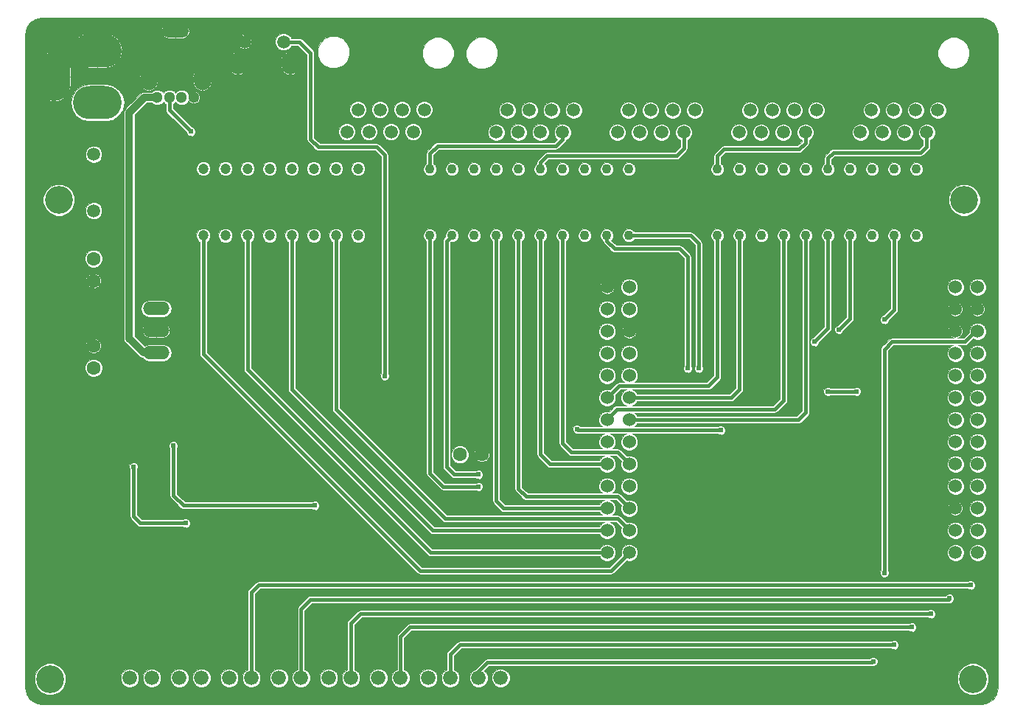
<source format=gbl>
G04 (created by PCBNEW (2013-07-07 BZR 4022)-stable) date 2013/12/2 11:28:43*
%MOIN*%
G04 Gerber Fmt 3.4, Leading zero omitted, Abs format*
%FSLAX34Y34*%
G01*
G70*
G90*
G04 APERTURE LIST*
%ADD10C,0.00590551*%
%ADD11O,0.12X0.06*%
%ADD12C,0.0433071*%
%ADD13O,0.15X0.22*%
%ADD14O,0.22X0.15*%
%ADD15C,0.0472441*%
%ADD16C,0.066*%
%ADD17C,0.0593*%
%ADD18O,0.0787402X0.0984252*%
%ADD19C,0.126*%
%ADD20C,0.063*%
%ADD21C,0.0590551*%
%ADD22C,0.06*%
%ADD23C,0.0511811*%
%ADD24O,0.0787402X0.0944882*%
%ADD25O,0.122047X0.0590551*%
%ADD26C,0.024*%
%ADD27C,0.032*%
%ADD28C,0.016*%
%ADD29C,0.001*%
G04 APERTURE END LIST*
G54D10*
G54D11*
X40625Y-22047D03*
X40625Y-21047D03*
X40625Y-23047D03*
G54D12*
X53000Y-17750D03*
X54000Y-17750D03*
X55000Y-17750D03*
X56000Y-17750D03*
X57000Y-17750D03*
X58000Y-17750D03*
X59000Y-17750D03*
X60000Y-17750D03*
X61000Y-17750D03*
X62000Y-17750D03*
X62000Y-14750D03*
X61000Y-14750D03*
X60000Y-14750D03*
X59000Y-14750D03*
X58000Y-14750D03*
X57000Y-14750D03*
X56000Y-14750D03*
X55000Y-14750D03*
X54000Y-14750D03*
X53000Y-14750D03*
X66000Y-17750D03*
X67000Y-17750D03*
X68000Y-17750D03*
X69000Y-17750D03*
X70000Y-17750D03*
X71000Y-17750D03*
X72000Y-17750D03*
X73000Y-17750D03*
X74000Y-17750D03*
X75000Y-17750D03*
X75000Y-14750D03*
X74000Y-14750D03*
X73000Y-14750D03*
X72000Y-14750D03*
X71000Y-14750D03*
X70000Y-14750D03*
X69000Y-14750D03*
X68000Y-14750D03*
X67000Y-14750D03*
X66000Y-14750D03*
G54D13*
X36000Y-10570D03*
G54D14*
X37970Y-11750D03*
X37970Y-9390D03*
G54D15*
X42750Y-17750D03*
X43750Y-17750D03*
X44750Y-17750D03*
X45750Y-17750D03*
X46750Y-17750D03*
X47750Y-17750D03*
X48750Y-17750D03*
X49750Y-17750D03*
X49750Y-14726D03*
X48750Y-14726D03*
X47742Y-14722D03*
X46746Y-14722D03*
X45750Y-14726D03*
X44750Y-14726D03*
X43750Y-14726D03*
X42750Y-14726D03*
G54D16*
X44925Y-37750D03*
X43925Y-37750D03*
X47175Y-37750D03*
X46175Y-37750D03*
X49425Y-37750D03*
X48425Y-37750D03*
X51675Y-37750D03*
X50675Y-37750D03*
X53925Y-37750D03*
X52925Y-37750D03*
X55200Y-37750D03*
X56200Y-37750D03*
X42675Y-37750D03*
X41675Y-37750D03*
G54D17*
X46385Y-9000D03*
X44614Y-9000D03*
G54D18*
X46681Y-9984D03*
X44318Y-9984D03*
G54D19*
X35826Y-37795D03*
X36220Y-16141D03*
X77559Y-37795D03*
X77165Y-16141D03*
G54D20*
X37795Y-23728D03*
X37795Y-22728D03*
X37795Y-18791D03*
X37795Y-19791D03*
G54D21*
X37795Y-14074D03*
X37795Y-16633D03*
G54D22*
X76771Y-20078D03*
X77771Y-20078D03*
X76771Y-21078D03*
X77771Y-21078D03*
X76771Y-22078D03*
X77771Y-22078D03*
X76771Y-23078D03*
X77771Y-23078D03*
X76771Y-24078D03*
X77771Y-24078D03*
X76771Y-25078D03*
X77771Y-25078D03*
X76771Y-26078D03*
X77771Y-26078D03*
X76771Y-27078D03*
X77771Y-27078D03*
X76771Y-28078D03*
X77771Y-28078D03*
X76771Y-29078D03*
X77771Y-29078D03*
X76771Y-30078D03*
X77771Y-30078D03*
X76771Y-31078D03*
X77771Y-31078D03*
G54D17*
X76771Y-32078D03*
X77771Y-32078D03*
G54D22*
X61023Y-20078D03*
X62023Y-20078D03*
X61023Y-21078D03*
X62023Y-21078D03*
X61023Y-22078D03*
X62023Y-22078D03*
X61023Y-23078D03*
X62023Y-23078D03*
X61023Y-24078D03*
X62023Y-24078D03*
X61023Y-25078D03*
X62023Y-25078D03*
X61023Y-26078D03*
X62023Y-26078D03*
X61023Y-27078D03*
X62023Y-27078D03*
X61023Y-28078D03*
X62023Y-28078D03*
X61023Y-29078D03*
X62023Y-29078D03*
X61023Y-30078D03*
X62023Y-30078D03*
X61023Y-31078D03*
X62023Y-31078D03*
G54D17*
X61023Y-32078D03*
X62023Y-32078D03*
G54D16*
X40425Y-37750D03*
X39425Y-37750D03*
G54D23*
X41224Y-11507D03*
X40673Y-11507D03*
X41775Y-11507D03*
X42326Y-11507D03*
G54D24*
X40287Y-10720D03*
X42712Y-10720D03*
G54D25*
X41500Y-8515D03*
G54D17*
X51250Y-13069D03*
X50750Y-12069D03*
X49750Y-12069D03*
X49250Y-13069D03*
X50250Y-13069D03*
X52750Y-12069D03*
X52250Y-13069D03*
X51750Y-12069D03*
X72470Y-13085D03*
X72970Y-12085D03*
X73470Y-13085D03*
X73970Y-12085D03*
X74470Y-13085D03*
X74970Y-12085D03*
X75470Y-13085D03*
X75970Y-12085D03*
X55995Y-13080D03*
X56495Y-12080D03*
X56995Y-13080D03*
X57495Y-12080D03*
X57995Y-13080D03*
X58495Y-12080D03*
X58995Y-13080D03*
X59495Y-12080D03*
X61485Y-13085D03*
X61985Y-12085D03*
X62485Y-13085D03*
X62985Y-12085D03*
X63485Y-13085D03*
X63985Y-12085D03*
X64485Y-13085D03*
X64985Y-12085D03*
X66985Y-13085D03*
X67485Y-12085D03*
X67985Y-13085D03*
X68485Y-12085D03*
X68985Y-13085D03*
X69485Y-12085D03*
X69985Y-13085D03*
X70485Y-12085D03*
G54D20*
X54350Y-27650D03*
X55350Y-27650D03*
G54D26*
X39600Y-28200D03*
X41950Y-30750D03*
X42200Y-13050D03*
X72300Y-24800D03*
X71000Y-24800D03*
X74000Y-36250D03*
X74800Y-35450D03*
X75650Y-34850D03*
X76500Y-34150D03*
X77450Y-33550D03*
X50950Y-24100D03*
X59650Y-26500D03*
X66150Y-26550D03*
X73550Y-21550D03*
X64650Y-23750D03*
X55200Y-29100D03*
X65150Y-23750D03*
X55200Y-28550D03*
X70400Y-22550D03*
X71500Y-22000D03*
X73050Y-37000D03*
X73550Y-33000D03*
X70750Y-24479D03*
X66850Y-28300D03*
X68400Y-28200D03*
X71750Y-26950D03*
X67550Y-20300D03*
X43200Y-31750D03*
X52400Y-25900D03*
X50450Y-30200D03*
X52368Y-30850D03*
X53050Y-35850D03*
X50800Y-35850D03*
X48550Y-35850D03*
X46300Y-35850D03*
X44050Y-35850D03*
X41800Y-35800D03*
X37660Y-33600D03*
X37699Y-27250D03*
X50450Y-17800D03*
X47800Y-29950D03*
X41400Y-27250D03*
G54D27*
X39400Y-13000D02*
X39400Y-12200D01*
X39400Y-12200D02*
X39440Y-12159D01*
X40092Y-11507D02*
X40673Y-11507D01*
X39440Y-12159D02*
X40092Y-11507D01*
X40047Y-23047D02*
X40625Y-23047D01*
X39400Y-22400D02*
X40047Y-23047D01*
X39400Y-13000D02*
X39400Y-22400D01*
G54D28*
X39600Y-30450D02*
X39600Y-28200D01*
X39900Y-30750D02*
X39600Y-30450D01*
X41950Y-30750D02*
X39900Y-30750D01*
X41224Y-11507D02*
X41224Y-12074D01*
X41224Y-12074D02*
X42200Y-13050D01*
X71000Y-24800D02*
X72300Y-24800D01*
X74000Y-36250D02*
X73200Y-36250D01*
X53925Y-36674D02*
X54350Y-36250D01*
X73200Y-36250D02*
X71150Y-36250D01*
X53925Y-36674D02*
X53925Y-37750D01*
X54350Y-36250D02*
X71150Y-36250D01*
X51675Y-36150D02*
X51675Y-35874D01*
X52100Y-35450D02*
X52350Y-35450D01*
X51675Y-35874D02*
X52100Y-35450D01*
X52350Y-35450D02*
X71100Y-35450D01*
X74800Y-35450D02*
X71100Y-35450D01*
X51675Y-37750D02*
X51675Y-36150D01*
X49425Y-35274D02*
X49850Y-34850D01*
X49850Y-34850D02*
X71250Y-34850D01*
X49425Y-35274D02*
X49425Y-37750D01*
X71200Y-34850D02*
X71250Y-34850D01*
X75650Y-34850D02*
X71200Y-34850D01*
X47175Y-34724D02*
X47175Y-34624D01*
X47600Y-34200D02*
X47700Y-34200D01*
X47175Y-34624D02*
X47600Y-34200D01*
X47700Y-34200D02*
X71250Y-34200D01*
X47175Y-34724D02*
X47175Y-37750D01*
X76450Y-34200D02*
X71250Y-34200D01*
X76500Y-34150D02*
X76450Y-34200D01*
X44925Y-34850D02*
X44925Y-33874D01*
X45250Y-33550D02*
X46150Y-33550D01*
X44925Y-33874D02*
X45250Y-33550D01*
X77450Y-33550D02*
X71200Y-33550D01*
X44925Y-37750D02*
X44925Y-34850D01*
X59200Y-33550D02*
X71200Y-33550D01*
X46150Y-33550D02*
X59200Y-33550D01*
X71200Y-33550D02*
X71300Y-33550D01*
X47600Y-13000D02*
X47600Y-13400D01*
X47950Y-13750D02*
X48250Y-13750D01*
X47600Y-13400D02*
X47950Y-13750D01*
X64750Y-26550D02*
X66150Y-26550D01*
X64750Y-26550D02*
X60600Y-26550D01*
X59700Y-26550D02*
X60600Y-26550D01*
X47100Y-9000D02*
X47600Y-9500D01*
X47600Y-9500D02*
X47600Y-13000D01*
X48250Y-13750D02*
X50600Y-13750D01*
X50600Y-13750D02*
X50950Y-14100D01*
X50950Y-14100D02*
X50950Y-24100D01*
X46385Y-9000D02*
X47100Y-9000D01*
X59650Y-26500D02*
X59700Y-26550D01*
X74000Y-21100D02*
X74000Y-17750D01*
X73550Y-21550D02*
X74000Y-21100D01*
X66000Y-23950D02*
X66000Y-24150D01*
X65600Y-24550D02*
X65450Y-24550D01*
X66000Y-24150D02*
X65600Y-24550D01*
X66000Y-17750D02*
X66000Y-23950D01*
X61552Y-24550D02*
X61023Y-25078D01*
X65450Y-24550D02*
X61552Y-24550D01*
X61000Y-17750D02*
X61000Y-18000D01*
X64650Y-18700D02*
X64650Y-23750D01*
X64300Y-18350D02*
X64650Y-18700D01*
X61350Y-18350D02*
X64300Y-18350D01*
X61000Y-18000D02*
X61350Y-18350D01*
X53000Y-17750D02*
X53000Y-28500D01*
X53600Y-29100D02*
X55200Y-29100D01*
X53000Y-28500D02*
X53600Y-29100D01*
X61023Y-31078D02*
X53128Y-31078D01*
X46750Y-24700D02*
X46750Y-17750D01*
X53128Y-31078D02*
X46750Y-24700D01*
X67000Y-24050D02*
X67000Y-24700D01*
X66621Y-25078D02*
X66021Y-25078D01*
X67000Y-24700D02*
X66621Y-25078D01*
X62023Y-25078D02*
X66021Y-25078D01*
X67000Y-24050D02*
X67000Y-17750D01*
X62000Y-17750D02*
X64800Y-17750D01*
X65150Y-18100D02*
X65150Y-23750D01*
X64800Y-17750D02*
X65150Y-18100D01*
X54000Y-17750D02*
X53750Y-18000D01*
X54100Y-28550D02*
X55200Y-28550D01*
X53750Y-28200D02*
X54100Y-28550D01*
X53750Y-18000D02*
X53750Y-28200D01*
X48750Y-17750D02*
X48750Y-25600D01*
X61494Y-30550D02*
X62023Y-31078D01*
X53700Y-30550D02*
X61494Y-30550D01*
X48750Y-25600D02*
X53700Y-30550D01*
X71000Y-21950D02*
X71000Y-17750D01*
X70400Y-22550D02*
X71000Y-21950D01*
X69000Y-23600D02*
X69000Y-25200D01*
X68600Y-25600D02*
X67050Y-25600D01*
X69000Y-25200D02*
X68600Y-25600D01*
X61023Y-26078D02*
X61023Y-26026D01*
X69000Y-23600D02*
X69000Y-17750D01*
X61450Y-25600D02*
X67050Y-25600D01*
X61023Y-26026D02*
X61450Y-25600D01*
X58000Y-27350D02*
X58000Y-27650D01*
X58428Y-28078D02*
X58678Y-28078D01*
X58000Y-27650D02*
X58428Y-28078D01*
X61023Y-28078D02*
X58678Y-28078D01*
X58000Y-27350D02*
X58000Y-17750D01*
X56000Y-29200D02*
X56000Y-29750D01*
X56328Y-30078D02*
X56878Y-30078D01*
X56000Y-29750D02*
X56328Y-30078D01*
X56000Y-17750D02*
X56000Y-29200D01*
X56878Y-30078D02*
X61023Y-30078D01*
X42750Y-17750D02*
X42750Y-23100D01*
X61202Y-32900D02*
X62023Y-32078D01*
X52550Y-32900D02*
X61202Y-32900D01*
X42750Y-23100D02*
X52550Y-32900D01*
X72000Y-17750D02*
X72000Y-21500D01*
X72000Y-21500D02*
X71500Y-22000D01*
X70000Y-24450D02*
X70000Y-25750D01*
X69671Y-26078D02*
X68471Y-26078D01*
X70000Y-25750D02*
X69671Y-26078D01*
X62023Y-26078D02*
X68471Y-26078D01*
X70000Y-24450D02*
X70000Y-17750D01*
X59000Y-26950D02*
X59000Y-27150D01*
X59400Y-27550D02*
X59600Y-27550D01*
X59000Y-27150D02*
X59400Y-27550D01*
X59000Y-17750D02*
X59000Y-26950D01*
X61494Y-27550D02*
X62023Y-28078D01*
X59600Y-27550D02*
X61494Y-27550D01*
X57000Y-28800D02*
X57000Y-29200D01*
X57350Y-29550D02*
X57700Y-29550D01*
X57000Y-29200D02*
X57350Y-29550D01*
X57000Y-17750D02*
X57000Y-28800D01*
X61494Y-29550D02*
X62023Y-30078D01*
X57700Y-29550D02*
X61494Y-29550D01*
X44750Y-17750D02*
X44750Y-23800D01*
X53028Y-32078D02*
X61023Y-32078D01*
X44750Y-23800D02*
X53028Y-32078D01*
X73550Y-25150D02*
X73550Y-22900D01*
X73900Y-22550D02*
X76100Y-22550D01*
X73550Y-22900D02*
X73900Y-22550D01*
X73000Y-37050D02*
X71050Y-37050D01*
X73050Y-37000D02*
X73000Y-37050D01*
X77771Y-22078D02*
X77671Y-22078D01*
X55200Y-37450D02*
X55600Y-37050D01*
X55600Y-37050D02*
X68900Y-37050D01*
X55200Y-37450D02*
X55200Y-37750D01*
X71050Y-37050D02*
X68900Y-37050D01*
X73550Y-25150D02*
X73550Y-33000D01*
X77200Y-22550D02*
X76100Y-22550D01*
X77671Y-22078D02*
X77200Y-22550D01*
G54D27*
X70750Y-24479D02*
X70750Y-24500D01*
X52368Y-30850D02*
X52350Y-30850D01*
X37660Y-33600D02*
X37650Y-33600D01*
X37699Y-27250D02*
X37700Y-27250D01*
G54D28*
X53000Y-14750D02*
X53000Y-14050D01*
X58995Y-13405D02*
X58995Y-13080D01*
X58700Y-13700D02*
X58995Y-13405D01*
X53350Y-13700D02*
X58700Y-13700D01*
X53000Y-14050D02*
X53350Y-13700D01*
X71000Y-14750D02*
X71000Y-14250D01*
X75470Y-13730D02*
X75470Y-13085D01*
X75200Y-14000D02*
X75470Y-13730D01*
X71250Y-14000D02*
X75200Y-14000D01*
X71000Y-14250D02*
X71250Y-14000D01*
X41850Y-29950D02*
X47800Y-29950D01*
X41400Y-29500D02*
X41850Y-29950D01*
X41400Y-27250D02*
X41400Y-29500D01*
X66000Y-14450D02*
X66000Y-14150D01*
X66300Y-13850D02*
X66550Y-13850D01*
X66000Y-14150D02*
X66300Y-13850D01*
X66000Y-14750D02*
X66000Y-14450D01*
X69985Y-13565D02*
X69985Y-13085D01*
X66550Y-13850D02*
X69700Y-13850D01*
X69700Y-13850D02*
X69985Y-13565D01*
X58000Y-14750D02*
X58000Y-14450D01*
X64485Y-13815D02*
X64485Y-13085D01*
X64150Y-14150D02*
X64485Y-13815D01*
X58300Y-14150D02*
X64150Y-14150D01*
X58000Y-14450D02*
X58300Y-14150D01*
G54D10*
G36*
X78695Y-38185D02*
X78638Y-38472D01*
X78477Y-38714D01*
X78274Y-38849D01*
X78274Y-37653D01*
X78165Y-37390D01*
X78156Y-37381D01*
X78156Y-31002D01*
X78156Y-30002D01*
X78156Y-29002D01*
X78156Y-28002D01*
X78156Y-27002D01*
X78156Y-26002D01*
X78156Y-25002D01*
X78156Y-24002D01*
X78156Y-23002D01*
X78156Y-22002D01*
X78156Y-20002D01*
X78098Y-19860D01*
X77990Y-19752D01*
X77880Y-19707D01*
X77880Y-16000D01*
X77771Y-15737D01*
X77570Y-15535D01*
X77402Y-15465D01*
X77402Y-9358D01*
X77293Y-9095D01*
X77092Y-8894D01*
X76829Y-8785D01*
X76545Y-8784D01*
X76282Y-8893D01*
X76081Y-9094D01*
X75972Y-9357D01*
X75971Y-9641D01*
X76080Y-9904D01*
X76281Y-10105D01*
X76544Y-10214D01*
X76828Y-10215D01*
X77091Y-10106D01*
X77292Y-9905D01*
X77401Y-9642D01*
X77402Y-9358D01*
X77402Y-15465D01*
X77308Y-15426D01*
X77023Y-15426D01*
X76760Y-15535D01*
X76559Y-15736D01*
X76450Y-15998D01*
X76450Y-16283D01*
X76558Y-16546D01*
X76759Y-16747D01*
X77022Y-16856D01*
X77306Y-16856D01*
X77569Y-16748D01*
X77771Y-16547D01*
X77880Y-16284D01*
X77880Y-16000D01*
X77880Y-19707D01*
X77848Y-19693D01*
X77695Y-19693D01*
X77553Y-19752D01*
X77445Y-19860D01*
X77386Y-20001D01*
X77386Y-20154D01*
X77445Y-20296D01*
X77553Y-20404D01*
X77694Y-20463D01*
X77847Y-20463D01*
X77989Y-20405D01*
X78097Y-20297D01*
X78156Y-20155D01*
X78156Y-20002D01*
X78156Y-22002D01*
X78098Y-21860D01*
X78088Y-21850D01*
X78088Y-21023D01*
X78042Y-20906D01*
X78034Y-20894D01*
X77999Y-20857D01*
X77992Y-20864D01*
X77992Y-20850D01*
X77956Y-20816D01*
X77841Y-20765D01*
X77716Y-20762D01*
X77599Y-20807D01*
X77586Y-20816D01*
X77550Y-20850D01*
X77771Y-21071D01*
X77992Y-20850D01*
X77992Y-20864D01*
X77778Y-21078D01*
X77999Y-21299D01*
X78034Y-21263D01*
X78085Y-21148D01*
X78088Y-21023D01*
X78088Y-21850D01*
X77992Y-21755D01*
X77992Y-21306D01*
X77771Y-21085D01*
X77764Y-21092D01*
X77764Y-21078D01*
X77543Y-20857D01*
X77508Y-20894D01*
X77458Y-21008D01*
X77455Y-21133D01*
X77500Y-21250D01*
X77508Y-21263D01*
X77543Y-21299D01*
X77764Y-21078D01*
X77764Y-21092D01*
X77550Y-21306D01*
X77586Y-21341D01*
X77701Y-21392D01*
X77826Y-21395D01*
X77943Y-21349D01*
X77956Y-21341D01*
X77992Y-21306D01*
X77992Y-21755D01*
X77990Y-21752D01*
X77848Y-21693D01*
X77695Y-21693D01*
X77553Y-21752D01*
X77445Y-21860D01*
X77386Y-22001D01*
X77386Y-22130D01*
X77156Y-22359D01*
X77156Y-20002D01*
X77098Y-19860D01*
X76990Y-19752D01*
X76848Y-19693D01*
X76695Y-19693D01*
X76553Y-19752D01*
X76445Y-19860D01*
X76386Y-20001D01*
X76386Y-20154D01*
X76445Y-20296D01*
X76553Y-20404D01*
X76694Y-20463D01*
X76847Y-20463D01*
X76989Y-20405D01*
X77097Y-20297D01*
X77156Y-20155D01*
X77156Y-20002D01*
X77156Y-22359D01*
X77131Y-22385D01*
X77088Y-22385D01*
X77088Y-22023D01*
X77088Y-21023D01*
X77042Y-20906D01*
X77034Y-20894D01*
X76999Y-20857D01*
X76992Y-20864D01*
X76992Y-20850D01*
X76956Y-20816D01*
X76841Y-20765D01*
X76716Y-20762D01*
X76599Y-20807D01*
X76586Y-20816D01*
X76550Y-20850D01*
X76771Y-21071D01*
X76992Y-20850D01*
X76992Y-20864D01*
X76778Y-21078D01*
X76999Y-21299D01*
X77034Y-21263D01*
X77085Y-21148D01*
X77088Y-21023D01*
X77088Y-22023D01*
X77042Y-21906D01*
X77034Y-21894D01*
X76999Y-21857D01*
X76992Y-21864D01*
X76992Y-21850D01*
X76992Y-21306D01*
X76771Y-21085D01*
X76764Y-21092D01*
X76764Y-21078D01*
X76543Y-20857D01*
X76508Y-20894D01*
X76458Y-21008D01*
X76455Y-21133D01*
X76500Y-21250D01*
X76508Y-21263D01*
X76543Y-21299D01*
X76764Y-21078D01*
X76764Y-21092D01*
X76550Y-21306D01*
X76586Y-21341D01*
X76701Y-21392D01*
X76826Y-21395D01*
X76943Y-21349D01*
X76956Y-21341D01*
X76992Y-21306D01*
X76992Y-21850D01*
X76956Y-21816D01*
X76841Y-21765D01*
X76716Y-21762D01*
X76599Y-21807D01*
X76586Y-21816D01*
X76550Y-21850D01*
X76771Y-22071D01*
X76992Y-21850D01*
X76992Y-21864D01*
X76778Y-22078D01*
X76999Y-22299D01*
X77034Y-22263D01*
X77085Y-22148D01*
X77088Y-22023D01*
X77088Y-22385D01*
X76853Y-22385D01*
X76943Y-22349D01*
X76956Y-22341D01*
X76992Y-22306D01*
X76771Y-22085D01*
X76764Y-22092D01*
X76764Y-22078D01*
X76543Y-21857D01*
X76508Y-21894D01*
X76458Y-22008D01*
X76455Y-22133D01*
X76500Y-22250D01*
X76508Y-22263D01*
X76543Y-22299D01*
X76764Y-22078D01*
X76764Y-22092D01*
X76550Y-22306D01*
X76586Y-22341D01*
X76685Y-22385D01*
X76351Y-22385D01*
X76351Y-12009D01*
X76293Y-11869D01*
X76186Y-11761D01*
X76046Y-11703D01*
X75894Y-11703D01*
X75754Y-11761D01*
X75646Y-11868D01*
X75588Y-12008D01*
X75588Y-12160D01*
X75646Y-12300D01*
X75753Y-12408D01*
X75893Y-12466D01*
X76045Y-12466D01*
X76185Y-12408D01*
X76293Y-12301D01*
X76351Y-12161D01*
X76351Y-12009D01*
X76351Y-22385D01*
X76100Y-22385D01*
X75851Y-22385D01*
X75851Y-13009D01*
X75793Y-12869D01*
X75686Y-12761D01*
X75546Y-12703D01*
X75394Y-12703D01*
X75351Y-12721D01*
X75351Y-12009D01*
X75293Y-11869D01*
X75186Y-11761D01*
X75046Y-11703D01*
X74894Y-11703D01*
X74754Y-11761D01*
X74646Y-11868D01*
X74588Y-12008D01*
X74588Y-12160D01*
X74646Y-12300D01*
X74753Y-12408D01*
X74893Y-12466D01*
X75045Y-12466D01*
X75185Y-12408D01*
X75293Y-12301D01*
X75351Y-12161D01*
X75351Y-12009D01*
X75351Y-12721D01*
X75254Y-12761D01*
X75146Y-12868D01*
X75088Y-13008D01*
X75088Y-13160D01*
X75146Y-13300D01*
X75253Y-13408D01*
X75305Y-13429D01*
X75305Y-13661D01*
X75131Y-13835D01*
X74851Y-13835D01*
X74851Y-13009D01*
X74793Y-12869D01*
X74686Y-12761D01*
X74546Y-12703D01*
X74394Y-12703D01*
X74351Y-12721D01*
X74351Y-12009D01*
X74293Y-11869D01*
X74186Y-11761D01*
X74046Y-11703D01*
X73894Y-11703D01*
X73754Y-11761D01*
X73646Y-11868D01*
X73588Y-12008D01*
X73588Y-12160D01*
X73646Y-12300D01*
X73753Y-12408D01*
X73893Y-12466D01*
X74045Y-12466D01*
X74185Y-12408D01*
X74293Y-12301D01*
X74351Y-12161D01*
X74351Y-12009D01*
X74351Y-12721D01*
X74254Y-12761D01*
X74146Y-12868D01*
X74088Y-13008D01*
X74088Y-13160D01*
X74146Y-13300D01*
X74253Y-13408D01*
X74393Y-13466D01*
X74545Y-13466D01*
X74685Y-13408D01*
X74793Y-13301D01*
X74851Y-13161D01*
X74851Y-13009D01*
X74851Y-13835D01*
X73851Y-13835D01*
X73851Y-13009D01*
X73793Y-12869D01*
X73686Y-12761D01*
X73546Y-12703D01*
X73394Y-12703D01*
X73351Y-12721D01*
X73351Y-12009D01*
X73293Y-11869D01*
X73186Y-11761D01*
X73046Y-11703D01*
X72894Y-11703D01*
X72754Y-11761D01*
X72646Y-11868D01*
X72588Y-12008D01*
X72588Y-12160D01*
X72646Y-12300D01*
X72753Y-12408D01*
X72893Y-12466D01*
X73045Y-12466D01*
X73185Y-12408D01*
X73293Y-12301D01*
X73351Y-12161D01*
X73351Y-12009D01*
X73351Y-12721D01*
X73254Y-12761D01*
X73146Y-12868D01*
X73088Y-13008D01*
X73088Y-13160D01*
X73146Y-13300D01*
X73253Y-13408D01*
X73393Y-13466D01*
X73545Y-13466D01*
X73685Y-13408D01*
X73793Y-13301D01*
X73851Y-13161D01*
X73851Y-13009D01*
X73851Y-13835D01*
X72851Y-13835D01*
X72851Y-13009D01*
X72793Y-12869D01*
X72686Y-12761D01*
X72546Y-12703D01*
X72394Y-12703D01*
X72254Y-12761D01*
X72146Y-12868D01*
X72088Y-13008D01*
X72088Y-13160D01*
X72146Y-13300D01*
X72253Y-13408D01*
X72393Y-13466D01*
X72545Y-13466D01*
X72685Y-13408D01*
X72793Y-13301D01*
X72851Y-13161D01*
X72851Y-13009D01*
X72851Y-13835D01*
X71250Y-13835D01*
X71186Y-13847D01*
X71133Y-13883D01*
X70883Y-14133D01*
X70866Y-14158D01*
X70866Y-12009D01*
X70808Y-11869D01*
X70701Y-11761D01*
X70561Y-11703D01*
X70409Y-11703D01*
X70269Y-11761D01*
X70161Y-11868D01*
X70103Y-12008D01*
X70103Y-12160D01*
X70161Y-12300D01*
X70268Y-12408D01*
X70408Y-12466D01*
X70560Y-12466D01*
X70700Y-12408D01*
X70808Y-12301D01*
X70866Y-12161D01*
X70866Y-12009D01*
X70866Y-14158D01*
X70847Y-14186D01*
X70835Y-14250D01*
X70835Y-14491D01*
X70829Y-14494D01*
X70744Y-14578D01*
X70698Y-14689D01*
X70698Y-14809D01*
X70744Y-14920D01*
X70828Y-15005D01*
X70939Y-15051D01*
X71059Y-15051D01*
X71170Y-15005D01*
X71255Y-14921D01*
X71301Y-14810D01*
X71301Y-14690D01*
X71255Y-14579D01*
X71171Y-14494D01*
X71165Y-14492D01*
X71165Y-14318D01*
X71318Y-14165D01*
X75200Y-14165D01*
X75200Y-14164D01*
X75263Y-14152D01*
X75263Y-14152D01*
X75316Y-14116D01*
X75586Y-13846D01*
X75586Y-13846D01*
X75622Y-13793D01*
X75634Y-13730D01*
X75635Y-13730D01*
X75635Y-13429D01*
X75685Y-13408D01*
X75793Y-13301D01*
X75851Y-13161D01*
X75851Y-13009D01*
X75851Y-22385D01*
X75301Y-22385D01*
X75301Y-17690D01*
X75301Y-14690D01*
X75255Y-14579D01*
X75171Y-14494D01*
X75060Y-14448D01*
X74940Y-14448D01*
X74829Y-14494D01*
X74744Y-14578D01*
X74698Y-14689D01*
X74698Y-14809D01*
X74744Y-14920D01*
X74828Y-15005D01*
X74939Y-15051D01*
X75059Y-15051D01*
X75170Y-15005D01*
X75255Y-14921D01*
X75301Y-14810D01*
X75301Y-14690D01*
X75301Y-17690D01*
X75255Y-17579D01*
X75171Y-17494D01*
X75060Y-17448D01*
X74940Y-17448D01*
X74829Y-17494D01*
X74744Y-17578D01*
X74698Y-17689D01*
X74698Y-17809D01*
X74744Y-17920D01*
X74828Y-18005D01*
X74939Y-18051D01*
X75059Y-18051D01*
X75170Y-18005D01*
X75255Y-17921D01*
X75301Y-17810D01*
X75301Y-17690D01*
X75301Y-22385D01*
X74301Y-22385D01*
X74301Y-17690D01*
X74301Y-14690D01*
X74255Y-14579D01*
X74171Y-14494D01*
X74060Y-14448D01*
X73940Y-14448D01*
X73829Y-14494D01*
X73744Y-14578D01*
X73698Y-14689D01*
X73698Y-14809D01*
X73744Y-14920D01*
X73828Y-15005D01*
X73939Y-15051D01*
X74059Y-15051D01*
X74170Y-15005D01*
X74255Y-14921D01*
X74301Y-14810D01*
X74301Y-14690D01*
X74301Y-17690D01*
X74255Y-17579D01*
X74171Y-17494D01*
X74060Y-17448D01*
X73940Y-17448D01*
X73829Y-17494D01*
X73744Y-17578D01*
X73698Y-17689D01*
X73698Y-17809D01*
X73744Y-17920D01*
X73828Y-18005D01*
X73835Y-18007D01*
X73835Y-21031D01*
X73521Y-21344D01*
X73509Y-21344D01*
X73434Y-21376D01*
X73376Y-21433D01*
X73345Y-21509D01*
X73344Y-21590D01*
X73376Y-21665D01*
X73433Y-21723D01*
X73509Y-21754D01*
X73590Y-21755D01*
X73665Y-21723D01*
X73723Y-21666D01*
X73754Y-21590D01*
X73754Y-21578D01*
X74116Y-21216D01*
X74116Y-21216D01*
X74134Y-21189D01*
X74152Y-21163D01*
X74152Y-21163D01*
X74164Y-21100D01*
X74165Y-21100D01*
X74165Y-18008D01*
X74170Y-18005D01*
X74255Y-17921D01*
X74301Y-17810D01*
X74301Y-17690D01*
X74301Y-22385D01*
X73900Y-22385D01*
X73836Y-22397D01*
X73783Y-22433D01*
X73433Y-22783D01*
X73397Y-22836D01*
X73385Y-22900D01*
X73385Y-25150D01*
X73385Y-32875D01*
X73376Y-32883D01*
X73345Y-32959D01*
X73344Y-33040D01*
X73376Y-33115D01*
X73433Y-33173D01*
X73509Y-33204D01*
X73590Y-33205D01*
X73665Y-33173D01*
X73723Y-33116D01*
X73754Y-33040D01*
X73755Y-32959D01*
X73723Y-32884D01*
X73715Y-32875D01*
X73715Y-25150D01*
X73715Y-22968D01*
X73968Y-22715D01*
X76100Y-22715D01*
X76643Y-22715D01*
X76553Y-22752D01*
X76445Y-22860D01*
X76386Y-23001D01*
X76386Y-23154D01*
X76445Y-23296D01*
X76553Y-23404D01*
X76694Y-23463D01*
X76847Y-23463D01*
X76989Y-23405D01*
X77097Y-23297D01*
X77156Y-23155D01*
X77156Y-23002D01*
X77098Y-22860D01*
X76990Y-22752D01*
X76899Y-22715D01*
X77200Y-22715D01*
X77200Y-22714D01*
X77263Y-22702D01*
X77263Y-22702D01*
X77316Y-22666D01*
X77571Y-22412D01*
X77694Y-22463D01*
X77847Y-22463D01*
X77989Y-22405D01*
X78097Y-22297D01*
X78156Y-22155D01*
X78156Y-22002D01*
X78156Y-23002D01*
X78098Y-22860D01*
X77990Y-22752D01*
X77848Y-22693D01*
X77695Y-22693D01*
X77553Y-22752D01*
X77445Y-22860D01*
X77386Y-23001D01*
X77386Y-23154D01*
X77445Y-23296D01*
X77553Y-23404D01*
X77694Y-23463D01*
X77847Y-23463D01*
X77989Y-23405D01*
X78097Y-23297D01*
X78156Y-23155D01*
X78156Y-23002D01*
X78156Y-24002D01*
X78098Y-23860D01*
X77990Y-23752D01*
X77848Y-23693D01*
X77695Y-23693D01*
X77553Y-23752D01*
X77445Y-23860D01*
X77386Y-24001D01*
X77386Y-24154D01*
X77445Y-24296D01*
X77553Y-24404D01*
X77694Y-24463D01*
X77847Y-24463D01*
X77989Y-24405D01*
X78097Y-24297D01*
X78156Y-24155D01*
X78156Y-24002D01*
X78156Y-25002D01*
X78098Y-24860D01*
X77990Y-24752D01*
X77848Y-24693D01*
X77695Y-24693D01*
X77553Y-24752D01*
X77445Y-24860D01*
X77386Y-25001D01*
X77386Y-25154D01*
X77445Y-25296D01*
X77553Y-25404D01*
X77694Y-25463D01*
X77847Y-25463D01*
X77989Y-25405D01*
X78097Y-25297D01*
X78156Y-25155D01*
X78156Y-25002D01*
X78156Y-26002D01*
X78098Y-25860D01*
X77990Y-25752D01*
X77848Y-25693D01*
X77695Y-25693D01*
X77553Y-25752D01*
X77445Y-25860D01*
X77386Y-26001D01*
X77386Y-26154D01*
X77445Y-26296D01*
X77553Y-26404D01*
X77694Y-26463D01*
X77847Y-26463D01*
X77989Y-26405D01*
X78097Y-26297D01*
X78156Y-26155D01*
X78156Y-26002D01*
X78156Y-27002D01*
X78098Y-26860D01*
X77990Y-26752D01*
X77848Y-26693D01*
X77695Y-26693D01*
X77553Y-26752D01*
X77445Y-26860D01*
X77386Y-27001D01*
X77386Y-27154D01*
X77445Y-27296D01*
X77553Y-27404D01*
X77694Y-27463D01*
X77847Y-27463D01*
X77989Y-27405D01*
X78097Y-27297D01*
X78156Y-27155D01*
X78156Y-27002D01*
X78156Y-28002D01*
X78098Y-27860D01*
X77990Y-27752D01*
X77848Y-27693D01*
X77695Y-27693D01*
X77553Y-27752D01*
X77445Y-27860D01*
X77386Y-28001D01*
X77386Y-28154D01*
X77445Y-28296D01*
X77553Y-28404D01*
X77694Y-28463D01*
X77847Y-28463D01*
X77989Y-28405D01*
X78097Y-28297D01*
X78156Y-28155D01*
X78156Y-28002D01*
X78156Y-29002D01*
X78098Y-28860D01*
X77990Y-28752D01*
X77848Y-28693D01*
X77695Y-28693D01*
X77553Y-28752D01*
X77445Y-28860D01*
X77386Y-29001D01*
X77386Y-29154D01*
X77445Y-29296D01*
X77553Y-29404D01*
X77694Y-29463D01*
X77847Y-29463D01*
X77989Y-29405D01*
X78097Y-29297D01*
X78156Y-29155D01*
X78156Y-29002D01*
X78156Y-30002D01*
X78098Y-29860D01*
X77990Y-29752D01*
X77848Y-29693D01*
X77695Y-29693D01*
X77553Y-29752D01*
X77445Y-29860D01*
X77386Y-30001D01*
X77386Y-30154D01*
X77445Y-30296D01*
X77553Y-30404D01*
X77694Y-30463D01*
X77847Y-30463D01*
X77989Y-30405D01*
X78097Y-30297D01*
X78156Y-30155D01*
X78156Y-30002D01*
X78156Y-31002D01*
X78098Y-30860D01*
X77990Y-30752D01*
X77848Y-30693D01*
X77695Y-30693D01*
X77553Y-30752D01*
X77445Y-30860D01*
X77386Y-31001D01*
X77386Y-31154D01*
X77445Y-31296D01*
X77553Y-31404D01*
X77694Y-31463D01*
X77847Y-31463D01*
X77989Y-31405D01*
X78097Y-31297D01*
X78156Y-31155D01*
X78156Y-31002D01*
X78156Y-37381D01*
X78153Y-37378D01*
X78153Y-32003D01*
X78095Y-31862D01*
X77988Y-31755D01*
X77847Y-31697D01*
X77696Y-31697D01*
X77555Y-31755D01*
X77448Y-31862D01*
X77390Y-32002D01*
X77390Y-32154D01*
X77448Y-32294D01*
X77555Y-32401D01*
X77695Y-32460D01*
X77847Y-32460D01*
X77987Y-32402D01*
X78094Y-32295D01*
X78153Y-32154D01*
X78153Y-32003D01*
X78153Y-37378D01*
X77964Y-37189D01*
X77701Y-37080D01*
X77655Y-37080D01*
X77655Y-33509D01*
X77623Y-33434D01*
X77566Y-33376D01*
X77490Y-33345D01*
X77409Y-33344D01*
X77334Y-33376D01*
X77325Y-33385D01*
X77156Y-33385D01*
X77156Y-31002D01*
X77156Y-29002D01*
X77156Y-28002D01*
X77156Y-27002D01*
X77156Y-26002D01*
X77156Y-25002D01*
X77156Y-24002D01*
X77098Y-23860D01*
X76990Y-23752D01*
X76848Y-23693D01*
X76695Y-23693D01*
X76553Y-23752D01*
X76445Y-23860D01*
X76386Y-24001D01*
X76386Y-24154D01*
X76445Y-24296D01*
X76553Y-24404D01*
X76694Y-24463D01*
X76847Y-24463D01*
X76989Y-24405D01*
X77097Y-24297D01*
X77156Y-24155D01*
X77156Y-24002D01*
X77156Y-25002D01*
X77098Y-24860D01*
X76990Y-24752D01*
X76848Y-24693D01*
X76695Y-24693D01*
X76553Y-24752D01*
X76445Y-24860D01*
X76386Y-25001D01*
X76386Y-25154D01*
X76445Y-25296D01*
X76553Y-25404D01*
X76694Y-25463D01*
X76847Y-25463D01*
X76989Y-25405D01*
X77097Y-25297D01*
X77156Y-25155D01*
X77156Y-25002D01*
X77156Y-26002D01*
X77098Y-25860D01*
X76990Y-25752D01*
X76848Y-25693D01*
X76695Y-25693D01*
X76553Y-25752D01*
X76445Y-25860D01*
X76386Y-26001D01*
X76386Y-26154D01*
X76445Y-26296D01*
X76553Y-26404D01*
X76694Y-26463D01*
X76847Y-26463D01*
X76989Y-26405D01*
X77097Y-26297D01*
X77156Y-26155D01*
X77156Y-26002D01*
X77156Y-27002D01*
X77098Y-26860D01*
X76990Y-26752D01*
X76848Y-26693D01*
X76695Y-26693D01*
X76553Y-26752D01*
X76445Y-26860D01*
X76386Y-27001D01*
X76386Y-27154D01*
X76445Y-27296D01*
X76553Y-27404D01*
X76694Y-27463D01*
X76847Y-27463D01*
X76989Y-27405D01*
X77097Y-27297D01*
X77156Y-27155D01*
X77156Y-27002D01*
X77156Y-28002D01*
X77098Y-27860D01*
X76990Y-27752D01*
X76848Y-27693D01*
X76695Y-27693D01*
X76553Y-27752D01*
X76445Y-27860D01*
X76386Y-28001D01*
X76386Y-28154D01*
X76445Y-28296D01*
X76553Y-28404D01*
X76694Y-28463D01*
X76847Y-28463D01*
X76989Y-28405D01*
X77097Y-28297D01*
X77156Y-28155D01*
X77156Y-28002D01*
X77156Y-29002D01*
X77098Y-28860D01*
X76990Y-28752D01*
X76848Y-28693D01*
X76695Y-28693D01*
X76553Y-28752D01*
X76445Y-28860D01*
X76386Y-29001D01*
X76386Y-29154D01*
X76445Y-29296D01*
X76553Y-29404D01*
X76694Y-29463D01*
X76847Y-29463D01*
X76989Y-29405D01*
X77097Y-29297D01*
X77156Y-29155D01*
X77156Y-29002D01*
X77156Y-31002D01*
X77098Y-30860D01*
X77088Y-30850D01*
X77088Y-30023D01*
X77042Y-29906D01*
X77034Y-29894D01*
X76999Y-29857D01*
X76992Y-29864D01*
X76992Y-29850D01*
X76956Y-29816D01*
X76841Y-29765D01*
X76716Y-29762D01*
X76599Y-29807D01*
X76586Y-29816D01*
X76550Y-29850D01*
X76771Y-30071D01*
X76992Y-29850D01*
X76992Y-29864D01*
X76778Y-30078D01*
X76999Y-30299D01*
X77034Y-30263D01*
X77085Y-30148D01*
X77088Y-30023D01*
X77088Y-30850D01*
X76992Y-30755D01*
X76992Y-30306D01*
X76771Y-30085D01*
X76764Y-30092D01*
X76764Y-30078D01*
X76543Y-29857D01*
X76508Y-29894D01*
X76458Y-30008D01*
X76455Y-30133D01*
X76500Y-30250D01*
X76508Y-30263D01*
X76543Y-30299D01*
X76764Y-30078D01*
X76764Y-30092D01*
X76550Y-30306D01*
X76586Y-30341D01*
X76701Y-30392D01*
X76826Y-30395D01*
X76943Y-30349D01*
X76956Y-30341D01*
X76992Y-30306D01*
X76992Y-30755D01*
X76990Y-30752D01*
X76848Y-30693D01*
X76695Y-30693D01*
X76553Y-30752D01*
X76445Y-30860D01*
X76386Y-31001D01*
X76386Y-31154D01*
X76445Y-31296D01*
X76553Y-31404D01*
X76694Y-31463D01*
X76847Y-31463D01*
X76989Y-31405D01*
X77097Y-31297D01*
X77156Y-31155D01*
X77156Y-31002D01*
X77156Y-33385D01*
X77153Y-33385D01*
X77153Y-32003D01*
X77095Y-31862D01*
X76988Y-31755D01*
X76847Y-31697D01*
X76696Y-31697D01*
X76555Y-31755D01*
X76448Y-31862D01*
X76390Y-32002D01*
X76390Y-32154D01*
X76448Y-32294D01*
X76555Y-32401D01*
X76695Y-32460D01*
X76847Y-32460D01*
X76987Y-32402D01*
X77094Y-32295D01*
X77153Y-32154D01*
X77153Y-32003D01*
X77153Y-33385D01*
X73301Y-33385D01*
X73301Y-17690D01*
X73301Y-14690D01*
X73255Y-14579D01*
X73171Y-14494D01*
X73060Y-14448D01*
X72940Y-14448D01*
X72829Y-14494D01*
X72744Y-14578D01*
X72698Y-14689D01*
X72698Y-14809D01*
X72744Y-14920D01*
X72828Y-15005D01*
X72939Y-15051D01*
X73059Y-15051D01*
X73170Y-15005D01*
X73255Y-14921D01*
X73301Y-14810D01*
X73301Y-14690D01*
X73301Y-17690D01*
X73255Y-17579D01*
X73171Y-17494D01*
X73060Y-17448D01*
X72940Y-17448D01*
X72829Y-17494D01*
X72744Y-17578D01*
X72698Y-17689D01*
X72698Y-17809D01*
X72744Y-17920D01*
X72828Y-18005D01*
X72939Y-18051D01*
X73059Y-18051D01*
X73170Y-18005D01*
X73255Y-17921D01*
X73301Y-17810D01*
X73301Y-17690D01*
X73301Y-33385D01*
X72505Y-33385D01*
X72505Y-24759D01*
X72473Y-24684D01*
X72416Y-24626D01*
X72340Y-24595D01*
X72301Y-24595D01*
X72301Y-17690D01*
X72301Y-14690D01*
X72255Y-14579D01*
X72171Y-14494D01*
X72060Y-14448D01*
X71940Y-14448D01*
X71829Y-14494D01*
X71744Y-14578D01*
X71698Y-14689D01*
X71698Y-14809D01*
X71744Y-14920D01*
X71828Y-15005D01*
X71939Y-15051D01*
X72059Y-15051D01*
X72170Y-15005D01*
X72255Y-14921D01*
X72301Y-14810D01*
X72301Y-14690D01*
X72301Y-17690D01*
X72255Y-17579D01*
X72171Y-17494D01*
X72060Y-17448D01*
X71940Y-17448D01*
X71829Y-17494D01*
X71744Y-17578D01*
X71698Y-17689D01*
X71698Y-17809D01*
X71744Y-17920D01*
X71828Y-18005D01*
X71835Y-18007D01*
X71835Y-21431D01*
X71471Y-21794D01*
X71459Y-21794D01*
X71384Y-21826D01*
X71326Y-21883D01*
X71301Y-21943D01*
X71301Y-17690D01*
X71255Y-17579D01*
X71171Y-17494D01*
X71060Y-17448D01*
X70940Y-17448D01*
X70829Y-17494D01*
X70744Y-17578D01*
X70698Y-17689D01*
X70698Y-17809D01*
X70744Y-17920D01*
X70828Y-18005D01*
X70835Y-18007D01*
X70835Y-21881D01*
X70371Y-22344D01*
X70366Y-22344D01*
X70366Y-13009D01*
X70308Y-12869D01*
X70201Y-12761D01*
X70061Y-12703D01*
X69909Y-12703D01*
X69866Y-12721D01*
X69866Y-12009D01*
X69808Y-11869D01*
X69701Y-11761D01*
X69561Y-11703D01*
X69409Y-11703D01*
X69269Y-11761D01*
X69161Y-11868D01*
X69103Y-12008D01*
X69103Y-12160D01*
X69161Y-12300D01*
X69268Y-12408D01*
X69408Y-12466D01*
X69560Y-12466D01*
X69700Y-12408D01*
X69808Y-12301D01*
X69866Y-12161D01*
X69866Y-12009D01*
X69866Y-12721D01*
X69769Y-12761D01*
X69661Y-12868D01*
X69603Y-13008D01*
X69603Y-13160D01*
X69661Y-13300D01*
X69768Y-13408D01*
X69820Y-13429D01*
X69820Y-13496D01*
X69631Y-13685D01*
X69366Y-13685D01*
X69366Y-13009D01*
X69308Y-12869D01*
X69201Y-12761D01*
X69061Y-12703D01*
X68909Y-12703D01*
X68866Y-12721D01*
X68866Y-12009D01*
X68808Y-11869D01*
X68701Y-11761D01*
X68561Y-11703D01*
X68409Y-11703D01*
X68269Y-11761D01*
X68161Y-11868D01*
X68103Y-12008D01*
X68103Y-12160D01*
X68161Y-12300D01*
X68268Y-12408D01*
X68408Y-12466D01*
X68560Y-12466D01*
X68700Y-12408D01*
X68808Y-12301D01*
X68866Y-12161D01*
X68866Y-12009D01*
X68866Y-12721D01*
X68769Y-12761D01*
X68661Y-12868D01*
X68603Y-13008D01*
X68603Y-13160D01*
X68661Y-13300D01*
X68768Y-13408D01*
X68908Y-13466D01*
X69060Y-13466D01*
X69200Y-13408D01*
X69308Y-13301D01*
X69366Y-13161D01*
X69366Y-13009D01*
X69366Y-13685D01*
X68366Y-13685D01*
X68366Y-13009D01*
X68308Y-12869D01*
X68201Y-12761D01*
X68061Y-12703D01*
X67909Y-12703D01*
X67866Y-12721D01*
X67866Y-12009D01*
X67808Y-11869D01*
X67701Y-11761D01*
X67561Y-11703D01*
X67409Y-11703D01*
X67269Y-11761D01*
X67161Y-11868D01*
X67103Y-12008D01*
X67103Y-12160D01*
X67161Y-12300D01*
X67268Y-12408D01*
X67408Y-12466D01*
X67560Y-12466D01*
X67700Y-12408D01*
X67808Y-12301D01*
X67866Y-12161D01*
X67866Y-12009D01*
X67866Y-12721D01*
X67769Y-12761D01*
X67661Y-12868D01*
X67603Y-13008D01*
X67603Y-13160D01*
X67661Y-13300D01*
X67768Y-13408D01*
X67908Y-13466D01*
X68060Y-13466D01*
X68200Y-13408D01*
X68308Y-13301D01*
X68366Y-13161D01*
X68366Y-13009D01*
X68366Y-13685D01*
X67366Y-13685D01*
X67366Y-13009D01*
X67308Y-12869D01*
X67201Y-12761D01*
X67061Y-12703D01*
X66909Y-12703D01*
X66769Y-12761D01*
X66661Y-12868D01*
X66603Y-13008D01*
X66603Y-13160D01*
X66661Y-13300D01*
X66768Y-13408D01*
X66908Y-13466D01*
X67060Y-13466D01*
X67200Y-13408D01*
X67308Y-13301D01*
X67366Y-13161D01*
X67366Y-13009D01*
X67366Y-13685D01*
X66550Y-13685D01*
X66300Y-13685D01*
X66236Y-13697D01*
X66183Y-13733D01*
X65883Y-14033D01*
X65847Y-14086D01*
X65835Y-14150D01*
X65835Y-14450D01*
X65835Y-14491D01*
X65829Y-14494D01*
X65744Y-14578D01*
X65698Y-14689D01*
X65698Y-14809D01*
X65744Y-14920D01*
X65828Y-15005D01*
X65939Y-15051D01*
X66059Y-15051D01*
X66170Y-15005D01*
X66255Y-14921D01*
X66301Y-14810D01*
X66301Y-14690D01*
X66255Y-14579D01*
X66171Y-14494D01*
X66165Y-14492D01*
X66165Y-14450D01*
X66165Y-14218D01*
X66368Y-14015D01*
X66550Y-14015D01*
X69700Y-14015D01*
X69700Y-14014D01*
X69763Y-14002D01*
X69763Y-14002D01*
X69816Y-13966D01*
X70101Y-13681D01*
X70101Y-13681D01*
X70137Y-13628D01*
X70149Y-13565D01*
X70150Y-13565D01*
X70150Y-13429D01*
X70200Y-13408D01*
X70308Y-13301D01*
X70366Y-13161D01*
X70366Y-13009D01*
X70366Y-22344D01*
X70359Y-22344D01*
X70301Y-22368D01*
X70301Y-17690D01*
X70301Y-14690D01*
X70255Y-14579D01*
X70171Y-14494D01*
X70060Y-14448D01*
X69940Y-14448D01*
X69829Y-14494D01*
X69744Y-14578D01*
X69698Y-14689D01*
X69698Y-14809D01*
X69744Y-14920D01*
X69828Y-15005D01*
X69939Y-15051D01*
X70059Y-15051D01*
X70170Y-15005D01*
X70255Y-14921D01*
X70301Y-14810D01*
X70301Y-14690D01*
X70301Y-17690D01*
X70255Y-17579D01*
X70171Y-17494D01*
X70060Y-17448D01*
X69940Y-17448D01*
X69829Y-17494D01*
X69744Y-17578D01*
X69698Y-17689D01*
X69698Y-17809D01*
X69744Y-17920D01*
X69828Y-18005D01*
X69835Y-18007D01*
X69835Y-24450D01*
X69835Y-25681D01*
X69602Y-25913D01*
X68471Y-25913D01*
X62372Y-25913D01*
X62350Y-25860D01*
X62254Y-25765D01*
X67050Y-25765D01*
X68600Y-25765D01*
X68600Y-25764D01*
X68663Y-25752D01*
X68663Y-25752D01*
X68716Y-25716D01*
X69116Y-25316D01*
X69116Y-25316D01*
X69152Y-25263D01*
X69164Y-25200D01*
X69165Y-25200D01*
X69165Y-23600D01*
X69165Y-18008D01*
X69170Y-18005D01*
X69255Y-17921D01*
X69301Y-17810D01*
X69301Y-17690D01*
X69301Y-14690D01*
X69255Y-14579D01*
X69171Y-14494D01*
X69060Y-14448D01*
X68940Y-14448D01*
X68829Y-14494D01*
X68744Y-14578D01*
X68698Y-14689D01*
X68698Y-14809D01*
X68744Y-14920D01*
X68828Y-15005D01*
X68939Y-15051D01*
X69059Y-15051D01*
X69170Y-15005D01*
X69255Y-14921D01*
X69301Y-14810D01*
X69301Y-14690D01*
X69301Y-17690D01*
X69255Y-17579D01*
X69171Y-17494D01*
X69060Y-17448D01*
X68940Y-17448D01*
X68829Y-17494D01*
X68744Y-17578D01*
X68698Y-17689D01*
X68698Y-17809D01*
X68744Y-17920D01*
X68828Y-18005D01*
X68835Y-18007D01*
X68835Y-23600D01*
X68835Y-25131D01*
X68531Y-25435D01*
X68301Y-25435D01*
X68301Y-17690D01*
X68301Y-14690D01*
X68255Y-14579D01*
X68171Y-14494D01*
X68060Y-14448D01*
X67940Y-14448D01*
X67829Y-14494D01*
X67744Y-14578D01*
X67698Y-14689D01*
X67698Y-14809D01*
X67744Y-14920D01*
X67828Y-15005D01*
X67939Y-15051D01*
X68059Y-15051D01*
X68170Y-15005D01*
X68255Y-14921D01*
X68301Y-14810D01*
X68301Y-14690D01*
X68301Y-17690D01*
X68255Y-17579D01*
X68171Y-17494D01*
X68060Y-17448D01*
X67940Y-17448D01*
X67829Y-17494D01*
X67744Y-17578D01*
X67698Y-17689D01*
X67698Y-17809D01*
X67744Y-17920D01*
X67828Y-18005D01*
X67939Y-18051D01*
X68059Y-18051D01*
X68170Y-18005D01*
X68255Y-17921D01*
X68301Y-17810D01*
X68301Y-17690D01*
X68301Y-25435D01*
X67050Y-25435D01*
X62169Y-25435D01*
X62241Y-25405D01*
X62349Y-25297D01*
X62371Y-25243D01*
X66021Y-25243D01*
X66621Y-25243D01*
X66621Y-25243D01*
X66684Y-25231D01*
X66684Y-25231D01*
X66737Y-25195D01*
X67116Y-24816D01*
X67116Y-24816D01*
X67152Y-24763D01*
X67164Y-24700D01*
X67165Y-24700D01*
X67165Y-24050D01*
X67165Y-18008D01*
X67170Y-18005D01*
X67255Y-17921D01*
X67301Y-17810D01*
X67301Y-17690D01*
X67301Y-14690D01*
X67255Y-14579D01*
X67171Y-14494D01*
X67060Y-14448D01*
X66940Y-14448D01*
X66829Y-14494D01*
X66744Y-14578D01*
X66698Y-14689D01*
X66698Y-14809D01*
X66744Y-14920D01*
X66828Y-15005D01*
X66939Y-15051D01*
X67059Y-15051D01*
X67170Y-15005D01*
X67255Y-14921D01*
X67301Y-14810D01*
X67301Y-14690D01*
X67301Y-17690D01*
X67255Y-17579D01*
X67171Y-17494D01*
X67060Y-17448D01*
X66940Y-17448D01*
X66829Y-17494D01*
X66744Y-17578D01*
X66698Y-17689D01*
X66698Y-17809D01*
X66744Y-17920D01*
X66828Y-18005D01*
X66835Y-18007D01*
X66835Y-24050D01*
X66835Y-24631D01*
X66552Y-24913D01*
X66021Y-24913D01*
X62372Y-24913D01*
X62350Y-24860D01*
X62241Y-24752D01*
X62151Y-24715D01*
X65450Y-24715D01*
X65600Y-24715D01*
X65600Y-24714D01*
X65663Y-24702D01*
X65663Y-24702D01*
X65716Y-24666D01*
X66116Y-24266D01*
X66116Y-24266D01*
X66152Y-24213D01*
X66164Y-24150D01*
X66165Y-24150D01*
X66165Y-23950D01*
X66165Y-18008D01*
X66170Y-18005D01*
X66255Y-17921D01*
X66301Y-17810D01*
X66301Y-17690D01*
X66255Y-17579D01*
X66171Y-17494D01*
X66060Y-17448D01*
X65940Y-17448D01*
X65829Y-17494D01*
X65744Y-17578D01*
X65698Y-17689D01*
X65698Y-17809D01*
X65744Y-17920D01*
X65828Y-18005D01*
X65835Y-18007D01*
X65835Y-23950D01*
X65835Y-24081D01*
X65531Y-24385D01*
X65450Y-24385D01*
X65366Y-24385D01*
X65366Y-12009D01*
X65308Y-11869D01*
X65201Y-11761D01*
X65061Y-11703D01*
X64909Y-11703D01*
X64769Y-11761D01*
X64661Y-11868D01*
X64603Y-12008D01*
X64603Y-12160D01*
X64661Y-12300D01*
X64768Y-12408D01*
X64908Y-12466D01*
X65060Y-12466D01*
X65200Y-12408D01*
X65308Y-12301D01*
X65366Y-12161D01*
X65366Y-12009D01*
X65366Y-24385D01*
X65355Y-24385D01*
X65355Y-23709D01*
X65323Y-23634D01*
X65315Y-23625D01*
X65315Y-18100D01*
X65314Y-18099D01*
X65302Y-18036D01*
X65266Y-17983D01*
X65266Y-17983D01*
X64916Y-17633D01*
X64866Y-17599D01*
X64866Y-13009D01*
X64808Y-12869D01*
X64701Y-12761D01*
X64561Y-12703D01*
X64409Y-12703D01*
X64366Y-12721D01*
X64366Y-12009D01*
X64308Y-11869D01*
X64201Y-11761D01*
X64061Y-11703D01*
X63909Y-11703D01*
X63769Y-11761D01*
X63661Y-11868D01*
X63603Y-12008D01*
X63603Y-12160D01*
X63661Y-12300D01*
X63768Y-12408D01*
X63908Y-12466D01*
X64060Y-12466D01*
X64200Y-12408D01*
X64308Y-12301D01*
X64366Y-12161D01*
X64366Y-12009D01*
X64366Y-12721D01*
X64269Y-12761D01*
X64161Y-12868D01*
X64103Y-13008D01*
X64103Y-13160D01*
X64161Y-13300D01*
X64268Y-13408D01*
X64320Y-13429D01*
X64320Y-13746D01*
X64081Y-13985D01*
X63866Y-13985D01*
X63866Y-13009D01*
X63808Y-12869D01*
X63701Y-12761D01*
X63561Y-12703D01*
X63409Y-12703D01*
X63366Y-12721D01*
X63366Y-12009D01*
X63308Y-11869D01*
X63201Y-11761D01*
X63061Y-11703D01*
X62909Y-11703D01*
X62769Y-11761D01*
X62661Y-11868D01*
X62603Y-12008D01*
X62603Y-12160D01*
X62661Y-12300D01*
X62768Y-12408D01*
X62908Y-12466D01*
X63060Y-12466D01*
X63200Y-12408D01*
X63308Y-12301D01*
X63366Y-12161D01*
X63366Y-12009D01*
X63366Y-12721D01*
X63269Y-12761D01*
X63161Y-12868D01*
X63103Y-13008D01*
X63103Y-13160D01*
X63161Y-13300D01*
X63268Y-13408D01*
X63408Y-13466D01*
X63560Y-13466D01*
X63700Y-13408D01*
X63808Y-13301D01*
X63866Y-13161D01*
X63866Y-13009D01*
X63866Y-13985D01*
X62866Y-13985D01*
X62866Y-13009D01*
X62808Y-12869D01*
X62701Y-12761D01*
X62561Y-12703D01*
X62409Y-12703D01*
X62366Y-12721D01*
X62366Y-12009D01*
X62308Y-11869D01*
X62201Y-11761D01*
X62061Y-11703D01*
X61909Y-11703D01*
X61769Y-11761D01*
X61661Y-11868D01*
X61603Y-12008D01*
X61603Y-12160D01*
X61661Y-12300D01*
X61768Y-12408D01*
X61908Y-12466D01*
X62060Y-12466D01*
X62200Y-12408D01*
X62308Y-12301D01*
X62366Y-12161D01*
X62366Y-12009D01*
X62366Y-12721D01*
X62269Y-12761D01*
X62161Y-12868D01*
X62103Y-13008D01*
X62103Y-13160D01*
X62161Y-13300D01*
X62268Y-13408D01*
X62408Y-13466D01*
X62560Y-13466D01*
X62700Y-13408D01*
X62808Y-13301D01*
X62866Y-13161D01*
X62866Y-13009D01*
X62866Y-13985D01*
X61866Y-13985D01*
X61866Y-13009D01*
X61808Y-12869D01*
X61701Y-12761D01*
X61561Y-12703D01*
X61409Y-12703D01*
X61269Y-12761D01*
X61161Y-12868D01*
X61103Y-13008D01*
X61103Y-13160D01*
X61161Y-13300D01*
X61268Y-13408D01*
X61408Y-13466D01*
X61560Y-13466D01*
X61700Y-13408D01*
X61808Y-13301D01*
X61866Y-13161D01*
X61866Y-13009D01*
X61866Y-13985D01*
X59876Y-13985D01*
X59876Y-12004D01*
X59818Y-11864D01*
X59711Y-11756D01*
X59571Y-11698D01*
X59419Y-11698D01*
X59279Y-11756D01*
X59171Y-11863D01*
X59113Y-12003D01*
X59113Y-12155D01*
X59171Y-12295D01*
X59278Y-12403D01*
X59418Y-12461D01*
X59570Y-12461D01*
X59710Y-12403D01*
X59818Y-12296D01*
X59876Y-12156D01*
X59876Y-12004D01*
X59876Y-13985D01*
X59376Y-13985D01*
X59376Y-13004D01*
X59318Y-12864D01*
X59211Y-12756D01*
X59071Y-12698D01*
X58919Y-12698D01*
X58876Y-12716D01*
X58876Y-12004D01*
X58818Y-11864D01*
X58711Y-11756D01*
X58571Y-11698D01*
X58419Y-11698D01*
X58279Y-11756D01*
X58171Y-11863D01*
X58113Y-12003D01*
X58113Y-12155D01*
X58171Y-12295D01*
X58278Y-12403D01*
X58418Y-12461D01*
X58570Y-12461D01*
X58710Y-12403D01*
X58818Y-12296D01*
X58876Y-12156D01*
X58876Y-12004D01*
X58876Y-12716D01*
X58779Y-12756D01*
X58671Y-12863D01*
X58613Y-13003D01*
X58613Y-13155D01*
X58671Y-13295D01*
X58771Y-13395D01*
X58631Y-13535D01*
X58376Y-13535D01*
X58376Y-13004D01*
X58318Y-12864D01*
X58211Y-12756D01*
X58071Y-12698D01*
X57919Y-12698D01*
X57876Y-12716D01*
X57876Y-12004D01*
X57818Y-11864D01*
X57711Y-11756D01*
X57571Y-11698D01*
X57419Y-11698D01*
X57279Y-11756D01*
X57171Y-11863D01*
X57113Y-12003D01*
X57113Y-12155D01*
X57171Y-12295D01*
X57278Y-12403D01*
X57418Y-12461D01*
X57570Y-12461D01*
X57710Y-12403D01*
X57818Y-12296D01*
X57876Y-12156D01*
X57876Y-12004D01*
X57876Y-12716D01*
X57779Y-12756D01*
X57671Y-12863D01*
X57613Y-13003D01*
X57613Y-13155D01*
X57671Y-13295D01*
X57778Y-13403D01*
X57918Y-13461D01*
X58070Y-13461D01*
X58210Y-13403D01*
X58318Y-13296D01*
X58376Y-13156D01*
X58376Y-13004D01*
X58376Y-13535D01*
X57376Y-13535D01*
X57376Y-13004D01*
X57318Y-12864D01*
X57211Y-12756D01*
X57071Y-12698D01*
X56919Y-12698D01*
X56876Y-12716D01*
X56876Y-12004D01*
X56818Y-11864D01*
X56711Y-11756D01*
X56571Y-11698D01*
X56419Y-11698D01*
X56279Y-11756D01*
X56171Y-11863D01*
X56113Y-12003D01*
X56113Y-12155D01*
X56171Y-12295D01*
X56278Y-12403D01*
X56418Y-12461D01*
X56570Y-12461D01*
X56710Y-12403D01*
X56818Y-12296D01*
X56876Y-12156D01*
X56876Y-12004D01*
X56876Y-12716D01*
X56779Y-12756D01*
X56671Y-12863D01*
X56613Y-13003D01*
X56613Y-13155D01*
X56671Y-13295D01*
X56778Y-13403D01*
X56918Y-13461D01*
X57070Y-13461D01*
X57210Y-13403D01*
X57318Y-13296D01*
X57376Y-13156D01*
X57376Y-13004D01*
X57376Y-13535D01*
X56376Y-13535D01*
X56376Y-13004D01*
X56318Y-12864D01*
X56211Y-12756D01*
X56071Y-12698D01*
X56063Y-12698D01*
X56063Y-9358D01*
X55954Y-9095D01*
X55753Y-8894D01*
X55491Y-8785D01*
X55206Y-8784D01*
X54943Y-8893D01*
X54742Y-9094D01*
X54633Y-9357D01*
X54633Y-9641D01*
X54741Y-9904D01*
X54942Y-10105D01*
X55205Y-10214D01*
X55490Y-10215D01*
X55752Y-10106D01*
X55954Y-9905D01*
X56063Y-9642D01*
X56063Y-9358D01*
X56063Y-12698D01*
X55919Y-12698D01*
X55779Y-12756D01*
X55671Y-12863D01*
X55613Y-13003D01*
X55613Y-13155D01*
X55671Y-13295D01*
X55778Y-13403D01*
X55918Y-13461D01*
X56070Y-13461D01*
X56210Y-13403D01*
X56318Y-13296D01*
X56376Y-13156D01*
X56376Y-13004D01*
X56376Y-13535D01*
X54077Y-13535D01*
X54077Y-9358D01*
X53968Y-9095D01*
X53767Y-8894D01*
X53505Y-8785D01*
X53220Y-8784D01*
X52957Y-8893D01*
X52756Y-9094D01*
X52647Y-9357D01*
X52647Y-9641D01*
X52755Y-9904D01*
X52956Y-10105D01*
X53219Y-10214D01*
X53503Y-10215D01*
X53766Y-10106D01*
X53967Y-9905D01*
X54077Y-9642D01*
X54077Y-9358D01*
X54077Y-13535D01*
X53350Y-13535D01*
X53286Y-13547D01*
X53233Y-13583D01*
X53131Y-13685D01*
X53131Y-11993D01*
X53073Y-11853D01*
X52966Y-11745D01*
X52826Y-11687D01*
X52674Y-11687D01*
X52534Y-11745D01*
X52426Y-11852D01*
X52368Y-11992D01*
X52368Y-12144D01*
X52426Y-12284D01*
X52533Y-12392D01*
X52673Y-12450D01*
X52825Y-12450D01*
X52965Y-12392D01*
X53073Y-12285D01*
X53131Y-12145D01*
X53131Y-11993D01*
X53131Y-13685D01*
X52883Y-13933D01*
X52847Y-13986D01*
X52835Y-14050D01*
X52835Y-14491D01*
X52829Y-14494D01*
X52744Y-14578D01*
X52698Y-14689D01*
X52698Y-14809D01*
X52744Y-14920D01*
X52828Y-15005D01*
X52939Y-15051D01*
X53059Y-15051D01*
X53170Y-15005D01*
X53255Y-14921D01*
X53301Y-14810D01*
X53301Y-14690D01*
X53255Y-14579D01*
X53171Y-14494D01*
X53165Y-14492D01*
X53165Y-14118D01*
X53418Y-13865D01*
X58700Y-13865D01*
X58700Y-13864D01*
X58763Y-13852D01*
X58763Y-13852D01*
X58816Y-13816D01*
X59111Y-13521D01*
X59111Y-13521D01*
X59147Y-13468D01*
X59155Y-13426D01*
X59210Y-13403D01*
X59318Y-13296D01*
X59376Y-13156D01*
X59376Y-13004D01*
X59376Y-13985D01*
X58300Y-13985D01*
X58236Y-13997D01*
X58183Y-14033D01*
X57883Y-14333D01*
X57847Y-14386D01*
X57835Y-14450D01*
X57835Y-14491D01*
X57829Y-14494D01*
X57744Y-14578D01*
X57698Y-14689D01*
X57698Y-14809D01*
X57744Y-14920D01*
X57828Y-15005D01*
X57939Y-15051D01*
X58059Y-15051D01*
X58170Y-15005D01*
X58255Y-14921D01*
X58301Y-14810D01*
X58301Y-14690D01*
X58255Y-14579D01*
X58179Y-14503D01*
X58368Y-14315D01*
X64150Y-14315D01*
X64150Y-14314D01*
X64213Y-14302D01*
X64213Y-14302D01*
X64266Y-14266D01*
X64601Y-13931D01*
X64601Y-13931D01*
X64637Y-13878D01*
X64649Y-13815D01*
X64650Y-13815D01*
X64650Y-13429D01*
X64700Y-13408D01*
X64808Y-13301D01*
X64866Y-13161D01*
X64866Y-13009D01*
X64866Y-17599D01*
X64863Y-17597D01*
X64800Y-17585D01*
X62301Y-17585D01*
X62301Y-14690D01*
X62255Y-14579D01*
X62171Y-14494D01*
X62060Y-14448D01*
X61940Y-14448D01*
X61829Y-14494D01*
X61744Y-14578D01*
X61698Y-14689D01*
X61698Y-14809D01*
X61744Y-14920D01*
X61828Y-15005D01*
X61939Y-15051D01*
X62059Y-15051D01*
X62170Y-15005D01*
X62255Y-14921D01*
X62301Y-14810D01*
X62301Y-14690D01*
X62301Y-17585D01*
X62258Y-17585D01*
X62255Y-17579D01*
X62171Y-17494D01*
X62060Y-17448D01*
X61940Y-17448D01*
X61829Y-17494D01*
X61744Y-17578D01*
X61698Y-17689D01*
X61698Y-17809D01*
X61744Y-17920D01*
X61828Y-18005D01*
X61939Y-18051D01*
X62059Y-18051D01*
X62170Y-18005D01*
X62255Y-17921D01*
X62257Y-17915D01*
X64731Y-17915D01*
X64985Y-18168D01*
X64985Y-23625D01*
X64976Y-23633D01*
X64945Y-23709D01*
X64944Y-23790D01*
X64976Y-23865D01*
X65033Y-23923D01*
X65109Y-23954D01*
X65190Y-23955D01*
X65265Y-23923D01*
X65323Y-23866D01*
X65354Y-23790D01*
X65355Y-23709D01*
X65355Y-24385D01*
X64855Y-24385D01*
X64855Y-23709D01*
X64823Y-23634D01*
X64815Y-23625D01*
X64815Y-18700D01*
X64814Y-18699D01*
X64802Y-18636D01*
X64766Y-18583D01*
X64766Y-18583D01*
X64416Y-18233D01*
X64363Y-18197D01*
X64300Y-18185D01*
X61418Y-18185D01*
X61204Y-17971D01*
X61255Y-17921D01*
X61301Y-17810D01*
X61301Y-17690D01*
X61301Y-14690D01*
X61255Y-14579D01*
X61171Y-14494D01*
X61060Y-14448D01*
X60940Y-14448D01*
X60829Y-14494D01*
X60744Y-14578D01*
X60698Y-14689D01*
X60698Y-14809D01*
X60744Y-14920D01*
X60828Y-15005D01*
X60939Y-15051D01*
X61059Y-15051D01*
X61170Y-15005D01*
X61255Y-14921D01*
X61301Y-14810D01*
X61301Y-14690D01*
X61301Y-17690D01*
X61255Y-17579D01*
X61171Y-17494D01*
X61060Y-17448D01*
X60940Y-17448D01*
X60829Y-17494D01*
X60744Y-17578D01*
X60698Y-17689D01*
X60698Y-17809D01*
X60744Y-17920D01*
X60828Y-18005D01*
X60836Y-18008D01*
X60847Y-18063D01*
X60883Y-18116D01*
X61233Y-18466D01*
X61233Y-18466D01*
X61286Y-18502D01*
X61349Y-18514D01*
X61350Y-18515D01*
X64231Y-18515D01*
X64485Y-18768D01*
X64485Y-23625D01*
X64476Y-23633D01*
X64445Y-23709D01*
X64444Y-23790D01*
X64476Y-23865D01*
X64533Y-23923D01*
X64609Y-23954D01*
X64690Y-23955D01*
X64765Y-23923D01*
X64823Y-23866D01*
X64854Y-23790D01*
X64855Y-23709D01*
X64855Y-24385D01*
X62261Y-24385D01*
X62349Y-24297D01*
X62408Y-24155D01*
X62408Y-24002D01*
X62408Y-23002D01*
X62408Y-21002D01*
X62408Y-20002D01*
X62350Y-19860D01*
X62241Y-19752D01*
X62100Y-19693D01*
X61947Y-19693D01*
X61805Y-19752D01*
X61697Y-19860D01*
X61638Y-20001D01*
X61638Y-20154D01*
X61697Y-20296D01*
X61805Y-20404D01*
X61946Y-20463D01*
X62099Y-20463D01*
X62241Y-20405D01*
X62349Y-20297D01*
X62408Y-20155D01*
X62408Y-20002D01*
X62408Y-21002D01*
X62350Y-20860D01*
X62241Y-20752D01*
X62100Y-20693D01*
X61947Y-20693D01*
X61805Y-20752D01*
X61697Y-20860D01*
X61638Y-21001D01*
X61638Y-21154D01*
X61697Y-21296D01*
X61805Y-21404D01*
X61946Y-21463D01*
X62099Y-21463D01*
X62241Y-21405D01*
X62349Y-21297D01*
X62408Y-21155D01*
X62408Y-21002D01*
X62408Y-23002D01*
X62350Y-22860D01*
X62340Y-22850D01*
X62340Y-22023D01*
X62294Y-21906D01*
X62286Y-21894D01*
X62251Y-21857D01*
X62244Y-21864D01*
X62244Y-21850D01*
X62208Y-21816D01*
X62093Y-21765D01*
X61968Y-21762D01*
X61851Y-21807D01*
X61838Y-21816D01*
X61802Y-21850D01*
X62023Y-22071D01*
X62244Y-21850D01*
X62244Y-21864D01*
X62030Y-22078D01*
X62251Y-22299D01*
X62286Y-22263D01*
X62337Y-22148D01*
X62340Y-22023D01*
X62340Y-22850D01*
X62244Y-22755D01*
X62244Y-22306D01*
X62023Y-22085D01*
X62016Y-22092D01*
X62016Y-22078D01*
X61795Y-21857D01*
X61760Y-21894D01*
X61710Y-22008D01*
X61707Y-22133D01*
X61752Y-22250D01*
X61760Y-22263D01*
X61795Y-22299D01*
X62016Y-22078D01*
X62016Y-22092D01*
X61802Y-22306D01*
X61838Y-22341D01*
X61953Y-22392D01*
X62078Y-22395D01*
X62195Y-22349D01*
X62208Y-22341D01*
X62244Y-22306D01*
X62244Y-22755D01*
X62241Y-22752D01*
X62100Y-22693D01*
X61947Y-22693D01*
X61805Y-22752D01*
X61697Y-22860D01*
X61638Y-23001D01*
X61638Y-23154D01*
X61697Y-23296D01*
X61805Y-23404D01*
X61946Y-23463D01*
X62099Y-23463D01*
X62241Y-23405D01*
X62349Y-23297D01*
X62408Y-23155D01*
X62408Y-23002D01*
X62408Y-24002D01*
X62350Y-23860D01*
X62241Y-23752D01*
X62100Y-23693D01*
X61947Y-23693D01*
X61805Y-23752D01*
X61697Y-23860D01*
X61638Y-24001D01*
X61638Y-24154D01*
X61697Y-24296D01*
X61785Y-24385D01*
X61552Y-24385D01*
X61489Y-24397D01*
X61435Y-24433D01*
X61408Y-24460D01*
X61408Y-24002D01*
X61408Y-23002D01*
X61408Y-22002D01*
X61408Y-21002D01*
X61350Y-20860D01*
X61340Y-20850D01*
X61340Y-20023D01*
X61294Y-19906D01*
X61286Y-19894D01*
X61251Y-19857D01*
X61244Y-19864D01*
X61244Y-19850D01*
X61208Y-19816D01*
X61093Y-19765D01*
X60968Y-19762D01*
X60851Y-19807D01*
X60838Y-19816D01*
X60802Y-19850D01*
X61023Y-20071D01*
X61244Y-19850D01*
X61244Y-19864D01*
X61030Y-20078D01*
X61251Y-20299D01*
X61286Y-20263D01*
X61337Y-20148D01*
X61340Y-20023D01*
X61340Y-20850D01*
X61244Y-20755D01*
X61244Y-20306D01*
X61023Y-20085D01*
X61016Y-20092D01*
X61016Y-20078D01*
X60795Y-19857D01*
X60760Y-19894D01*
X60710Y-20008D01*
X60707Y-20133D01*
X60752Y-20250D01*
X60760Y-20263D01*
X60795Y-20299D01*
X61016Y-20078D01*
X61016Y-20092D01*
X60802Y-20306D01*
X60838Y-20341D01*
X60953Y-20392D01*
X61078Y-20395D01*
X61195Y-20349D01*
X61208Y-20341D01*
X61244Y-20306D01*
X61244Y-20755D01*
X61241Y-20752D01*
X61100Y-20693D01*
X60947Y-20693D01*
X60805Y-20752D01*
X60697Y-20860D01*
X60638Y-21001D01*
X60638Y-21154D01*
X60697Y-21296D01*
X60805Y-21404D01*
X60946Y-21463D01*
X61099Y-21463D01*
X61241Y-21405D01*
X61349Y-21297D01*
X61408Y-21155D01*
X61408Y-21002D01*
X61408Y-22002D01*
X61350Y-21860D01*
X61241Y-21752D01*
X61100Y-21693D01*
X60947Y-21693D01*
X60805Y-21752D01*
X60697Y-21860D01*
X60638Y-22001D01*
X60638Y-22154D01*
X60697Y-22296D01*
X60805Y-22404D01*
X60946Y-22463D01*
X61099Y-22463D01*
X61241Y-22405D01*
X61349Y-22297D01*
X61408Y-22155D01*
X61408Y-22002D01*
X61408Y-23002D01*
X61350Y-22860D01*
X61241Y-22752D01*
X61100Y-22693D01*
X60947Y-22693D01*
X60805Y-22752D01*
X60697Y-22860D01*
X60638Y-23001D01*
X60638Y-23154D01*
X60697Y-23296D01*
X60805Y-23404D01*
X60946Y-23463D01*
X61099Y-23463D01*
X61241Y-23405D01*
X61349Y-23297D01*
X61408Y-23155D01*
X61408Y-23002D01*
X61408Y-24002D01*
X61350Y-23860D01*
X61241Y-23752D01*
X61100Y-23693D01*
X60947Y-23693D01*
X60805Y-23752D01*
X60697Y-23860D01*
X60638Y-24001D01*
X60638Y-24154D01*
X60697Y-24296D01*
X60805Y-24404D01*
X60946Y-24463D01*
X61099Y-24463D01*
X61241Y-24405D01*
X61349Y-24297D01*
X61408Y-24155D01*
X61408Y-24002D01*
X61408Y-24460D01*
X61153Y-24715D01*
X61100Y-24693D01*
X60947Y-24693D01*
X60805Y-24752D01*
X60697Y-24860D01*
X60638Y-25001D01*
X60638Y-25154D01*
X60697Y-25296D01*
X60805Y-25404D01*
X60946Y-25463D01*
X61099Y-25463D01*
X61241Y-25405D01*
X61349Y-25297D01*
X61408Y-25155D01*
X61408Y-25002D01*
X61386Y-24949D01*
X61620Y-24715D01*
X61895Y-24715D01*
X61805Y-24752D01*
X61697Y-24860D01*
X61638Y-25001D01*
X61638Y-25154D01*
X61697Y-25296D01*
X61805Y-25404D01*
X61877Y-25435D01*
X61450Y-25435D01*
X61386Y-25447D01*
X61333Y-25483D01*
X61116Y-25700D01*
X61100Y-25693D01*
X60947Y-25693D01*
X60805Y-25752D01*
X60697Y-25860D01*
X60638Y-26001D01*
X60638Y-26154D01*
X60697Y-26296D01*
X60785Y-26385D01*
X60600Y-26385D01*
X60301Y-26385D01*
X60301Y-17690D01*
X60301Y-14690D01*
X60255Y-14579D01*
X60171Y-14494D01*
X60060Y-14448D01*
X59940Y-14448D01*
X59829Y-14494D01*
X59744Y-14578D01*
X59698Y-14689D01*
X59698Y-14809D01*
X59744Y-14920D01*
X59828Y-15005D01*
X59939Y-15051D01*
X60059Y-15051D01*
X60170Y-15005D01*
X60255Y-14921D01*
X60301Y-14810D01*
X60301Y-14690D01*
X60301Y-17690D01*
X60255Y-17579D01*
X60171Y-17494D01*
X60060Y-17448D01*
X59940Y-17448D01*
X59829Y-17494D01*
X59744Y-17578D01*
X59698Y-17689D01*
X59698Y-17809D01*
X59744Y-17920D01*
X59828Y-18005D01*
X59939Y-18051D01*
X60059Y-18051D01*
X60170Y-18005D01*
X60255Y-17921D01*
X60301Y-17810D01*
X60301Y-17690D01*
X60301Y-26385D01*
X59824Y-26385D01*
X59823Y-26384D01*
X59766Y-26326D01*
X59690Y-26295D01*
X59609Y-26294D01*
X59534Y-26326D01*
X59476Y-26383D01*
X59445Y-26459D01*
X59444Y-26540D01*
X59476Y-26615D01*
X59533Y-26673D01*
X59609Y-26704D01*
X59649Y-26704D01*
X59649Y-26704D01*
X59700Y-26715D01*
X60600Y-26715D01*
X60895Y-26715D01*
X60805Y-26752D01*
X60697Y-26860D01*
X60638Y-27001D01*
X60638Y-27154D01*
X60697Y-27296D01*
X60785Y-27385D01*
X59600Y-27385D01*
X59468Y-27385D01*
X59165Y-27081D01*
X59165Y-26950D01*
X59165Y-18008D01*
X59170Y-18005D01*
X59255Y-17921D01*
X59301Y-17810D01*
X59301Y-17690D01*
X59301Y-14690D01*
X59255Y-14579D01*
X59171Y-14494D01*
X59060Y-14448D01*
X58940Y-14448D01*
X58829Y-14494D01*
X58744Y-14578D01*
X58698Y-14689D01*
X58698Y-14809D01*
X58744Y-14920D01*
X58828Y-15005D01*
X58939Y-15051D01*
X59059Y-15051D01*
X59170Y-15005D01*
X59255Y-14921D01*
X59301Y-14810D01*
X59301Y-14690D01*
X59301Y-17690D01*
X59255Y-17579D01*
X59171Y-17494D01*
X59060Y-17448D01*
X58940Y-17448D01*
X58829Y-17494D01*
X58744Y-17578D01*
X58698Y-17689D01*
X58698Y-17809D01*
X58744Y-17920D01*
X58828Y-18005D01*
X58835Y-18007D01*
X58835Y-26950D01*
X58835Y-27150D01*
X58847Y-27213D01*
X58883Y-27266D01*
X59283Y-27666D01*
X59283Y-27666D01*
X59336Y-27702D01*
X59399Y-27714D01*
X59400Y-27715D01*
X59600Y-27715D01*
X60895Y-27715D01*
X60805Y-27752D01*
X60697Y-27860D01*
X60675Y-27913D01*
X58678Y-27913D01*
X58497Y-27913D01*
X58165Y-27581D01*
X58165Y-27350D01*
X58165Y-18008D01*
X58170Y-18005D01*
X58255Y-17921D01*
X58301Y-17810D01*
X58301Y-17690D01*
X58255Y-17579D01*
X58171Y-17494D01*
X58060Y-17448D01*
X57940Y-17448D01*
X57829Y-17494D01*
X57744Y-17578D01*
X57698Y-17689D01*
X57698Y-17809D01*
X57744Y-17920D01*
X57828Y-18005D01*
X57835Y-18007D01*
X57835Y-27350D01*
X57835Y-27650D01*
X57847Y-27713D01*
X57883Y-27766D01*
X58312Y-28195D01*
X58312Y-28195D01*
X58365Y-28231D01*
X58428Y-28243D01*
X58678Y-28243D01*
X60675Y-28243D01*
X60697Y-28296D01*
X60805Y-28404D01*
X60946Y-28463D01*
X61099Y-28463D01*
X61241Y-28405D01*
X61349Y-28297D01*
X61408Y-28155D01*
X61408Y-28002D01*
X61350Y-27860D01*
X61241Y-27752D01*
X61151Y-27715D01*
X61426Y-27715D01*
X61660Y-27949D01*
X61638Y-28001D01*
X61638Y-28154D01*
X61697Y-28296D01*
X61805Y-28404D01*
X61946Y-28463D01*
X62099Y-28463D01*
X62241Y-28405D01*
X62349Y-28297D01*
X62408Y-28155D01*
X62408Y-28002D01*
X62350Y-27860D01*
X62241Y-27752D01*
X62100Y-27693D01*
X61947Y-27693D01*
X61893Y-27715D01*
X61611Y-27433D01*
X61558Y-27397D01*
X61494Y-27385D01*
X61261Y-27385D01*
X61349Y-27297D01*
X61408Y-27155D01*
X61408Y-27002D01*
X61350Y-26860D01*
X61241Y-26752D01*
X61151Y-26715D01*
X61895Y-26715D01*
X61805Y-26752D01*
X61697Y-26860D01*
X61638Y-27001D01*
X61638Y-27154D01*
X61697Y-27296D01*
X61805Y-27404D01*
X61946Y-27463D01*
X62099Y-27463D01*
X62241Y-27405D01*
X62349Y-27297D01*
X62408Y-27155D01*
X62408Y-27002D01*
X62350Y-26860D01*
X62241Y-26752D01*
X62151Y-26715D01*
X64750Y-26715D01*
X66025Y-26715D01*
X66033Y-26723D01*
X66109Y-26754D01*
X66190Y-26755D01*
X66265Y-26723D01*
X66323Y-26666D01*
X66354Y-26590D01*
X66355Y-26509D01*
X66323Y-26434D01*
X66266Y-26376D01*
X66190Y-26345D01*
X66109Y-26344D01*
X66034Y-26376D01*
X66025Y-26385D01*
X64750Y-26385D01*
X62261Y-26385D01*
X62349Y-26297D01*
X62371Y-26243D01*
X68471Y-26243D01*
X69671Y-26243D01*
X69671Y-26243D01*
X69734Y-26231D01*
X69734Y-26231D01*
X69787Y-26195D01*
X70116Y-25866D01*
X70116Y-25866D01*
X70152Y-25813D01*
X70164Y-25750D01*
X70165Y-25750D01*
X70165Y-24450D01*
X70165Y-18008D01*
X70170Y-18005D01*
X70255Y-17921D01*
X70301Y-17810D01*
X70301Y-17690D01*
X70301Y-22368D01*
X70284Y-22376D01*
X70226Y-22433D01*
X70195Y-22509D01*
X70194Y-22590D01*
X70226Y-22665D01*
X70283Y-22723D01*
X70359Y-22754D01*
X70440Y-22755D01*
X70515Y-22723D01*
X70573Y-22666D01*
X70604Y-22590D01*
X70604Y-22578D01*
X71116Y-22066D01*
X71116Y-22066D01*
X71152Y-22013D01*
X71164Y-21950D01*
X71165Y-21950D01*
X71165Y-18008D01*
X71170Y-18005D01*
X71255Y-17921D01*
X71301Y-17810D01*
X71301Y-17690D01*
X71301Y-21943D01*
X71295Y-21959D01*
X71294Y-22040D01*
X71326Y-22115D01*
X71383Y-22173D01*
X71459Y-22204D01*
X71540Y-22205D01*
X71615Y-22173D01*
X71673Y-22116D01*
X71704Y-22040D01*
X71704Y-22028D01*
X72116Y-21616D01*
X72116Y-21616D01*
X72152Y-21563D01*
X72164Y-21500D01*
X72165Y-21500D01*
X72165Y-18008D01*
X72170Y-18005D01*
X72255Y-17921D01*
X72301Y-17810D01*
X72301Y-17690D01*
X72301Y-24595D01*
X72259Y-24594D01*
X72184Y-24626D01*
X72175Y-24635D01*
X71124Y-24635D01*
X71116Y-24626D01*
X71040Y-24595D01*
X70959Y-24594D01*
X70884Y-24626D01*
X70826Y-24683D01*
X70795Y-24759D01*
X70794Y-24840D01*
X70826Y-24915D01*
X70883Y-24973D01*
X70959Y-25004D01*
X71040Y-25005D01*
X71115Y-24973D01*
X71124Y-24965D01*
X72175Y-24965D01*
X72183Y-24973D01*
X72259Y-25004D01*
X72340Y-25005D01*
X72415Y-24973D01*
X72473Y-24916D01*
X72504Y-24840D01*
X72505Y-24759D01*
X72505Y-33385D01*
X71300Y-33385D01*
X71200Y-33385D01*
X62408Y-33385D01*
X62408Y-31002D01*
X62350Y-30860D01*
X62241Y-30752D01*
X62100Y-30693D01*
X61947Y-30693D01*
X61893Y-30715D01*
X61611Y-30433D01*
X61558Y-30397D01*
X61494Y-30385D01*
X61261Y-30385D01*
X61349Y-30297D01*
X61408Y-30155D01*
X61408Y-30002D01*
X61350Y-29860D01*
X61241Y-29752D01*
X61151Y-29715D01*
X61426Y-29715D01*
X61660Y-29949D01*
X61638Y-30001D01*
X61638Y-30154D01*
X61697Y-30296D01*
X61805Y-30404D01*
X61946Y-30463D01*
X62099Y-30463D01*
X62241Y-30405D01*
X62349Y-30297D01*
X62408Y-30155D01*
X62408Y-30002D01*
X62408Y-29002D01*
X62350Y-28860D01*
X62241Y-28752D01*
X62100Y-28693D01*
X61947Y-28693D01*
X61805Y-28752D01*
X61697Y-28860D01*
X61638Y-29001D01*
X61638Y-29154D01*
X61697Y-29296D01*
X61805Y-29404D01*
X61946Y-29463D01*
X62099Y-29463D01*
X62241Y-29405D01*
X62349Y-29297D01*
X62408Y-29155D01*
X62408Y-29002D01*
X62408Y-30002D01*
X62350Y-29860D01*
X62241Y-29752D01*
X62100Y-29693D01*
X61947Y-29693D01*
X61893Y-29715D01*
X61611Y-29433D01*
X61558Y-29397D01*
X61494Y-29385D01*
X61261Y-29385D01*
X61349Y-29297D01*
X61408Y-29155D01*
X61408Y-29002D01*
X61350Y-28860D01*
X61241Y-28752D01*
X61100Y-28693D01*
X60947Y-28693D01*
X60805Y-28752D01*
X60697Y-28860D01*
X60638Y-29001D01*
X60638Y-29154D01*
X60697Y-29296D01*
X60785Y-29385D01*
X57700Y-29385D01*
X57418Y-29385D01*
X57165Y-29131D01*
X57165Y-28800D01*
X57165Y-18008D01*
X57170Y-18005D01*
X57255Y-17921D01*
X57301Y-17810D01*
X57301Y-17690D01*
X57301Y-14690D01*
X57255Y-14579D01*
X57171Y-14494D01*
X57060Y-14448D01*
X56940Y-14448D01*
X56829Y-14494D01*
X56744Y-14578D01*
X56698Y-14689D01*
X56698Y-14809D01*
X56744Y-14920D01*
X56828Y-15005D01*
X56939Y-15051D01*
X57059Y-15051D01*
X57170Y-15005D01*
X57255Y-14921D01*
X57301Y-14810D01*
X57301Y-14690D01*
X57301Y-17690D01*
X57255Y-17579D01*
X57171Y-17494D01*
X57060Y-17448D01*
X56940Y-17448D01*
X56829Y-17494D01*
X56744Y-17578D01*
X56698Y-17689D01*
X56698Y-17809D01*
X56744Y-17920D01*
X56828Y-18005D01*
X56835Y-18007D01*
X56835Y-28800D01*
X56835Y-29200D01*
X56847Y-29263D01*
X56883Y-29316D01*
X57233Y-29666D01*
X57233Y-29666D01*
X57286Y-29702D01*
X57349Y-29714D01*
X57350Y-29715D01*
X57700Y-29715D01*
X60895Y-29715D01*
X60805Y-29752D01*
X60697Y-29860D01*
X60675Y-29913D01*
X56878Y-29913D01*
X56397Y-29913D01*
X56165Y-29681D01*
X56165Y-29200D01*
X56165Y-18008D01*
X56170Y-18005D01*
X56255Y-17921D01*
X56301Y-17810D01*
X56301Y-17690D01*
X56301Y-14690D01*
X56255Y-14579D01*
X56171Y-14494D01*
X56060Y-14448D01*
X55940Y-14448D01*
X55829Y-14494D01*
X55744Y-14578D01*
X55698Y-14689D01*
X55698Y-14809D01*
X55744Y-14920D01*
X55828Y-15005D01*
X55939Y-15051D01*
X56059Y-15051D01*
X56170Y-15005D01*
X56255Y-14921D01*
X56301Y-14810D01*
X56301Y-14690D01*
X56301Y-17690D01*
X56255Y-17579D01*
X56171Y-17494D01*
X56060Y-17448D01*
X55940Y-17448D01*
X55829Y-17494D01*
X55744Y-17578D01*
X55698Y-17689D01*
X55698Y-17809D01*
X55744Y-17920D01*
X55828Y-18005D01*
X55835Y-18007D01*
X55835Y-29200D01*
X55835Y-29750D01*
X55847Y-29813D01*
X55883Y-29866D01*
X56212Y-30195D01*
X56212Y-30195D01*
X56265Y-30231D01*
X56328Y-30243D01*
X56878Y-30243D01*
X60675Y-30243D01*
X60697Y-30296D01*
X60785Y-30385D01*
X55681Y-30385D01*
X55681Y-27592D01*
X55634Y-27469D01*
X55625Y-27456D01*
X55588Y-27418D01*
X55581Y-27425D01*
X55581Y-27411D01*
X55543Y-27374D01*
X55423Y-27321D01*
X55301Y-27318D01*
X55301Y-17690D01*
X55301Y-14690D01*
X55255Y-14579D01*
X55171Y-14494D01*
X55060Y-14448D01*
X54940Y-14448D01*
X54829Y-14494D01*
X54744Y-14578D01*
X54698Y-14689D01*
X54698Y-14809D01*
X54744Y-14920D01*
X54828Y-15005D01*
X54939Y-15051D01*
X55059Y-15051D01*
X55170Y-15005D01*
X55255Y-14921D01*
X55301Y-14810D01*
X55301Y-14690D01*
X55301Y-17690D01*
X55255Y-17579D01*
X55171Y-17494D01*
X55060Y-17448D01*
X54940Y-17448D01*
X54829Y-17494D01*
X54744Y-17578D01*
X54698Y-17689D01*
X54698Y-17809D01*
X54744Y-17920D01*
X54828Y-18005D01*
X54939Y-18051D01*
X55059Y-18051D01*
X55170Y-18005D01*
X55255Y-17921D01*
X55301Y-17810D01*
X55301Y-17690D01*
X55301Y-27318D01*
X55292Y-27318D01*
X55169Y-27365D01*
X55156Y-27374D01*
X55118Y-27411D01*
X55350Y-27642D01*
X55581Y-27411D01*
X55581Y-27425D01*
X55357Y-27650D01*
X55588Y-27881D01*
X55625Y-27843D01*
X55678Y-27723D01*
X55681Y-27592D01*
X55681Y-30385D01*
X55581Y-30385D01*
X55581Y-27888D01*
X55350Y-27657D01*
X55342Y-27664D01*
X55342Y-27650D01*
X55111Y-27418D01*
X55074Y-27456D01*
X55021Y-27576D01*
X55018Y-27707D01*
X55065Y-27830D01*
X55074Y-27843D01*
X55111Y-27881D01*
X55342Y-27650D01*
X55342Y-27664D01*
X55118Y-27888D01*
X55156Y-27925D01*
X55276Y-27978D01*
X55407Y-27981D01*
X55530Y-27934D01*
X55543Y-27925D01*
X55581Y-27888D01*
X55581Y-30385D01*
X55405Y-30385D01*
X55405Y-29059D01*
X55405Y-28509D01*
X55373Y-28434D01*
X55316Y-28376D01*
X55240Y-28345D01*
X55159Y-28344D01*
X55084Y-28376D01*
X55075Y-28385D01*
X54750Y-28385D01*
X54750Y-27570D01*
X54689Y-27423D01*
X54576Y-27311D01*
X54429Y-27250D01*
X54270Y-27249D01*
X54123Y-27310D01*
X54011Y-27423D01*
X53950Y-27570D01*
X53949Y-27729D01*
X54010Y-27876D01*
X54123Y-27988D01*
X54270Y-28049D01*
X54429Y-28050D01*
X54576Y-27989D01*
X54688Y-27876D01*
X54749Y-27729D01*
X54750Y-27570D01*
X54750Y-28385D01*
X54168Y-28385D01*
X53915Y-28131D01*
X53915Y-18068D01*
X53934Y-18049D01*
X53939Y-18051D01*
X54059Y-18051D01*
X54170Y-18005D01*
X54255Y-17921D01*
X54301Y-17810D01*
X54301Y-17690D01*
X54301Y-14690D01*
X54255Y-14579D01*
X54171Y-14494D01*
X54060Y-14448D01*
X53940Y-14448D01*
X53829Y-14494D01*
X53744Y-14578D01*
X53698Y-14689D01*
X53698Y-14809D01*
X53744Y-14920D01*
X53828Y-15005D01*
X53939Y-15051D01*
X54059Y-15051D01*
X54170Y-15005D01*
X54255Y-14921D01*
X54301Y-14810D01*
X54301Y-14690D01*
X54301Y-17690D01*
X54255Y-17579D01*
X54171Y-17494D01*
X54060Y-17448D01*
X53940Y-17448D01*
X53829Y-17494D01*
X53744Y-17578D01*
X53698Y-17689D01*
X53698Y-17809D01*
X53700Y-17815D01*
X53633Y-17883D01*
X53597Y-17936D01*
X53585Y-18000D01*
X53585Y-28200D01*
X53597Y-28263D01*
X53633Y-28316D01*
X53983Y-28666D01*
X53983Y-28666D01*
X54036Y-28702D01*
X54099Y-28714D01*
X54100Y-28715D01*
X55075Y-28715D01*
X55083Y-28723D01*
X55159Y-28754D01*
X55240Y-28755D01*
X55315Y-28723D01*
X55373Y-28666D01*
X55404Y-28590D01*
X55405Y-28509D01*
X55405Y-29059D01*
X55373Y-28984D01*
X55316Y-28926D01*
X55240Y-28895D01*
X55159Y-28894D01*
X55084Y-28926D01*
X55075Y-28935D01*
X53668Y-28935D01*
X53165Y-28431D01*
X53165Y-18008D01*
X53170Y-18005D01*
X53255Y-17921D01*
X53301Y-17810D01*
X53301Y-17690D01*
X53255Y-17579D01*
X53171Y-17494D01*
X53060Y-17448D01*
X52940Y-17448D01*
X52829Y-17494D01*
X52744Y-17578D01*
X52698Y-17689D01*
X52698Y-17809D01*
X52744Y-17920D01*
X52828Y-18005D01*
X52835Y-18007D01*
X52835Y-28500D01*
X52847Y-28563D01*
X52883Y-28616D01*
X53483Y-29216D01*
X53483Y-29216D01*
X53536Y-29252D01*
X53600Y-29265D01*
X55075Y-29265D01*
X55083Y-29273D01*
X55159Y-29304D01*
X55240Y-29305D01*
X55315Y-29273D01*
X55373Y-29216D01*
X55404Y-29140D01*
X55405Y-29059D01*
X55405Y-30385D01*
X53768Y-30385D01*
X52631Y-29248D01*
X52631Y-12993D01*
X52573Y-12853D01*
X52466Y-12745D01*
X52326Y-12687D01*
X52174Y-12687D01*
X52131Y-12705D01*
X52131Y-11993D01*
X52073Y-11853D01*
X51966Y-11745D01*
X51826Y-11687D01*
X51674Y-11687D01*
X51534Y-11745D01*
X51426Y-11852D01*
X51368Y-11992D01*
X51368Y-12144D01*
X51426Y-12284D01*
X51533Y-12392D01*
X51673Y-12450D01*
X51825Y-12450D01*
X51965Y-12392D01*
X52073Y-12285D01*
X52131Y-12145D01*
X52131Y-11993D01*
X52131Y-12705D01*
X52034Y-12745D01*
X51926Y-12852D01*
X51868Y-12992D01*
X51868Y-13144D01*
X51926Y-13284D01*
X52033Y-13392D01*
X52173Y-13450D01*
X52325Y-13450D01*
X52465Y-13392D01*
X52573Y-13285D01*
X52631Y-13145D01*
X52631Y-12993D01*
X52631Y-29248D01*
X51631Y-28248D01*
X51631Y-12993D01*
X51573Y-12853D01*
X51466Y-12745D01*
X51326Y-12687D01*
X51174Y-12687D01*
X51131Y-12705D01*
X51131Y-11993D01*
X51073Y-11853D01*
X50966Y-11745D01*
X50826Y-11687D01*
X50674Y-11687D01*
X50534Y-11745D01*
X50426Y-11852D01*
X50368Y-11992D01*
X50368Y-12144D01*
X50426Y-12284D01*
X50533Y-12392D01*
X50673Y-12450D01*
X50825Y-12450D01*
X50965Y-12392D01*
X51073Y-12285D01*
X51131Y-12145D01*
X51131Y-11993D01*
X51131Y-12705D01*
X51034Y-12745D01*
X50926Y-12852D01*
X50868Y-12992D01*
X50868Y-13144D01*
X50926Y-13284D01*
X51033Y-13392D01*
X51173Y-13450D01*
X51325Y-13450D01*
X51465Y-13392D01*
X51573Y-13285D01*
X51631Y-13145D01*
X51631Y-12993D01*
X51631Y-28248D01*
X51155Y-27771D01*
X51155Y-24059D01*
X51123Y-23984D01*
X51115Y-23975D01*
X51115Y-14100D01*
X51114Y-14099D01*
X51102Y-14036D01*
X51066Y-13983D01*
X51066Y-13983D01*
X50716Y-13633D01*
X50663Y-13597D01*
X50631Y-13591D01*
X50631Y-12993D01*
X50573Y-12853D01*
X50466Y-12745D01*
X50326Y-12687D01*
X50174Y-12687D01*
X50131Y-12705D01*
X50131Y-11993D01*
X50073Y-11853D01*
X49966Y-11745D01*
X49826Y-11687D01*
X49674Y-11687D01*
X49534Y-11745D01*
X49426Y-11852D01*
X49368Y-11992D01*
X49368Y-12144D01*
X49426Y-12284D01*
X49533Y-12392D01*
X49673Y-12450D01*
X49825Y-12450D01*
X49965Y-12392D01*
X50073Y-12285D01*
X50131Y-12145D01*
X50131Y-11993D01*
X50131Y-12705D01*
X50034Y-12745D01*
X49926Y-12852D01*
X49868Y-12992D01*
X49868Y-13144D01*
X49926Y-13284D01*
X50033Y-13392D01*
X50173Y-13450D01*
X50325Y-13450D01*
X50465Y-13392D01*
X50573Y-13285D01*
X50631Y-13145D01*
X50631Y-12993D01*
X50631Y-13591D01*
X50600Y-13585D01*
X49631Y-13585D01*
X49631Y-12993D01*
X49573Y-12853D01*
X49466Y-12745D01*
X49352Y-12698D01*
X49352Y-9319D01*
X49244Y-9056D01*
X49043Y-8854D01*
X48780Y-8745D01*
X48496Y-8745D01*
X48233Y-8854D01*
X48032Y-9055D01*
X47922Y-9317D01*
X47922Y-9602D01*
X48031Y-9865D01*
X48232Y-10066D01*
X48494Y-10175D01*
X48779Y-10175D01*
X49042Y-10067D01*
X49243Y-9866D01*
X49352Y-9603D01*
X49352Y-9319D01*
X49352Y-12698D01*
X49326Y-12687D01*
X49174Y-12687D01*
X49034Y-12745D01*
X48926Y-12852D01*
X48868Y-12992D01*
X48868Y-13144D01*
X48926Y-13284D01*
X49033Y-13392D01*
X49173Y-13450D01*
X49325Y-13450D01*
X49465Y-13392D01*
X49573Y-13285D01*
X49631Y-13145D01*
X49631Y-12993D01*
X49631Y-13585D01*
X48250Y-13585D01*
X48018Y-13585D01*
X47765Y-13331D01*
X47765Y-13000D01*
X47765Y-9500D01*
X47752Y-9436D01*
X47716Y-9383D01*
X47716Y-9383D01*
X47216Y-8883D01*
X47163Y-8847D01*
X47100Y-8835D01*
X46730Y-8835D01*
X46709Y-8784D01*
X46602Y-8676D01*
X46462Y-8618D01*
X46310Y-8618D01*
X46170Y-8676D01*
X46062Y-8783D01*
X46004Y-8923D01*
X46004Y-9075D01*
X46062Y-9215D01*
X46169Y-9323D01*
X46309Y-9381D01*
X46461Y-9381D01*
X46601Y-9323D01*
X46709Y-9216D01*
X46730Y-9165D01*
X47031Y-9165D01*
X47435Y-9568D01*
X47435Y-13000D01*
X47435Y-13400D01*
X47447Y-13463D01*
X47483Y-13516D01*
X47833Y-13866D01*
X47833Y-13866D01*
X47886Y-13902D01*
X47949Y-13914D01*
X47950Y-13915D01*
X48250Y-13915D01*
X50531Y-13915D01*
X50785Y-14168D01*
X50785Y-23975D01*
X50776Y-23983D01*
X50745Y-24059D01*
X50744Y-24140D01*
X50776Y-24215D01*
X50833Y-24273D01*
X50909Y-24304D01*
X50990Y-24305D01*
X51065Y-24273D01*
X51123Y-24216D01*
X51154Y-24140D01*
X51155Y-24059D01*
X51155Y-27771D01*
X50071Y-26687D01*
X50071Y-17686D01*
X50071Y-14662D01*
X50022Y-14544D01*
X49932Y-14454D01*
X49814Y-14405D01*
X49686Y-14405D01*
X49568Y-14453D01*
X49477Y-14544D01*
X49428Y-14662D01*
X49428Y-14789D01*
X49477Y-14908D01*
X49567Y-14998D01*
X49685Y-15047D01*
X49813Y-15047D01*
X49931Y-14998D01*
X50022Y-14908D01*
X50071Y-14790D01*
X50071Y-14662D01*
X50071Y-17686D01*
X50022Y-17568D01*
X49932Y-17477D01*
X49814Y-17428D01*
X49686Y-17428D01*
X49568Y-17477D01*
X49477Y-17567D01*
X49428Y-17685D01*
X49428Y-17813D01*
X49477Y-17931D01*
X49567Y-18022D01*
X49685Y-18071D01*
X49813Y-18071D01*
X49931Y-18022D01*
X50022Y-17932D01*
X50071Y-17814D01*
X50071Y-17686D01*
X50071Y-26687D01*
X48915Y-25531D01*
X48915Y-18029D01*
X48931Y-18022D01*
X49022Y-17932D01*
X49071Y-17814D01*
X49071Y-17686D01*
X49071Y-14662D01*
X49022Y-14544D01*
X48932Y-14454D01*
X48814Y-14405D01*
X48686Y-14405D01*
X48568Y-14453D01*
X48477Y-14544D01*
X48428Y-14662D01*
X48428Y-14789D01*
X48477Y-14908D01*
X48567Y-14998D01*
X48685Y-15047D01*
X48813Y-15047D01*
X48931Y-14998D01*
X49022Y-14908D01*
X49071Y-14790D01*
X49071Y-14662D01*
X49071Y-17686D01*
X49022Y-17568D01*
X48932Y-17477D01*
X48814Y-17428D01*
X48686Y-17428D01*
X48568Y-17477D01*
X48477Y-17567D01*
X48428Y-17685D01*
X48428Y-17813D01*
X48477Y-17931D01*
X48567Y-18022D01*
X48585Y-18029D01*
X48585Y-25600D01*
X48597Y-25663D01*
X48633Y-25716D01*
X53583Y-30666D01*
X53583Y-30666D01*
X53636Y-30702D01*
X53700Y-30715D01*
X60895Y-30715D01*
X60805Y-30752D01*
X60697Y-30860D01*
X60675Y-30913D01*
X53197Y-30913D01*
X48071Y-25787D01*
X48071Y-17686D01*
X48063Y-17667D01*
X48063Y-14658D01*
X48014Y-14540D01*
X47924Y-14450D01*
X47806Y-14401D01*
X47678Y-14401D01*
X47560Y-14449D01*
X47469Y-14540D01*
X47420Y-14658D01*
X47420Y-14786D01*
X47469Y-14904D01*
X47559Y-14994D01*
X47677Y-15043D01*
X47805Y-15043D01*
X47923Y-14994D01*
X48014Y-14904D01*
X48063Y-14786D01*
X48063Y-14658D01*
X48063Y-17667D01*
X48022Y-17568D01*
X47932Y-17477D01*
X47814Y-17428D01*
X47686Y-17428D01*
X47568Y-17477D01*
X47477Y-17567D01*
X47428Y-17685D01*
X47428Y-17813D01*
X47477Y-17931D01*
X47567Y-18022D01*
X47685Y-18071D01*
X47813Y-18071D01*
X47931Y-18022D01*
X48022Y-17932D01*
X48071Y-17814D01*
X48071Y-17686D01*
X48071Y-25787D01*
X47089Y-24806D01*
X47089Y-10087D01*
X47089Y-9989D01*
X47089Y-9979D01*
X47089Y-9880D01*
X47056Y-9724D01*
X46966Y-9593D01*
X46832Y-9506D01*
X46749Y-9482D01*
X46686Y-9480D01*
X46686Y-9979D01*
X47089Y-9979D01*
X47089Y-9989D01*
X46686Y-9989D01*
X46686Y-10487D01*
X46749Y-10485D01*
X46832Y-10462D01*
X46966Y-10375D01*
X47056Y-10243D01*
X47089Y-10087D01*
X47089Y-24806D01*
X46915Y-24631D01*
X46915Y-18029D01*
X46931Y-18022D01*
X47022Y-17932D01*
X47071Y-17814D01*
X47071Y-17686D01*
X47067Y-17676D01*
X47067Y-14658D01*
X47018Y-14540D01*
X46928Y-14450D01*
X46810Y-14401D01*
X46682Y-14401D01*
X46676Y-14403D01*
X46676Y-10487D01*
X46676Y-9989D01*
X46676Y-9979D01*
X46676Y-9480D01*
X46612Y-9482D01*
X46529Y-9506D01*
X46395Y-9593D01*
X46305Y-9724D01*
X46272Y-9880D01*
X46272Y-9979D01*
X46676Y-9979D01*
X46676Y-9989D01*
X46272Y-9989D01*
X46272Y-10087D01*
X46305Y-10243D01*
X46395Y-10375D01*
X46529Y-10462D01*
X46612Y-10485D01*
X46676Y-10487D01*
X46676Y-14403D01*
X46564Y-14449D01*
X46473Y-14540D01*
X46424Y-14658D01*
X46424Y-14786D01*
X46473Y-14904D01*
X46563Y-14994D01*
X46681Y-15043D01*
X46809Y-15043D01*
X46927Y-14994D01*
X47018Y-14904D01*
X47067Y-14786D01*
X47067Y-14658D01*
X47067Y-17676D01*
X47022Y-17568D01*
X46932Y-17477D01*
X46814Y-17428D01*
X46686Y-17428D01*
X46568Y-17477D01*
X46477Y-17567D01*
X46428Y-17685D01*
X46428Y-17813D01*
X46477Y-17931D01*
X46567Y-18022D01*
X46585Y-18029D01*
X46585Y-24700D01*
X46597Y-24763D01*
X46633Y-24816D01*
X53012Y-31195D01*
X53012Y-31195D01*
X53065Y-31231D01*
X53128Y-31243D01*
X60675Y-31243D01*
X60697Y-31296D01*
X60805Y-31404D01*
X60946Y-31463D01*
X61099Y-31463D01*
X61241Y-31405D01*
X61349Y-31297D01*
X61408Y-31155D01*
X61408Y-31002D01*
X61350Y-30860D01*
X61241Y-30752D01*
X61151Y-30715D01*
X61426Y-30715D01*
X61660Y-30949D01*
X61638Y-31001D01*
X61638Y-31154D01*
X61697Y-31296D01*
X61805Y-31404D01*
X61946Y-31463D01*
X62099Y-31463D01*
X62241Y-31405D01*
X62349Y-31297D01*
X62408Y-31155D01*
X62408Y-31002D01*
X62408Y-33385D01*
X62405Y-33385D01*
X62405Y-32003D01*
X62347Y-31862D01*
X62240Y-31755D01*
X62099Y-31697D01*
X61948Y-31697D01*
X61807Y-31755D01*
X61700Y-31862D01*
X61642Y-32002D01*
X61642Y-32154D01*
X61663Y-32205D01*
X61405Y-32463D01*
X61405Y-32003D01*
X61347Y-31862D01*
X61240Y-31755D01*
X61099Y-31697D01*
X60948Y-31697D01*
X60807Y-31755D01*
X60700Y-31862D01*
X60679Y-31913D01*
X53097Y-31913D01*
X46071Y-24887D01*
X46071Y-17686D01*
X46071Y-14662D01*
X46022Y-14544D01*
X45932Y-14454D01*
X45814Y-14405D01*
X45686Y-14405D01*
X45568Y-14453D01*
X45477Y-14544D01*
X45428Y-14662D01*
X45428Y-14789D01*
X45477Y-14908D01*
X45567Y-14998D01*
X45685Y-15047D01*
X45813Y-15047D01*
X45931Y-14998D01*
X46022Y-14908D01*
X46071Y-14790D01*
X46071Y-14662D01*
X46071Y-17686D01*
X46022Y-17568D01*
X45932Y-17477D01*
X45814Y-17428D01*
X45686Y-17428D01*
X45568Y-17477D01*
X45477Y-17567D01*
X45428Y-17685D01*
X45428Y-17813D01*
X45477Y-17931D01*
X45567Y-18022D01*
X45685Y-18071D01*
X45813Y-18071D01*
X45931Y-18022D01*
X46022Y-17932D01*
X46071Y-17814D01*
X46071Y-17686D01*
X46071Y-24887D01*
X44915Y-23731D01*
X44915Y-18029D01*
X44931Y-18022D01*
X45022Y-17932D01*
X45071Y-17814D01*
X45071Y-17686D01*
X45071Y-14662D01*
X45022Y-14544D01*
X44932Y-14454D01*
X44927Y-14452D01*
X44927Y-8945D01*
X44882Y-8829D01*
X44874Y-8817D01*
X44839Y-8781D01*
X44832Y-8788D01*
X44832Y-8774D01*
X44796Y-8740D01*
X44683Y-8690D01*
X44559Y-8687D01*
X44443Y-8731D01*
X44431Y-8740D01*
X44395Y-8774D01*
X44614Y-8992D01*
X44832Y-8774D01*
X44832Y-8788D01*
X44621Y-9000D01*
X44839Y-9218D01*
X44874Y-9182D01*
X44924Y-9069D01*
X44927Y-8945D01*
X44927Y-14452D01*
X44832Y-14412D01*
X44832Y-9225D01*
X44614Y-9007D01*
X44607Y-9014D01*
X44607Y-9000D01*
X44388Y-8781D01*
X44354Y-8817D01*
X44304Y-8930D01*
X44301Y-9054D01*
X44346Y-9170D01*
X44354Y-9182D01*
X44388Y-9218D01*
X44607Y-9000D01*
X44607Y-9014D01*
X44395Y-9225D01*
X44431Y-9259D01*
X44544Y-9309D01*
X44668Y-9312D01*
X44784Y-9268D01*
X44796Y-9259D01*
X44832Y-9225D01*
X44832Y-14412D01*
X44814Y-14405D01*
X44727Y-14405D01*
X44727Y-10087D01*
X44727Y-9989D01*
X44727Y-9979D01*
X44727Y-9880D01*
X44694Y-9724D01*
X44604Y-9593D01*
X44470Y-9506D01*
X44387Y-9482D01*
X44323Y-9480D01*
X44323Y-9979D01*
X44727Y-9979D01*
X44727Y-9989D01*
X44323Y-9989D01*
X44323Y-10487D01*
X44387Y-10485D01*
X44470Y-10462D01*
X44604Y-10375D01*
X44694Y-10243D01*
X44727Y-10087D01*
X44727Y-14405D01*
X44686Y-14405D01*
X44568Y-14453D01*
X44477Y-14544D01*
X44428Y-14662D01*
X44428Y-14789D01*
X44477Y-14908D01*
X44567Y-14998D01*
X44685Y-15047D01*
X44813Y-15047D01*
X44931Y-14998D01*
X45022Y-14908D01*
X45071Y-14790D01*
X45071Y-14662D01*
X45071Y-17686D01*
X45022Y-17568D01*
X44932Y-17477D01*
X44814Y-17428D01*
X44686Y-17428D01*
X44568Y-17477D01*
X44477Y-17567D01*
X44428Y-17685D01*
X44428Y-17813D01*
X44477Y-17931D01*
X44567Y-18022D01*
X44585Y-18029D01*
X44585Y-23800D01*
X44597Y-23863D01*
X44633Y-23916D01*
X52912Y-32195D01*
X52912Y-32195D01*
X52965Y-32231D01*
X53028Y-32243D01*
X53028Y-32243D01*
X60679Y-32243D01*
X60700Y-32294D01*
X60807Y-32401D01*
X60947Y-32460D01*
X61099Y-32460D01*
X61239Y-32402D01*
X61346Y-32295D01*
X61405Y-32154D01*
X61405Y-32003D01*
X61405Y-32463D01*
X61134Y-32735D01*
X52618Y-32735D01*
X44313Y-24430D01*
X44313Y-10487D01*
X44313Y-9989D01*
X44313Y-9979D01*
X44313Y-9480D01*
X44250Y-9482D01*
X44167Y-9506D01*
X44033Y-9593D01*
X43943Y-9724D01*
X43910Y-9880D01*
X43910Y-9979D01*
X44313Y-9979D01*
X44313Y-9989D01*
X43910Y-9989D01*
X43910Y-10087D01*
X43943Y-10243D01*
X44033Y-10375D01*
X44167Y-10462D01*
X44250Y-10485D01*
X44313Y-10487D01*
X44313Y-24430D01*
X44071Y-24187D01*
X44071Y-17686D01*
X44071Y-14662D01*
X44022Y-14544D01*
X43932Y-14454D01*
X43814Y-14405D01*
X43686Y-14405D01*
X43568Y-14453D01*
X43477Y-14544D01*
X43428Y-14662D01*
X43428Y-14789D01*
X43477Y-14908D01*
X43567Y-14998D01*
X43685Y-15047D01*
X43813Y-15047D01*
X43931Y-14998D01*
X44022Y-14908D01*
X44071Y-14790D01*
X44071Y-14662D01*
X44071Y-17686D01*
X44022Y-17568D01*
X43932Y-17477D01*
X43814Y-17428D01*
X43686Y-17428D01*
X43568Y-17477D01*
X43477Y-17567D01*
X43428Y-17685D01*
X43428Y-17813D01*
X43477Y-17931D01*
X43567Y-18022D01*
X43685Y-18071D01*
X43813Y-18071D01*
X43931Y-18022D01*
X44022Y-17932D01*
X44071Y-17814D01*
X44071Y-17686D01*
X44071Y-24187D01*
X43121Y-23237D01*
X43121Y-10804D01*
X43121Y-10725D01*
X43121Y-10715D01*
X43121Y-10636D01*
X43088Y-10480D01*
X42998Y-10349D01*
X42864Y-10262D01*
X42781Y-10238D01*
X42717Y-10236D01*
X42717Y-10715D01*
X43121Y-10715D01*
X43121Y-10725D01*
X42717Y-10725D01*
X42717Y-11204D01*
X42781Y-11202D01*
X42864Y-11178D01*
X42998Y-11091D01*
X43088Y-10960D01*
X43121Y-10804D01*
X43121Y-23237D01*
X42915Y-23031D01*
X42915Y-18029D01*
X42931Y-18022D01*
X43022Y-17932D01*
X43071Y-17814D01*
X43071Y-17686D01*
X43071Y-14662D01*
X43022Y-14544D01*
X42932Y-14454D01*
X42814Y-14405D01*
X42707Y-14405D01*
X42707Y-11204D01*
X42707Y-10725D01*
X42707Y-10715D01*
X42707Y-10236D01*
X42643Y-10238D01*
X42560Y-10262D01*
X42427Y-10349D01*
X42336Y-10480D01*
X42303Y-10636D01*
X42303Y-10715D01*
X42707Y-10715D01*
X42707Y-10725D01*
X42303Y-10725D01*
X42303Y-10804D01*
X42336Y-10960D01*
X42427Y-11091D01*
X42560Y-11178D01*
X42643Y-11202D01*
X42707Y-11204D01*
X42707Y-14405D01*
X42686Y-14405D01*
X42598Y-14441D01*
X42598Y-11459D01*
X42559Y-11359D01*
X42553Y-11349D01*
X42522Y-11318D01*
X42515Y-11325D01*
X42515Y-11311D01*
X42485Y-11281D01*
X42386Y-11238D01*
X42278Y-11235D01*
X42178Y-11275D01*
X42168Y-11281D01*
X42137Y-11311D01*
X42326Y-11500D01*
X42515Y-11311D01*
X42515Y-11325D01*
X42333Y-11507D01*
X42522Y-11696D01*
X42553Y-11666D01*
X42596Y-11567D01*
X42598Y-11459D01*
X42598Y-14441D01*
X42568Y-14453D01*
X42515Y-14506D01*
X42515Y-11704D01*
X42326Y-11514D01*
X42137Y-11704D01*
X42168Y-11734D01*
X42267Y-11777D01*
X42374Y-11779D01*
X42475Y-11740D01*
X42485Y-11734D01*
X42515Y-11704D01*
X42515Y-14506D01*
X42477Y-14544D01*
X42428Y-14662D01*
X42428Y-14789D01*
X42477Y-14908D01*
X42567Y-14998D01*
X42685Y-15047D01*
X42813Y-15047D01*
X42931Y-14998D01*
X43022Y-14908D01*
X43071Y-14790D01*
X43071Y-14662D01*
X43071Y-17686D01*
X43022Y-17568D01*
X42932Y-17477D01*
X42814Y-17428D01*
X42686Y-17428D01*
X42568Y-17477D01*
X42477Y-17567D01*
X42428Y-17685D01*
X42428Y-17813D01*
X42477Y-17931D01*
X42567Y-18022D01*
X42585Y-18029D01*
X42585Y-23100D01*
X42597Y-23163D01*
X42633Y-23216D01*
X52433Y-33016D01*
X52433Y-33016D01*
X52486Y-33052D01*
X52549Y-33064D01*
X52550Y-33065D01*
X61202Y-33065D01*
X61202Y-33064D01*
X61265Y-33052D01*
X61265Y-33052D01*
X61319Y-33016D01*
X61896Y-32439D01*
X61947Y-32460D01*
X62099Y-32460D01*
X62239Y-32402D01*
X62346Y-32295D01*
X62405Y-32154D01*
X62405Y-32003D01*
X62405Y-33385D01*
X59200Y-33385D01*
X48005Y-33385D01*
X48005Y-29909D01*
X47973Y-29834D01*
X47916Y-29776D01*
X47840Y-29745D01*
X47759Y-29744D01*
X47684Y-29776D01*
X47675Y-29785D01*
X42405Y-29785D01*
X42405Y-13009D01*
X42373Y-12934D01*
X42316Y-12876D01*
X42240Y-12845D01*
X42228Y-12845D01*
X41389Y-12006D01*
X41389Y-11808D01*
X41417Y-11797D01*
X41500Y-11714D01*
X41582Y-11796D01*
X41707Y-11848D01*
X41843Y-11848D01*
X41968Y-11797D01*
X42064Y-11701D01*
X42088Y-11642D01*
X42093Y-11656D01*
X42100Y-11666D01*
X42130Y-11696D01*
X42319Y-11507D01*
X42130Y-11318D01*
X42121Y-11328D01*
X42121Y-8520D01*
X42121Y-8510D01*
X42120Y-8462D01*
X42103Y-8401D01*
X42037Y-8299D01*
X41938Y-8231D01*
X41819Y-8205D01*
X41505Y-8205D01*
X41505Y-8510D01*
X42121Y-8510D01*
X42121Y-8520D01*
X41505Y-8520D01*
X41505Y-8826D01*
X41819Y-8826D01*
X41938Y-8800D01*
X42037Y-8731D01*
X42103Y-8629D01*
X42120Y-8569D01*
X42121Y-8520D01*
X42121Y-11328D01*
X42100Y-11349D01*
X42089Y-11374D01*
X42064Y-11315D01*
X41968Y-11219D01*
X41843Y-11167D01*
X41708Y-11166D01*
X41582Y-11218D01*
X41499Y-11301D01*
X41495Y-11296D01*
X41495Y-8826D01*
X41495Y-8520D01*
X41495Y-8510D01*
X41495Y-8205D01*
X41180Y-8205D01*
X41061Y-8231D01*
X40962Y-8299D01*
X40896Y-8401D01*
X40879Y-8462D01*
X40878Y-8510D01*
X41495Y-8510D01*
X41495Y-8520D01*
X40878Y-8520D01*
X40879Y-8569D01*
X40896Y-8629D01*
X40962Y-8731D01*
X41061Y-8800D01*
X41180Y-8826D01*
X41495Y-8826D01*
X41495Y-11296D01*
X41417Y-11219D01*
X41292Y-11167D01*
X41156Y-11166D01*
X41031Y-11218D01*
X40948Y-11301D01*
X40866Y-11219D01*
X40741Y-11167D01*
X40696Y-11166D01*
X40696Y-10804D01*
X40696Y-10725D01*
X40696Y-10715D01*
X40696Y-10636D01*
X40663Y-10480D01*
X40572Y-10349D01*
X40439Y-10262D01*
X40356Y-10238D01*
X40292Y-10236D01*
X40292Y-10715D01*
X40696Y-10715D01*
X40696Y-10725D01*
X40292Y-10725D01*
X40292Y-11204D01*
X40356Y-11202D01*
X40439Y-11178D01*
X40572Y-11091D01*
X40663Y-10960D01*
X40696Y-10804D01*
X40696Y-11166D01*
X40605Y-11166D01*
X40480Y-11218D01*
X40436Y-11262D01*
X40282Y-11262D01*
X40282Y-11204D01*
X40282Y-10725D01*
X40282Y-10715D01*
X40282Y-10236D01*
X40218Y-10238D01*
X40135Y-10262D01*
X40001Y-10349D01*
X39911Y-10480D01*
X39878Y-10636D01*
X39878Y-10715D01*
X40282Y-10715D01*
X40282Y-10725D01*
X39878Y-10725D01*
X39878Y-10804D01*
X39911Y-10960D01*
X40001Y-11091D01*
X40135Y-11178D01*
X40218Y-11202D01*
X40282Y-11204D01*
X40282Y-11262D01*
X40092Y-11262D01*
X39998Y-11281D01*
X39918Y-11334D01*
X39918Y-11334D01*
X39267Y-11986D01*
X39267Y-11986D01*
X39226Y-12026D01*
X39178Y-12099D01*
X39178Y-11750D01*
X39114Y-11430D01*
X39081Y-11380D01*
X39081Y-9395D01*
X39081Y-9385D01*
X39074Y-9265D01*
X39028Y-9101D01*
X38864Y-8852D01*
X38617Y-8685D01*
X38325Y-8625D01*
X37975Y-8625D01*
X37975Y-9385D01*
X39081Y-9385D01*
X39081Y-9395D01*
X37975Y-9395D01*
X37975Y-10155D01*
X38325Y-10155D01*
X38617Y-10094D01*
X38864Y-9927D01*
X39028Y-9678D01*
X39074Y-9514D01*
X39081Y-9395D01*
X39081Y-11380D01*
X38933Y-11159D01*
X38662Y-10978D01*
X38343Y-10915D01*
X37965Y-10915D01*
X37965Y-10155D01*
X37965Y-9395D01*
X37965Y-9385D01*
X37965Y-8625D01*
X37615Y-8625D01*
X37322Y-8685D01*
X37075Y-8852D01*
X36911Y-9101D01*
X36865Y-9265D01*
X36858Y-9385D01*
X37965Y-9385D01*
X37965Y-9395D01*
X36858Y-9395D01*
X36865Y-9514D01*
X36911Y-9678D01*
X37075Y-9927D01*
X37322Y-10094D01*
X37615Y-10155D01*
X37965Y-10155D01*
X37965Y-10915D01*
X37596Y-10915D01*
X37277Y-10978D01*
X37006Y-11159D01*
X36825Y-11430D01*
X36765Y-11733D01*
X36765Y-10925D01*
X36765Y-10575D01*
X36765Y-10565D01*
X36765Y-10215D01*
X36704Y-9922D01*
X36537Y-9675D01*
X36288Y-9511D01*
X36124Y-9465D01*
X36005Y-9458D01*
X36005Y-10565D01*
X36765Y-10565D01*
X36765Y-10575D01*
X36005Y-10575D01*
X36005Y-11681D01*
X36124Y-11674D01*
X36288Y-11628D01*
X36537Y-11464D01*
X36704Y-11217D01*
X36765Y-10925D01*
X36765Y-11733D01*
X36761Y-11750D01*
X36825Y-12069D01*
X37006Y-12340D01*
X37277Y-12521D01*
X37596Y-12585D01*
X38343Y-12585D01*
X38662Y-12521D01*
X38933Y-12340D01*
X39114Y-12069D01*
X39178Y-11750D01*
X39178Y-12099D01*
X39173Y-12106D01*
X39154Y-12200D01*
X39155Y-12200D01*
X39155Y-13000D01*
X39155Y-22399D01*
X39154Y-22400D01*
X39173Y-22493D01*
X39226Y-22573D01*
X39874Y-23220D01*
X39874Y-23220D01*
X39953Y-23273D01*
X40018Y-23286D01*
X40018Y-23286D01*
X40040Y-23319D01*
X40165Y-23402D01*
X40312Y-23432D01*
X40939Y-23432D01*
X41086Y-23402D01*
X41211Y-23319D01*
X41295Y-23194D01*
X41324Y-23047D01*
X41324Y-21047D01*
X41295Y-20899D01*
X41211Y-20775D01*
X41086Y-20691D01*
X40939Y-20662D01*
X40312Y-20662D01*
X40165Y-20691D01*
X40040Y-20775D01*
X39956Y-20899D01*
X39927Y-21047D01*
X39956Y-21194D01*
X40040Y-21319D01*
X40165Y-21402D01*
X40312Y-21432D01*
X40939Y-21432D01*
X41086Y-21402D01*
X41211Y-21319D01*
X41295Y-21194D01*
X41324Y-21047D01*
X41324Y-23047D01*
X41295Y-22899D01*
X41237Y-22813D01*
X41237Y-22052D01*
X41237Y-22042D01*
X41236Y-21993D01*
X41218Y-21931D01*
X41152Y-21828D01*
X41051Y-21758D01*
X40930Y-21732D01*
X40630Y-21732D01*
X40630Y-22042D01*
X41237Y-22042D01*
X41237Y-22052D01*
X40630Y-22052D01*
X40630Y-22362D01*
X40930Y-22362D01*
X41051Y-22336D01*
X41152Y-22266D01*
X41218Y-22163D01*
X41236Y-22101D01*
X41237Y-22052D01*
X41237Y-22813D01*
X41211Y-22775D01*
X41086Y-22691D01*
X40939Y-22662D01*
X40620Y-22662D01*
X40620Y-22362D01*
X40620Y-22052D01*
X40620Y-22042D01*
X40620Y-21732D01*
X40320Y-21732D01*
X40200Y-21758D01*
X40099Y-21828D01*
X40033Y-21931D01*
X40015Y-21993D01*
X40014Y-22042D01*
X40620Y-22042D01*
X40620Y-22052D01*
X40014Y-22052D01*
X40015Y-22101D01*
X40033Y-22163D01*
X40099Y-22266D01*
X40200Y-22336D01*
X40320Y-22362D01*
X40620Y-22362D01*
X40620Y-22662D01*
X40312Y-22662D01*
X40165Y-22691D01*
X40088Y-22742D01*
X39645Y-22298D01*
X39645Y-13000D01*
X39645Y-12301D01*
X40193Y-11752D01*
X40436Y-11752D01*
X40479Y-11796D01*
X40605Y-11848D01*
X40740Y-11848D01*
X40866Y-11797D01*
X40948Y-11714D01*
X41031Y-11796D01*
X41059Y-11808D01*
X41059Y-12074D01*
X41071Y-12137D01*
X41107Y-12191D01*
X41994Y-13078D01*
X41994Y-13090D01*
X42026Y-13165D01*
X42083Y-13223D01*
X42159Y-13254D01*
X42240Y-13255D01*
X42315Y-13223D01*
X42373Y-13166D01*
X42404Y-13090D01*
X42405Y-13009D01*
X42405Y-29785D01*
X41918Y-29785D01*
X41565Y-29431D01*
X41565Y-27374D01*
X41573Y-27366D01*
X41604Y-27290D01*
X41605Y-27209D01*
X41573Y-27134D01*
X41516Y-27076D01*
X41440Y-27045D01*
X41359Y-27044D01*
X41284Y-27076D01*
X41226Y-27133D01*
X41195Y-27209D01*
X41194Y-27290D01*
X41226Y-27365D01*
X41235Y-27374D01*
X41235Y-29500D01*
X41247Y-29563D01*
X41283Y-29616D01*
X41733Y-30066D01*
X41733Y-30066D01*
X41760Y-30084D01*
X41786Y-30102D01*
X41786Y-30102D01*
X41850Y-30115D01*
X47675Y-30115D01*
X47683Y-30123D01*
X47759Y-30154D01*
X47840Y-30155D01*
X47915Y-30123D01*
X47973Y-30066D01*
X48004Y-29990D01*
X48005Y-29909D01*
X48005Y-33385D01*
X46150Y-33385D01*
X45250Y-33385D01*
X45186Y-33397D01*
X45133Y-33433D01*
X44808Y-33758D01*
X44772Y-33811D01*
X44760Y-33874D01*
X44760Y-34850D01*
X44760Y-37369D01*
X44690Y-37397D01*
X44573Y-37514D01*
X44510Y-37667D01*
X44510Y-37832D01*
X44573Y-37984D01*
X44689Y-38101D01*
X44842Y-38164D01*
X45007Y-38165D01*
X45159Y-38102D01*
X45276Y-37985D01*
X45340Y-37832D01*
X45340Y-37667D01*
X45277Y-37515D01*
X45160Y-37398D01*
X45090Y-37369D01*
X45090Y-34850D01*
X45090Y-33943D01*
X45318Y-33715D01*
X46150Y-33715D01*
X59200Y-33715D01*
X71200Y-33715D01*
X71300Y-33715D01*
X77325Y-33715D01*
X77333Y-33723D01*
X77409Y-33754D01*
X77490Y-33755D01*
X77565Y-33723D01*
X77623Y-33666D01*
X77654Y-33590D01*
X77655Y-33509D01*
X77655Y-37080D01*
X77417Y-37080D01*
X77154Y-37188D01*
X76953Y-37389D01*
X76844Y-37652D01*
X76843Y-37936D01*
X76952Y-38199D01*
X77153Y-38401D01*
X77416Y-38510D01*
X77700Y-38510D01*
X77963Y-38401D01*
X78164Y-38200D01*
X78273Y-37938D01*
X78274Y-37653D01*
X78274Y-38849D01*
X78237Y-38874D01*
X77948Y-38931D01*
X76705Y-38931D01*
X76705Y-34109D01*
X76673Y-34034D01*
X76616Y-33976D01*
X76540Y-33945D01*
X76459Y-33944D01*
X76384Y-33976D01*
X76326Y-34033D01*
X76325Y-34035D01*
X71250Y-34035D01*
X47700Y-34035D01*
X47600Y-34035D01*
X47536Y-34047D01*
X47483Y-34083D01*
X47058Y-34508D01*
X47022Y-34561D01*
X47010Y-34624D01*
X47010Y-34724D01*
X47010Y-37369D01*
X46940Y-37397D01*
X46823Y-37514D01*
X46760Y-37667D01*
X46760Y-37832D01*
X46823Y-37984D01*
X46939Y-38101D01*
X47092Y-38164D01*
X47257Y-38165D01*
X47409Y-38102D01*
X47526Y-37985D01*
X47590Y-37832D01*
X47590Y-37667D01*
X47527Y-37515D01*
X47410Y-37398D01*
X47340Y-37369D01*
X47340Y-34724D01*
X47340Y-34693D01*
X47668Y-34365D01*
X47700Y-34365D01*
X71250Y-34365D01*
X76450Y-34365D01*
X76450Y-34364D01*
X76500Y-34355D01*
X76500Y-34355D01*
X76540Y-34355D01*
X76615Y-34323D01*
X76673Y-34266D01*
X76704Y-34190D01*
X76705Y-34109D01*
X76705Y-38931D01*
X75855Y-38931D01*
X75855Y-34809D01*
X75823Y-34734D01*
X75766Y-34676D01*
X75690Y-34645D01*
X75609Y-34644D01*
X75534Y-34676D01*
X75525Y-34685D01*
X71250Y-34685D01*
X71200Y-34685D01*
X49850Y-34685D01*
X49786Y-34697D01*
X49733Y-34733D01*
X49308Y-35158D01*
X49272Y-35211D01*
X49260Y-35274D01*
X49260Y-37369D01*
X49190Y-37397D01*
X49073Y-37514D01*
X49010Y-37667D01*
X49010Y-37832D01*
X49073Y-37984D01*
X49189Y-38101D01*
X49342Y-38164D01*
X49507Y-38165D01*
X49659Y-38102D01*
X49776Y-37985D01*
X49840Y-37832D01*
X49840Y-37667D01*
X49777Y-37515D01*
X49660Y-37398D01*
X49590Y-37369D01*
X49590Y-35343D01*
X49918Y-35015D01*
X71200Y-35015D01*
X71250Y-35015D01*
X75525Y-35015D01*
X75533Y-35023D01*
X75609Y-35054D01*
X75690Y-35055D01*
X75765Y-35023D01*
X75823Y-34966D01*
X75854Y-34890D01*
X75855Y-34809D01*
X75855Y-38931D01*
X75005Y-38931D01*
X75005Y-35409D01*
X74973Y-35334D01*
X74916Y-35276D01*
X74840Y-35245D01*
X74759Y-35244D01*
X74684Y-35276D01*
X74675Y-35285D01*
X71100Y-35285D01*
X52350Y-35285D01*
X52100Y-35285D01*
X52036Y-35297D01*
X51983Y-35333D01*
X51558Y-35758D01*
X51522Y-35811D01*
X51510Y-35874D01*
X51510Y-36150D01*
X51510Y-37369D01*
X51440Y-37397D01*
X51323Y-37514D01*
X51260Y-37667D01*
X51260Y-37832D01*
X51323Y-37984D01*
X51439Y-38101D01*
X51592Y-38164D01*
X51757Y-38165D01*
X51909Y-38102D01*
X52026Y-37985D01*
X52090Y-37832D01*
X52090Y-37667D01*
X52027Y-37515D01*
X51910Y-37398D01*
X51840Y-37369D01*
X51840Y-36150D01*
X51840Y-35943D01*
X52168Y-35615D01*
X52350Y-35615D01*
X71100Y-35615D01*
X74675Y-35615D01*
X74683Y-35623D01*
X74759Y-35654D01*
X74840Y-35655D01*
X74915Y-35623D01*
X74973Y-35566D01*
X75004Y-35490D01*
X75005Y-35409D01*
X75005Y-38931D01*
X74205Y-38931D01*
X74205Y-36209D01*
X74173Y-36134D01*
X74116Y-36076D01*
X74040Y-36045D01*
X73959Y-36044D01*
X73884Y-36076D01*
X73875Y-36085D01*
X73200Y-36085D01*
X71150Y-36085D01*
X54350Y-36085D01*
X54286Y-36097D01*
X54233Y-36133D01*
X53808Y-36558D01*
X53772Y-36611D01*
X53760Y-36674D01*
X53760Y-37369D01*
X53690Y-37397D01*
X53573Y-37514D01*
X53510Y-37667D01*
X53510Y-37832D01*
X53573Y-37984D01*
X53689Y-38101D01*
X53842Y-38164D01*
X54007Y-38165D01*
X54159Y-38102D01*
X54276Y-37985D01*
X54340Y-37832D01*
X54340Y-37667D01*
X54277Y-37515D01*
X54160Y-37398D01*
X54090Y-37369D01*
X54090Y-36743D01*
X54418Y-36415D01*
X71150Y-36415D01*
X73200Y-36415D01*
X73875Y-36415D01*
X73883Y-36423D01*
X73959Y-36454D01*
X74040Y-36455D01*
X74115Y-36423D01*
X74173Y-36366D01*
X74204Y-36290D01*
X74205Y-36209D01*
X74205Y-38931D01*
X73255Y-38931D01*
X73255Y-36959D01*
X73223Y-36884D01*
X73166Y-36826D01*
X73090Y-36795D01*
X73009Y-36794D01*
X72934Y-36826D01*
X72876Y-36883D01*
X72875Y-36885D01*
X71050Y-36885D01*
X68900Y-36885D01*
X55600Y-36885D01*
X55536Y-36897D01*
X55483Y-36933D01*
X55083Y-37333D01*
X55068Y-37355D01*
X55068Y-37355D01*
X54965Y-37397D01*
X54848Y-37514D01*
X54785Y-37667D01*
X54784Y-37832D01*
X54847Y-37984D01*
X54964Y-38101D01*
X55117Y-38164D01*
X55282Y-38165D01*
X55434Y-38102D01*
X55551Y-37985D01*
X55614Y-37832D01*
X55615Y-37667D01*
X55552Y-37515D01*
X55460Y-37423D01*
X55668Y-37215D01*
X68900Y-37215D01*
X71050Y-37215D01*
X73000Y-37215D01*
X73000Y-37214D01*
X73050Y-37205D01*
X73050Y-37205D01*
X73090Y-37205D01*
X73165Y-37173D01*
X73223Y-37116D01*
X73254Y-37040D01*
X73255Y-36959D01*
X73255Y-38931D01*
X56615Y-38931D01*
X56615Y-37667D01*
X56552Y-37515D01*
X56435Y-37398D01*
X56282Y-37335D01*
X56117Y-37334D01*
X55965Y-37397D01*
X55848Y-37514D01*
X55785Y-37667D01*
X55784Y-37832D01*
X55847Y-37984D01*
X55964Y-38101D01*
X56117Y-38164D01*
X56282Y-38165D01*
X56434Y-38102D01*
X56551Y-37985D01*
X56614Y-37832D01*
X56615Y-37667D01*
X56615Y-38931D01*
X53340Y-38931D01*
X53340Y-37667D01*
X53277Y-37515D01*
X53160Y-37398D01*
X53008Y-37335D01*
X52843Y-37334D01*
X52690Y-37397D01*
X52573Y-37514D01*
X52510Y-37667D01*
X52510Y-37832D01*
X52573Y-37984D01*
X52689Y-38101D01*
X52842Y-38164D01*
X53007Y-38165D01*
X53159Y-38102D01*
X53276Y-37985D01*
X53340Y-37832D01*
X53340Y-37667D01*
X53340Y-38931D01*
X51090Y-38931D01*
X51090Y-37667D01*
X51027Y-37515D01*
X50910Y-37398D01*
X50758Y-37335D01*
X50593Y-37334D01*
X50440Y-37397D01*
X50323Y-37514D01*
X50260Y-37667D01*
X50260Y-37832D01*
X50323Y-37984D01*
X50439Y-38101D01*
X50592Y-38164D01*
X50757Y-38165D01*
X50909Y-38102D01*
X51026Y-37985D01*
X51090Y-37832D01*
X51090Y-37667D01*
X51090Y-38931D01*
X48840Y-38931D01*
X48840Y-37667D01*
X48777Y-37515D01*
X48660Y-37398D01*
X48508Y-37335D01*
X48343Y-37334D01*
X48190Y-37397D01*
X48073Y-37514D01*
X48010Y-37667D01*
X48010Y-37832D01*
X48073Y-37984D01*
X48189Y-38101D01*
X48342Y-38164D01*
X48507Y-38165D01*
X48659Y-38102D01*
X48776Y-37985D01*
X48840Y-37832D01*
X48840Y-37667D01*
X48840Y-38931D01*
X46590Y-38931D01*
X46590Y-37667D01*
X46527Y-37515D01*
X46410Y-37398D01*
X46258Y-37335D01*
X46093Y-37334D01*
X45940Y-37397D01*
X45823Y-37514D01*
X45760Y-37667D01*
X45760Y-37832D01*
X45823Y-37984D01*
X45939Y-38101D01*
X46092Y-38164D01*
X46257Y-38165D01*
X46409Y-38102D01*
X46526Y-37985D01*
X46590Y-37832D01*
X46590Y-37667D01*
X46590Y-38931D01*
X44340Y-38931D01*
X44340Y-37667D01*
X44277Y-37515D01*
X44160Y-37398D01*
X44008Y-37335D01*
X43843Y-37334D01*
X43690Y-37397D01*
X43573Y-37514D01*
X43510Y-37667D01*
X43510Y-37832D01*
X43573Y-37984D01*
X43689Y-38101D01*
X43842Y-38164D01*
X44007Y-38165D01*
X44159Y-38102D01*
X44276Y-37985D01*
X44340Y-37832D01*
X44340Y-37667D01*
X44340Y-38931D01*
X43090Y-38931D01*
X43090Y-37667D01*
X43027Y-37515D01*
X42910Y-37398D01*
X42758Y-37335D01*
X42593Y-37334D01*
X42440Y-37397D01*
X42323Y-37514D01*
X42260Y-37667D01*
X42260Y-37832D01*
X42323Y-37984D01*
X42439Y-38101D01*
X42592Y-38164D01*
X42757Y-38165D01*
X42909Y-38102D01*
X43026Y-37985D01*
X43090Y-37832D01*
X43090Y-37667D01*
X43090Y-38931D01*
X42155Y-38931D01*
X42155Y-30709D01*
X42123Y-30634D01*
X42066Y-30576D01*
X41990Y-30545D01*
X41909Y-30544D01*
X41834Y-30576D01*
X41825Y-30585D01*
X39968Y-30585D01*
X39765Y-30381D01*
X39765Y-28324D01*
X39773Y-28316D01*
X39804Y-28240D01*
X39805Y-28159D01*
X39773Y-28084D01*
X39716Y-28026D01*
X39640Y-27995D01*
X39559Y-27994D01*
X39484Y-28026D01*
X39426Y-28083D01*
X39395Y-28159D01*
X39394Y-28240D01*
X39426Y-28315D01*
X39435Y-28324D01*
X39435Y-30450D01*
X39447Y-30513D01*
X39483Y-30566D01*
X39783Y-30866D01*
X39783Y-30866D01*
X39836Y-30902D01*
X39899Y-30914D01*
X39900Y-30915D01*
X41825Y-30915D01*
X41833Y-30923D01*
X41909Y-30954D01*
X41990Y-30955D01*
X42065Y-30923D01*
X42123Y-30866D01*
X42154Y-30790D01*
X42155Y-30709D01*
X42155Y-38931D01*
X42090Y-38931D01*
X42090Y-37667D01*
X42027Y-37515D01*
X41910Y-37398D01*
X41758Y-37335D01*
X41593Y-37334D01*
X41440Y-37397D01*
X41323Y-37514D01*
X41260Y-37667D01*
X41260Y-37832D01*
X41323Y-37984D01*
X41439Y-38101D01*
X41592Y-38164D01*
X41757Y-38165D01*
X41909Y-38102D01*
X42026Y-37985D01*
X42090Y-37832D01*
X42090Y-37667D01*
X42090Y-38931D01*
X40840Y-38931D01*
X40840Y-37667D01*
X40777Y-37515D01*
X40660Y-37398D01*
X40508Y-37335D01*
X40343Y-37334D01*
X40190Y-37397D01*
X40073Y-37514D01*
X40010Y-37667D01*
X40010Y-37832D01*
X40073Y-37984D01*
X40189Y-38101D01*
X40342Y-38164D01*
X40507Y-38165D01*
X40659Y-38102D01*
X40776Y-37985D01*
X40840Y-37832D01*
X40840Y-37667D01*
X40840Y-38931D01*
X39840Y-38931D01*
X39840Y-37667D01*
X39777Y-37515D01*
X39660Y-37398D01*
X39508Y-37335D01*
X39343Y-37334D01*
X39190Y-37397D01*
X39073Y-37514D01*
X39010Y-37667D01*
X39010Y-37832D01*
X39073Y-37984D01*
X39189Y-38101D01*
X39342Y-38164D01*
X39507Y-38165D01*
X39659Y-38102D01*
X39776Y-37985D01*
X39840Y-37832D01*
X39840Y-37667D01*
X39840Y-38931D01*
X38582Y-38931D01*
X38195Y-38931D01*
X38195Y-23649D01*
X38195Y-18712D01*
X38175Y-18664D01*
X38175Y-16558D01*
X38175Y-13999D01*
X38117Y-13859D01*
X38010Y-13752D01*
X37871Y-13694D01*
X37719Y-13694D01*
X37580Y-13752D01*
X37473Y-13859D01*
X37415Y-13998D01*
X37414Y-14150D01*
X37472Y-14289D01*
X37579Y-14396D01*
X37719Y-14455D01*
X37870Y-14455D01*
X38010Y-14397D01*
X38117Y-14290D01*
X38175Y-14150D01*
X38175Y-13999D01*
X38175Y-16558D01*
X38117Y-16418D01*
X38010Y-16311D01*
X37871Y-16253D01*
X37719Y-16253D01*
X37580Y-16311D01*
X37473Y-16418D01*
X37415Y-16557D01*
X37414Y-16709D01*
X37472Y-16848D01*
X37579Y-16956D01*
X37719Y-17014D01*
X37870Y-17014D01*
X38010Y-16956D01*
X38117Y-16849D01*
X38175Y-16709D01*
X38175Y-16558D01*
X38175Y-18664D01*
X38134Y-18565D01*
X38022Y-18452D01*
X37875Y-18391D01*
X37716Y-18391D01*
X37568Y-18452D01*
X37456Y-18564D01*
X37395Y-18711D01*
X37395Y-18870D01*
X37455Y-19017D01*
X37568Y-19130D01*
X37715Y-19191D01*
X37874Y-19191D01*
X38021Y-19130D01*
X38134Y-19018D01*
X38195Y-18871D01*
X38195Y-18712D01*
X38195Y-23649D01*
X38134Y-23502D01*
X38126Y-23494D01*
X38126Y-22670D01*
X38126Y-19733D01*
X38079Y-19611D01*
X38070Y-19597D01*
X38034Y-19559D01*
X38026Y-19566D01*
X38026Y-19552D01*
X37988Y-19516D01*
X37868Y-19463D01*
X37737Y-19459D01*
X37615Y-19507D01*
X37601Y-19516D01*
X37563Y-19552D01*
X37795Y-19784D01*
X38026Y-19552D01*
X38026Y-19566D01*
X37802Y-19791D01*
X38034Y-20023D01*
X38070Y-19985D01*
X38123Y-19865D01*
X38126Y-19733D01*
X38126Y-22670D01*
X38079Y-22548D01*
X38070Y-22534D01*
X38034Y-22496D01*
X38026Y-22503D01*
X38026Y-22489D01*
X38026Y-20030D01*
X37795Y-19798D01*
X37788Y-19805D01*
X37788Y-19791D01*
X37556Y-19559D01*
X37520Y-19597D01*
X37466Y-19717D01*
X37463Y-19848D01*
X37511Y-19971D01*
X37520Y-19985D01*
X37556Y-20023D01*
X37788Y-19791D01*
X37788Y-19805D01*
X37563Y-20030D01*
X37601Y-20066D01*
X37721Y-20119D01*
X37852Y-20122D01*
X37975Y-20075D01*
X37988Y-20066D01*
X38026Y-20030D01*
X38026Y-22489D01*
X37988Y-22453D01*
X37868Y-22400D01*
X37737Y-22396D01*
X37615Y-22444D01*
X37601Y-22453D01*
X37563Y-22489D01*
X37795Y-22721D01*
X38026Y-22489D01*
X38026Y-22503D01*
X37802Y-22728D01*
X38034Y-22960D01*
X38070Y-22922D01*
X38123Y-22802D01*
X38126Y-22670D01*
X38126Y-23494D01*
X38026Y-23394D01*
X38026Y-22967D01*
X37795Y-22735D01*
X37788Y-22742D01*
X37788Y-22728D01*
X37556Y-22496D01*
X37520Y-22534D01*
X37466Y-22654D01*
X37463Y-22785D01*
X37511Y-22908D01*
X37520Y-22922D01*
X37556Y-22960D01*
X37788Y-22728D01*
X37788Y-22742D01*
X37563Y-22967D01*
X37601Y-23003D01*
X37721Y-23056D01*
X37852Y-23059D01*
X37975Y-23012D01*
X37988Y-23003D01*
X38026Y-22967D01*
X38026Y-23394D01*
X38022Y-23389D01*
X37875Y-23328D01*
X37716Y-23328D01*
X37568Y-23389D01*
X37456Y-23501D01*
X37395Y-23648D01*
X37395Y-23807D01*
X37455Y-23954D01*
X37568Y-24067D01*
X37715Y-24128D01*
X37874Y-24128D01*
X38021Y-24067D01*
X38134Y-23955D01*
X38195Y-23808D01*
X38195Y-23649D01*
X38195Y-38931D01*
X36935Y-38931D01*
X36935Y-16000D01*
X36826Y-15737D01*
X36626Y-15535D01*
X36363Y-15426D01*
X36078Y-15426D01*
X35995Y-15461D01*
X35995Y-11681D01*
X35995Y-10575D01*
X35995Y-10565D01*
X35995Y-9458D01*
X35875Y-9465D01*
X35711Y-9511D01*
X35462Y-9675D01*
X35295Y-9922D01*
X35235Y-10215D01*
X35235Y-10565D01*
X35995Y-10565D01*
X35995Y-10575D01*
X35235Y-10575D01*
X35235Y-10925D01*
X35295Y-11217D01*
X35462Y-11464D01*
X35711Y-11628D01*
X35875Y-11674D01*
X35995Y-11681D01*
X35995Y-15461D01*
X35815Y-15535D01*
X35614Y-15736D01*
X35505Y-15998D01*
X35505Y-16283D01*
X35613Y-16546D01*
X35814Y-16747D01*
X36077Y-16856D01*
X36362Y-16856D01*
X36624Y-16748D01*
X36826Y-16547D01*
X36935Y-16284D01*
X36935Y-16000D01*
X36935Y-38931D01*
X36541Y-38931D01*
X36541Y-37653D01*
X36433Y-37390D01*
X36232Y-37189D01*
X35969Y-37080D01*
X35685Y-37080D01*
X35422Y-37188D01*
X35220Y-37389D01*
X35111Y-37652D01*
X35111Y-37936D01*
X35220Y-38199D01*
X35421Y-38401D01*
X35683Y-38510D01*
X35968Y-38510D01*
X36231Y-38401D01*
X36432Y-38200D01*
X36541Y-37938D01*
X36541Y-37653D01*
X36541Y-38931D01*
X35436Y-38931D01*
X35149Y-38874D01*
X34907Y-38713D01*
X34747Y-38473D01*
X34690Y-38184D01*
X34690Y-8665D01*
X34747Y-8376D01*
X34907Y-8137D01*
X35149Y-7975D01*
X35436Y-7918D01*
X38582Y-7918D01*
X77948Y-7918D01*
X78237Y-7976D01*
X78477Y-8136D01*
X78638Y-8378D01*
X78695Y-8664D01*
X78695Y-38185D01*
X78695Y-38185D01*
G37*
G54D29*
X78695Y-38185D02*
X78638Y-38472D01*
X78477Y-38714D01*
X78274Y-38849D01*
X78274Y-37653D01*
X78165Y-37390D01*
X78156Y-37381D01*
X78156Y-31002D01*
X78156Y-30002D01*
X78156Y-29002D01*
X78156Y-28002D01*
X78156Y-27002D01*
X78156Y-26002D01*
X78156Y-25002D01*
X78156Y-24002D01*
X78156Y-23002D01*
X78156Y-22002D01*
X78156Y-20002D01*
X78098Y-19860D01*
X77990Y-19752D01*
X77880Y-19707D01*
X77880Y-16000D01*
X77771Y-15737D01*
X77570Y-15535D01*
X77402Y-15465D01*
X77402Y-9358D01*
X77293Y-9095D01*
X77092Y-8894D01*
X76829Y-8785D01*
X76545Y-8784D01*
X76282Y-8893D01*
X76081Y-9094D01*
X75972Y-9357D01*
X75971Y-9641D01*
X76080Y-9904D01*
X76281Y-10105D01*
X76544Y-10214D01*
X76828Y-10215D01*
X77091Y-10106D01*
X77292Y-9905D01*
X77401Y-9642D01*
X77402Y-9358D01*
X77402Y-15465D01*
X77308Y-15426D01*
X77023Y-15426D01*
X76760Y-15535D01*
X76559Y-15736D01*
X76450Y-15998D01*
X76450Y-16283D01*
X76558Y-16546D01*
X76759Y-16747D01*
X77022Y-16856D01*
X77306Y-16856D01*
X77569Y-16748D01*
X77771Y-16547D01*
X77880Y-16284D01*
X77880Y-16000D01*
X77880Y-19707D01*
X77848Y-19693D01*
X77695Y-19693D01*
X77553Y-19752D01*
X77445Y-19860D01*
X77386Y-20001D01*
X77386Y-20154D01*
X77445Y-20296D01*
X77553Y-20404D01*
X77694Y-20463D01*
X77847Y-20463D01*
X77989Y-20405D01*
X78097Y-20297D01*
X78156Y-20155D01*
X78156Y-20002D01*
X78156Y-22002D01*
X78098Y-21860D01*
X78088Y-21850D01*
X78088Y-21023D01*
X78042Y-20906D01*
X78034Y-20894D01*
X77999Y-20857D01*
X77992Y-20864D01*
X77992Y-20850D01*
X77956Y-20816D01*
X77841Y-20765D01*
X77716Y-20762D01*
X77599Y-20807D01*
X77586Y-20816D01*
X77550Y-20850D01*
X77771Y-21071D01*
X77992Y-20850D01*
X77992Y-20864D01*
X77778Y-21078D01*
X77999Y-21299D01*
X78034Y-21263D01*
X78085Y-21148D01*
X78088Y-21023D01*
X78088Y-21850D01*
X77992Y-21755D01*
X77992Y-21306D01*
X77771Y-21085D01*
X77764Y-21092D01*
X77764Y-21078D01*
X77543Y-20857D01*
X77508Y-20894D01*
X77458Y-21008D01*
X77455Y-21133D01*
X77500Y-21250D01*
X77508Y-21263D01*
X77543Y-21299D01*
X77764Y-21078D01*
X77764Y-21092D01*
X77550Y-21306D01*
X77586Y-21341D01*
X77701Y-21392D01*
X77826Y-21395D01*
X77943Y-21349D01*
X77956Y-21341D01*
X77992Y-21306D01*
X77992Y-21755D01*
X77990Y-21752D01*
X77848Y-21693D01*
X77695Y-21693D01*
X77553Y-21752D01*
X77445Y-21860D01*
X77386Y-22001D01*
X77386Y-22130D01*
X77156Y-22359D01*
X77156Y-20002D01*
X77098Y-19860D01*
X76990Y-19752D01*
X76848Y-19693D01*
X76695Y-19693D01*
X76553Y-19752D01*
X76445Y-19860D01*
X76386Y-20001D01*
X76386Y-20154D01*
X76445Y-20296D01*
X76553Y-20404D01*
X76694Y-20463D01*
X76847Y-20463D01*
X76989Y-20405D01*
X77097Y-20297D01*
X77156Y-20155D01*
X77156Y-20002D01*
X77156Y-22359D01*
X77131Y-22385D01*
X77088Y-22385D01*
X77088Y-22023D01*
X77088Y-21023D01*
X77042Y-20906D01*
X77034Y-20894D01*
X76999Y-20857D01*
X76992Y-20864D01*
X76992Y-20850D01*
X76956Y-20816D01*
X76841Y-20765D01*
X76716Y-20762D01*
X76599Y-20807D01*
X76586Y-20816D01*
X76550Y-20850D01*
X76771Y-21071D01*
X76992Y-20850D01*
X76992Y-20864D01*
X76778Y-21078D01*
X76999Y-21299D01*
X77034Y-21263D01*
X77085Y-21148D01*
X77088Y-21023D01*
X77088Y-22023D01*
X77042Y-21906D01*
X77034Y-21894D01*
X76999Y-21857D01*
X76992Y-21864D01*
X76992Y-21850D01*
X76992Y-21306D01*
X76771Y-21085D01*
X76764Y-21092D01*
X76764Y-21078D01*
X76543Y-20857D01*
X76508Y-20894D01*
X76458Y-21008D01*
X76455Y-21133D01*
X76500Y-21250D01*
X76508Y-21263D01*
X76543Y-21299D01*
X76764Y-21078D01*
X76764Y-21092D01*
X76550Y-21306D01*
X76586Y-21341D01*
X76701Y-21392D01*
X76826Y-21395D01*
X76943Y-21349D01*
X76956Y-21341D01*
X76992Y-21306D01*
X76992Y-21850D01*
X76956Y-21816D01*
X76841Y-21765D01*
X76716Y-21762D01*
X76599Y-21807D01*
X76586Y-21816D01*
X76550Y-21850D01*
X76771Y-22071D01*
X76992Y-21850D01*
X76992Y-21864D01*
X76778Y-22078D01*
X76999Y-22299D01*
X77034Y-22263D01*
X77085Y-22148D01*
X77088Y-22023D01*
X77088Y-22385D01*
X76853Y-22385D01*
X76943Y-22349D01*
X76956Y-22341D01*
X76992Y-22306D01*
X76771Y-22085D01*
X76764Y-22092D01*
X76764Y-22078D01*
X76543Y-21857D01*
X76508Y-21894D01*
X76458Y-22008D01*
X76455Y-22133D01*
X76500Y-22250D01*
X76508Y-22263D01*
X76543Y-22299D01*
X76764Y-22078D01*
X76764Y-22092D01*
X76550Y-22306D01*
X76586Y-22341D01*
X76685Y-22385D01*
X76351Y-22385D01*
X76351Y-12009D01*
X76293Y-11869D01*
X76186Y-11761D01*
X76046Y-11703D01*
X75894Y-11703D01*
X75754Y-11761D01*
X75646Y-11868D01*
X75588Y-12008D01*
X75588Y-12160D01*
X75646Y-12300D01*
X75753Y-12408D01*
X75893Y-12466D01*
X76045Y-12466D01*
X76185Y-12408D01*
X76293Y-12301D01*
X76351Y-12161D01*
X76351Y-12009D01*
X76351Y-22385D01*
X76100Y-22385D01*
X75851Y-22385D01*
X75851Y-13009D01*
X75793Y-12869D01*
X75686Y-12761D01*
X75546Y-12703D01*
X75394Y-12703D01*
X75351Y-12721D01*
X75351Y-12009D01*
X75293Y-11869D01*
X75186Y-11761D01*
X75046Y-11703D01*
X74894Y-11703D01*
X74754Y-11761D01*
X74646Y-11868D01*
X74588Y-12008D01*
X74588Y-12160D01*
X74646Y-12300D01*
X74753Y-12408D01*
X74893Y-12466D01*
X75045Y-12466D01*
X75185Y-12408D01*
X75293Y-12301D01*
X75351Y-12161D01*
X75351Y-12009D01*
X75351Y-12721D01*
X75254Y-12761D01*
X75146Y-12868D01*
X75088Y-13008D01*
X75088Y-13160D01*
X75146Y-13300D01*
X75253Y-13408D01*
X75305Y-13429D01*
X75305Y-13661D01*
X75131Y-13835D01*
X74851Y-13835D01*
X74851Y-13009D01*
X74793Y-12869D01*
X74686Y-12761D01*
X74546Y-12703D01*
X74394Y-12703D01*
X74351Y-12721D01*
X74351Y-12009D01*
X74293Y-11869D01*
X74186Y-11761D01*
X74046Y-11703D01*
X73894Y-11703D01*
X73754Y-11761D01*
X73646Y-11868D01*
X73588Y-12008D01*
X73588Y-12160D01*
X73646Y-12300D01*
X73753Y-12408D01*
X73893Y-12466D01*
X74045Y-12466D01*
X74185Y-12408D01*
X74293Y-12301D01*
X74351Y-12161D01*
X74351Y-12009D01*
X74351Y-12721D01*
X74254Y-12761D01*
X74146Y-12868D01*
X74088Y-13008D01*
X74088Y-13160D01*
X74146Y-13300D01*
X74253Y-13408D01*
X74393Y-13466D01*
X74545Y-13466D01*
X74685Y-13408D01*
X74793Y-13301D01*
X74851Y-13161D01*
X74851Y-13009D01*
X74851Y-13835D01*
X73851Y-13835D01*
X73851Y-13009D01*
X73793Y-12869D01*
X73686Y-12761D01*
X73546Y-12703D01*
X73394Y-12703D01*
X73351Y-12721D01*
X73351Y-12009D01*
X73293Y-11869D01*
X73186Y-11761D01*
X73046Y-11703D01*
X72894Y-11703D01*
X72754Y-11761D01*
X72646Y-11868D01*
X72588Y-12008D01*
X72588Y-12160D01*
X72646Y-12300D01*
X72753Y-12408D01*
X72893Y-12466D01*
X73045Y-12466D01*
X73185Y-12408D01*
X73293Y-12301D01*
X73351Y-12161D01*
X73351Y-12009D01*
X73351Y-12721D01*
X73254Y-12761D01*
X73146Y-12868D01*
X73088Y-13008D01*
X73088Y-13160D01*
X73146Y-13300D01*
X73253Y-13408D01*
X73393Y-13466D01*
X73545Y-13466D01*
X73685Y-13408D01*
X73793Y-13301D01*
X73851Y-13161D01*
X73851Y-13009D01*
X73851Y-13835D01*
X72851Y-13835D01*
X72851Y-13009D01*
X72793Y-12869D01*
X72686Y-12761D01*
X72546Y-12703D01*
X72394Y-12703D01*
X72254Y-12761D01*
X72146Y-12868D01*
X72088Y-13008D01*
X72088Y-13160D01*
X72146Y-13300D01*
X72253Y-13408D01*
X72393Y-13466D01*
X72545Y-13466D01*
X72685Y-13408D01*
X72793Y-13301D01*
X72851Y-13161D01*
X72851Y-13009D01*
X72851Y-13835D01*
X71250Y-13835D01*
X71186Y-13847D01*
X71133Y-13883D01*
X70883Y-14133D01*
X70866Y-14158D01*
X70866Y-12009D01*
X70808Y-11869D01*
X70701Y-11761D01*
X70561Y-11703D01*
X70409Y-11703D01*
X70269Y-11761D01*
X70161Y-11868D01*
X70103Y-12008D01*
X70103Y-12160D01*
X70161Y-12300D01*
X70268Y-12408D01*
X70408Y-12466D01*
X70560Y-12466D01*
X70700Y-12408D01*
X70808Y-12301D01*
X70866Y-12161D01*
X70866Y-12009D01*
X70866Y-14158D01*
X70847Y-14186D01*
X70835Y-14250D01*
X70835Y-14491D01*
X70829Y-14494D01*
X70744Y-14578D01*
X70698Y-14689D01*
X70698Y-14809D01*
X70744Y-14920D01*
X70828Y-15005D01*
X70939Y-15051D01*
X71059Y-15051D01*
X71170Y-15005D01*
X71255Y-14921D01*
X71301Y-14810D01*
X71301Y-14690D01*
X71255Y-14579D01*
X71171Y-14494D01*
X71165Y-14492D01*
X71165Y-14318D01*
X71318Y-14165D01*
X75200Y-14165D01*
X75200Y-14164D01*
X75263Y-14152D01*
X75263Y-14152D01*
X75316Y-14116D01*
X75586Y-13846D01*
X75586Y-13846D01*
X75622Y-13793D01*
X75634Y-13730D01*
X75635Y-13730D01*
X75635Y-13429D01*
X75685Y-13408D01*
X75793Y-13301D01*
X75851Y-13161D01*
X75851Y-13009D01*
X75851Y-22385D01*
X75301Y-22385D01*
X75301Y-17690D01*
X75301Y-14690D01*
X75255Y-14579D01*
X75171Y-14494D01*
X75060Y-14448D01*
X74940Y-14448D01*
X74829Y-14494D01*
X74744Y-14578D01*
X74698Y-14689D01*
X74698Y-14809D01*
X74744Y-14920D01*
X74828Y-15005D01*
X74939Y-15051D01*
X75059Y-15051D01*
X75170Y-15005D01*
X75255Y-14921D01*
X75301Y-14810D01*
X75301Y-14690D01*
X75301Y-17690D01*
X75255Y-17579D01*
X75171Y-17494D01*
X75060Y-17448D01*
X74940Y-17448D01*
X74829Y-17494D01*
X74744Y-17578D01*
X74698Y-17689D01*
X74698Y-17809D01*
X74744Y-17920D01*
X74828Y-18005D01*
X74939Y-18051D01*
X75059Y-18051D01*
X75170Y-18005D01*
X75255Y-17921D01*
X75301Y-17810D01*
X75301Y-17690D01*
X75301Y-22385D01*
X74301Y-22385D01*
X74301Y-17690D01*
X74301Y-14690D01*
X74255Y-14579D01*
X74171Y-14494D01*
X74060Y-14448D01*
X73940Y-14448D01*
X73829Y-14494D01*
X73744Y-14578D01*
X73698Y-14689D01*
X73698Y-14809D01*
X73744Y-14920D01*
X73828Y-15005D01*
X73939Y-15051D01*
X74059Y-15051D01*
X74170Y-15005D01*
X74255Y-14921D01*
X74301Y-14810D01*
X74301Y-14690D01*
X74301Y-17690D01*
X74255Y-17579D01*
X74171Y-17494D01*
X74060Y-17448D01*
X73940Y-17448D01*
X73829Y-17494D01*
X73744Y-17578D01*
X73698Y-17689D01*
X73698Y-17809D01*
X73744Y-17920D01*
X73828Y-18005D01*
X73835Y-18007D01*
X73835Y-21031D01*
X73521Y-21344D01*
X73509Y-21344D01*
X73434Y-21376D01*
X73376Y-21433D01*
X73345Y-21509D01*
X73344Y-21590D01*
X73376Y-21665D01*
X73433Y-21723D01*
X73509Y-21754D01*
X73590Y-21755D01*
X73665Y-21723D01*
X73723Y-21666D01*
X73754Y-21590D01*
X73754Y-21578D01*
X74116Y-21216D01*
X74116Y-21216D01*
X74134Y-21189D01*
X74152Y-21163D01*
X74152Y-21163D01*
X74164Y-21100D01*
X74165Y-21100D01*
X74165Y-18008D01*
X74170Y-18005D01*
X74255Y-17921D01*
X74301Y-17810D01*
X74301Y-17690D01*
X74301Y-22385D01*
X73900Y-22385D01*
X73836Y-22397D01*
X73783Y-22433D01*
X73433Y-22783D01*
X73397Y-22836D01*
X73385Y-22900D01*
X73385Y-25150D01*
X73385Y-32875D01*
X73376Y-32883D01*
X73345Y-32959D01*
X73344Y-33040D01*
X73376Y-33115D01*
X73433Y-33173D01*
X73509Y-33204D01*
X73590Y-33205D01*
X73665Y-33173D01*
X73723Y-33116D01*
X73754Y-33040D01*
X73755Y-32959D01*
X73723Y-32884D01*
X73715Y-32875D01*
X73715Y-25150D01*
X73715Y-22968D01*
X73968Y-22715D01*
X76100Y-22715D01*
X76643Y-22715D01*
X76553Y-22752D01*
X76445Y-22860D01*
X76386Y-23001D01*
X76386Y-23154D01*
X76445Y-23296D01*
X76553Y-23404D01*
X76694Y-23463D01*
X76847Y-23463D01*
X76989Y-23405D01*
X77097Y-23297D01*
X77156Y-23155D01*
X77156Y-23002D01*
X77098Y-22860D01*
X76990Y-22752D01*
X76899Y-22715D01*
X77200Y-22715D01*
X77200Y-22714D01*
X77263Y-22702D01*
X77263Y-22702D01*
X77316Y-22666D01*
X77571Y-22412D01*
X77694Y-22463D01*
X77847Y-22463D01*
X77989Y-22405D01*
X78097Y-22297D01*
X78156Y-22155D01*
X78156Y-22002D01*
X78156Y-23002D01*
X78098Y-22860D01*
X77990Y-22752D01*
X77848Y-22693D01*
X77695Y-22693D01*
X77553Y-22752D01*
X77445Y-22860D01*
X77386Y-23001D01*
X77386Y-23154D01*
X77445Y-23296D01*
X77553Y-23404D01*
X77694Y-23463D01*
X77847Y-23463D01*
X77989Y-23405D01*
X78097Y-23297D01*
X78156Y-23155D01*
X78156Y-23002D01*
X78156Y-24002D01*
X78098Y-23860D01*
X77990Y-23752D01*
X77848Y-23693D01*
X77695Y-23693D01*
X77553Y-23752D01*
X77445Y-23860D01*
X77386Y-24001D01*
X77386Y-24154D01*
X77445Y-24296D01*
X77553Y-24404D01*
X77694Y-24463D01*
X77847Y-24463D01*
X77989Y-24405D01*
X78097Y-24297D01*
X78156Y-24155D01*
X78156Y-24002D01*
X78156Y-25002D01*
X78098Y-24860D01*
X77990Y-24752D01*
X77848Y-24693D01*
X77695Y-24693D01*
X77553Y-24752D01*
X77445Y-24860D01*
X77386Y-25001D01*
X77386Y-25154D01*
X77445Y-25296D01*
X77553Y-25404D01*
X77694Y-25463D01*
X77847Y-25463D01*
X77989Y-25405D01*
X78097Y-25297D01*
X78156Y-25155D01*
X78156Y-25002D01*
X78156Y-26002D01*
X78098Y-25860D01*
X77990Y-25752D01*
X77848Y-25693D01*
X77695Y-25693D01*
X77553Y-25752D01*
X77445Y-25860D01*
X77386Y-26001D01*
X77386Y-26154D01*
X77445Y-26296D01*
X77553Y-26404D01*
X77694Y-26463D01*
X77847Y-26463D01*
X77989Y-26405D01*
X78097Y-26297D01*
X78156Y-26155D01*
X78156Y-26002D01*
X78156Y-27002D01*
X78098Y-26860D01*
X77990Y-26752D01*
X77848Y-26693D01*
X77695Y-26693D01*
X77553Y-26752D01*
X77445Y-26860D01*
X77386Y-27001D01*
X77386Y-27154D01*
X77445Y-27296D01*
X77553Y-27404D01*
X77694Y-27463D01*
X77847Y-27463D01*
X77989Y-27405D01*
X78097Y-27297D01*
X78156Y-27155D01*
X78156Y-27002D01*
X78156Y-28002D01*
X78098Y-27860D01*
X77990Y-27752D01*
X77848Y-27693D01*
X77695Y-27693D01*
X77553Y-27752D01*
X77445Y-27860D01*
X77386Y-28001D01*
X77386Y-28154D01*
X77445Y-28296D01*
X77553Y-28404D01*
X77694Y-28463D01*
X77847Y-28463D01*
X77989Y-28405D01*
X78097Y-28297D01*
X78156Y-28155D01*
X78156Y-28002D01*
X78156Y-29002D01*
X78098Y-28860D01*
X77990Y-28752D01*
X77848Y-28693D01*
X77695Y-28693D01*
X77553Y-28752D01*
X77445Y-28860D01*
X77386Y-29001D01*
X77386Y-29154D01*
X77445Y-29296D01*
X77553Y-29404D01*
X77694Y-29463D01*
X77847Y-29463D01*
X77989Y-29405D01*
X78097Y-29297D01*
X78156Y-29155D01*
X78156Y-29002D01*
X78156Y-30002D01*
X78098Y-29860D01*
X77990Y-29752D01*
X77848Y-29693D01*
X77695Y-29693D01*
X77553Y-29752D01*
X77445Y-29860D01*
X77386Y-30001D01*
X77386Y-30154D01*
X77445Y-30296D01*
X77553Y-30404D01*
X77694Y-30463D01*
X77847Y-30463D01*
X77989Y-30405D01*
X78097Y-30297D01*
X78156Y-30155D01*
X78156Y-30002D01*
X78156Y-31002D01*
X78098Y-30860D01*
X77990Y-30752D01*
X77848Y-30693D01*
X77695Y-30693D01*
X77553Y-30752D01*
X77445Y-30860D01*
X77386Y-31001D01*
X77386Y-31154D01*
X77445Y-31296D01*
X77553Y-31404D01*
X77694Y-31463D01*
X77847Y-31463D01*
X77989Y-31405D01*
X78097Y-31297D01*
X78156Y-31155D01*
X78156Y-31002D01*
X78156Y-37381D01*
X78153Y-37378D01*
X78153Y-32003D01*
X78095Y-31862D01*
X77988Y-31755D01*
X77847Y-31697D01*
X77696Y-31697D01*
X77555Y-31755D01*
X77448Y-31862D01*
X77390Y-32002D01*
X77390Y-32154D01*
X77448Y-32294D01*
X77555Y-32401D01*
X77695Y-32460D01*
X77847Y-32460D01*
X77987Y-32402D01*
X78094Y-32295D01*
X78153Y-32154D01*
X78153Y-32003D01*
X78153Y-37378D01*
X77964Y-37189D01*
X77701Y-37080D01*
X77655Y-37080D01*
X77655Y-33509D01*
X77623Y-33434D01*
X77566Y-33376D01*
X77490Y-33345D01*
X77409Y-33344D01*
X77334Y-33376D01*
X77325Y-33385D01*
X77156Y-33385D01*
X77156Y-31002D01*
X77156Y-29002D01*
X77156Y-28002D01*
X77156Y-27002D01*
X77156Y-26002D01*
X77156Y-25002D01*
X77156Y-24002D01*
X77098Y-23860D01*
X76990Y-23752D01*
X76848Y-23693D01*
X76695Y-23693D01*
X76553Y-23752D01*
X76445Y-23860D01*
X76386Y-24001D01*
X76386Y-24154D01*
X76445Y-24296D01*
X76553Y-24404D01*
X76694Y-24463D01*
X76847Y-24463D01*
X76989Y-24405D01*
X77097Y-24297D01*
X77156Y-24155D01*
X77156Y-24002D01*
X77156Y-25002D01*
X77098Y-24860D01*
X76990Y-24752D01*
X76848Y-24693D01*
X76695Y-24693D01*
X76553Y-24752D01*
X76445Y-24860D01*
X76386Y-25001D01*
X76386Y-25154D01*
X76445Y-25296D01*
X76553Y-25404D01*
X76694Y-25463D01*
X76847Y-25463D01*
X76989Y-25405D01*
X77097Y-25297D01*
X77156Y-25155D01*
X77156Y-25002D01*
X77156Y-26002D01*
X77098Y-25860D01*
X76990Y-25752D01*
X76848Y-25693D01*
X76695Y-25693D01*
X76553Y-25752D01*
X76445Y-25860D01*
X76386Y-26001D01*
X76386Y-26154D01*
X76445Y-26296D01*
X76553Y-26404D01*
X76694Y-26463D01*
X76847Y-26463D01*
X76989Y-26405D01*
X77097Y-26297D01*
X77156Y-26155D01*
X77156Y-26002D01*
X77156Y-27002D01*
X77098Y-26860D01*
X76990Y-26752D01*
X76848Y-26693D01*
X76695Y-26693D01*
X76553Y-26752D01*
X76445Y-26860D01*
X76386Y-27001D01*
X76386Y-27154D01*
X76445Y-27296D01*
X76553Y-27404D01*
X76694Y-27463D01*
X76847Y-27463D01*
X76989Y-27405D01*
X77097Y-27297D01*
X77156Y-27155D01*
X77156Y-27002D01*
X77156Y-28002D01*
X77098Y-27860D01*
X76990Y-27752D01*
X76848Y-27693D01*
X76695Y-27693D01*
X76553Y-27752D01*
X76445Y-27860D01*
X76386Y-28001D01*
X76386Y-28154D01*
X76445Y-28296D01*
X76553Y-28404D01*
X76694Y-28463D01*
X76847Y-28463D01*
X76989Y-28405D01*
X77097Y-28297D01*
X77156Y-28155D01*
X77156Y-28002D01*
X77156Y-29002D01*
X77098Y-28860D01*
X76990Y-28752D01*
X76848Y-28693D01*
X76695Y-28693D01*
X76553Y-28752D01*
X76445Y-28860D01*
X76386Y-29001D01*
X76386Y-29154D01*
X76445Y-29296D01*
X76553Y-29404D01*
X76694Y-29463D01*
X76847Y-29463D01*
X76989Y-29405D01*
X77097Y-29297D01*
X77156Y-29155D01*
X77156Y-29002D01*
X77156Y-31002D01*
X77098Y-30860D01*
X77088Y-30850D01*
X77088Y-30023D01*
X77042Y-29906D01*
X77034Y-29894D01*
X76999Y-29857D01*
X76992Y-29864D01*
X76992Y-29850D01*
X76956Y-29816D01*
X76841Y-29765D01*
X76716Y-29762D01*
X76599Y-29807D01*
X76586Y-29816D01*
X76550Y-29850D01*
X76771Y-30071D01*
X76992Y-29850D01*
X76992Y-29864D01*
X76778Y-30078D01*
X76999Y-30299D01*
X77034Y-30263D01*
X77085Y-30148D01*
X77088Y-30023D01*
X77088Y-30850D01*
X76992Y-30755D01*
X76992Y-30306D01*
X76771Y-30085D01*
X76764Y-30092D01*
X76764Y-30078D01*
X76543Y-29857D01*
X76508Y-29894D01*
X76458Y-30008D01*
X76455Y-30133D01*
X76500Y-30250D01*
X76508Y-30263D01*
X76543Y-30299D01*
X76764Y-30078D01*
X76764Y-30092D01*
X76550Y-30306D01*
X76586Y-30341D01*
X76701Y-30392D01*
X76826Y-30395D01*
X76943Y-30349D01*
X76956Y-30341D01*
X76992Y-30306D01*
X76992Y-30755D01*
X76990Y-30752D01*
X76848Y-30693D01*
X76695Y-30693D01*
X76553Y-30752D01*
X76445Y-30860D01*
X76386Y-31001D01*
X76386Y-31154D01*
X76445Y-31296D01*
X76553Y-31404D01*
X76694Y-31463D01*
X76847Y-31463D01*
X76989Y-31405D01*
X77097Y-31297D01*
X77156Y-31155D01*
X77156Y-31002D01*
X77156Y-33385D01*
X77153Y-33385D01*
X77153Y-32003D01*
X77095Y-31862D01*
X76988Y-31755D01*
X76847Y-31697D01*
X76696Y-31697D01*
X76555Y-31755D01*
X76448Y-31862D01*
X76390Y-32002D01*
X76390Y-32154D01*
X76448Y-32294D01*
X76555Y-32401D01*
X76695Y-32460D01*
X76847Y-32460D01*
X76987Y-32402D01*
X77094Y-32295D01*
X77153Y-32154D01*
X77153Y-32003D01*
X77153Y-33385D01*
X73301Y-33385D01*
X73301Y-17690D01*
X73301Y-14690D01*
X73255Y-14579D01*
X73171Y-14494D01*
X73060Y-14448D01*
X72940Y-14448D01*
X72829Y-14494D01*
X72744Y-14578D01*
X72698Y-14689D01*
X72698Y-14809D01*
X72744Y-14920D01*
X72828Y-15005D01*
X72939Y-15051D01*
X73059Y-15051D01*
X73170Y-15005D01*
X73255Y-14921D01*
X73301Y-14810D01*
X73301Y-14690D01*
X73301Y-17690D01*
X73255Y-17579D01*
X73171Y-17494D01*
X73060Y-17448D01*
X72940Y-17448D01*
X72829Y-17494D01*
X72744Y-17578D01*
X72698Y-17689D01*
X72698Y-17809D01*
X72744Y-17920D01*
X72828Y-18005D01*
X72939Y-18051D01*
X73059Y-18051D01*
X73170Y-18005D01*
X73255Y-17921D01*
X73301Y-17810D01*
X73301Y-17690D01*
X73301Y-33385D01*
X72505Y-33385D01*
X72505Y-24759D01*
X72473Y-24684D01*
X72416Y-24626D01*
X72340Y-24595D01*
X72301Y-24595D01*
X72301Y-17690D01*
X72301Y-14690D01*
X72255Y-14579D01*
X72171Y-14494D01*
X72060Y-14448D01*
X71940Y-14448D01*
X71829Y-14494D01*
X71744Y-14578D01*
X71698Y-14689D01*
X71698Y-14809D01*
X71744Y-14920D01*
X71828Y-15005D01*
X71939Y-15051D01*
X72059Y-15051D01*
X72170Y-15005D01*
X72255Y-14921D01*
X72301Y-14810D01*
X72301Y-14690D01*
X72301Y-17690D01*
X72255Y-17579D01*
X72171Y-17494D01*
X72060Y-17448D01*
X71940Y-17448D01*
X71829Y-17494D01*
X71744Y-17578D01*
X71698Y-17689D01*
X71698Y-17809D01*
X71744Y-17920D01*
X71828Y-18005D01*
X71835Y-18007D01*
X71835Y-21431D01*
X71471Y-21794D01*
X71459Y-21794D01*
X71384Y-21826D01*
X71326Y-21883D01*
X71301Y-21943D01*
X71301Y-17690D01*
X71255Y-17579D01*
X71171Y-17494D01*
X71060Y-17448D01*
X70940Y-17448D01*
X70829Y-17494D01*
X70744Y-17578D01*
X70698Y-17689D01*
X70698Y-17809D01*
X70744Y-17920D01*
X70828Y-18005D01*
X70835Y-18007D01*
X70835Y-21881D01*
X70371Y-22344D01*
X70366Y-22344D01*
X70366Y-13009D01*
X70308Y-12869D01*
X70201Y-12761D01*
X70061Y-12703D01*
X69909Y-12703D01*
X69866Y-12721D01*
X69866Y-12009D01*
X69808Y-11869D01*
X69701Y-11761D01*
X69561Y-11703D01*
X69409Y-11703D01*
X69269Y-11761D01*
X69161Y-11868D01*
X69103Y-12008D01*
X69103Y-12160D01*
X69161Y-12300D01*
X69268Y-12408D01*
X69408Y-12466D01*
X69560Y-12466D01*
X69700Y-12408D01*
X69808Y-12301D01*
X69866Y-12161D01*
X69866Y-12009D01*
X69866Y-12721D01*
X69769Y-12761D01*
X69661Y-12868D01*
X69603Y-13008D01*
X69603Y-13160D01*
X69661Y-13300D01*
X69768Y-13408D01*
X69820Y-13429D01*
X69820Y-13496D01*
X69631Y-13685D01*
X69366Y-13685D01*
X69366Y-13009D01*
X69308Y-12869D01*
X69201Y-12761D01*
X69061Y-12703D01*
X68909Y-12703D01*
X68866Y-12721D01*
X68866Y-12009D01*
X68808Y-11869D01*
X68701Y-11761D01*
X68561Y-11703D01*
X68409Y-11703D01*
X68269Y-11761D01*
X68161Y-11868D01*
X68103Y-12008D01*
X68103Y-12160D01*
X68161Y-12300D01*
X68268Y-12408D01*
X68408Y-12466D01*
X68560Y-12466D01*
X68700Y-12408D01*
X68808Y-12301D01*
X68866Y-12161D01*
X68866Y-12009D01*
X68866Y-12721D01*
X68769Y-12761D01*
X68661Y-12868D01*
X68603Y-13008D01*
X68603Y-13160D01*
X68661Y-13300D01*
X68768Y-13408D01*
X68908Y-13466D01*
X69060Y-13466D01*
X69200Y-13408D01*
X69308Y-13301D01*
X69366Y-13161D01*
X69366Y-13009D01*
X69366Y-13685D01*
X68366Y-13685D01*
X68366Y-13009D01*
X68308Y-12869D01*
X68201Y-12761D01*
X68061Y-12703D01*
X67909Y-12703D01*
X67866Y-12721D01*
X67866Y-12009D01*
X67808Y-11869D01*
X67701Y-11761D01*
X67561Y-11703D01*
X67409Y-11703D01*
X67269Y-11761D01*
X67161Y-11868D01*
X67103Y-12008D01*
X67103Y-12160D01*
X67161Y-12300D01*
X67268Y-12408D01*
X67408Y-12466D01*
X67560Y-12466D01*
X67700Y-12408D01*
X67808Y-12301D01*
X67866Y-12161D01*
X67866Y-12009D01*
X67866Y-12721D01*
X67769Y-12761D01*
X67661Y-12868D01*
X67603Y-13008D01*
X67603Y-13160D01*
X67661Y-13300D01*
X67768Y-13408D01*
X67908Y-13466D01*
X68060Y-13466D01*
X68200Y-13408D01*
X68308Y-13301D01*
X68366Y-13161D01*
X68366Y-13009D01*
X68366Y-13685D01*
X67366Y-13685D01*
X67366Y-13009D01*
X67308Y-12869D01*
X67201Y-12761D01*
X67061Y-12703D01*
X66909Y-12703D01*
X66769Y-12761D01*
X66661Y-12868D01*
X66603Y-13008D01*
X66603Y-13160D01*
X66661Y-13300D01*
X66768Y-13408D01*
X66908Y-13466D01*
X67060Y-13466D01*
X67200Y-13408D01*
X67308Y-13301D01*
X67366Y-13161D01*
X67366Y-13009D01*
X67366Y-13685D01*
X66550Y-13685D01*
X66300Y-13685D01*
X66236Y-13697D01*
X66183Y-13733D01*
X65883Y-14033D01*
X65847Y-14086D01*
X65835Y-14150D01*
X65835Y-14450D01*
X65835Y-14491D01*
X65829Y-14494D01*
X65744Y-14578D01*
X65698Y-14689D01*
X65698Y-14809D01*
X65744Y-14920D01*
X65828Y-15005D01*
X65939Y-15051D01*
X66059Y-15051D01*
X66170Y-15005D01*
X66255Y-14921D01*
X66301Y-14810D01*
X66301Y-14690D01*
X66255Y-14579D01*
X66171Y-14494D01*
X66165Y-14492D01*
X66165Y-14450D01*
X66165Y-14218D01*
X66368Y-14015D01*
X66550Y-14015D01*
X69700Y-14015D01*
X69700Y-14014D01*
X69763Y-14002D01*
X69763Y-14002D01*
X69816Y-13966D01*
X70101Y-13681D01*
X70101Y-13681D01*
X70137Y-13628D01*
X70149Y-13565D01*
X70150Y-13565D01*
X70150Y-13429D01*
X70200Y-13408D01*
X70308Y-13301D01*
X70366Y-13161D01*
X70366Y-13009D01*
X70366Y-22344D01*
X70359Y-22344D01*
X70301Y-22368D01*
X70301Y-17690D01*
X70301Y-14690D01*
X70255Y-14579D01*
X70171Y-14494D01*
X70060Y-14448D01*
X69940Y-14448D01*
X69829Y-14494D01*
X69744Y-14578D01*
X69698Y-14689D01*
X69698Y-14809D01*
X69744Y-14920D01*
X69828Y-15005D01*
X69939Y-15051D01*
X70059Y-15051D01*
X70170Y-15005D01*
X70255Y-14921D01*
X70301Y-14810D01*
X70301Y-14690D01*
X70301Y-17690D01*
X70255Y-17579D01*
X70171Y-17494D01*
X70060Y-17448D01*
X69940Y-17448D01*
X69829Y-17494D01*
X69744Y-17578D01*
X69698Y-17689D01*
X69698Y-17809D01*
X69744Y-17920D01*
X69828Y-18005D01*
X69835Y-18007D01*
X69835Y-24450D01*
X69835Y-25681D01*
X69602Y-25913D01*
X68471Y-25913D01*
X62372Y-25913D01*
X62350Y-25860D01*
X62254Y-25765D01*
X67050Y-25765D01*
X68600Y-25765D01*
X68600Y-25764D01*
X68663Y-25752D01*
X68663Y-25752D01*
X68716Y-25716D01*
X69116Y-25316D01*
X69116Y-25316D01*
X69152Y-25263D01*
X69164Y-25200D01*
X69165Y-25200D01*
X69165Y-23600D01*
X69165Y-18008D01*
X69170Y-18005D01*
X69255Y-17921D01*
X69301Y-17810D01*
X69301Y-17690D01*
X69301Y-14690D01*
X69255Y-14579D01*
X69171Y-14494D01*
X69060Y-14448D01*
X68940Y-14448D01*
X68829Y-14494D01*
X68744Y-14578D01*
X68698Y-14689D01*
X68698Y-14809D01*
X68744Y-14920D01*
X68828Y-15005D01*
X68939Y-15051D01*
X69059Y-15051D01*
X69170Y-15005D01*
X69255Y-14921D01*
X69301Y-14810D01*
X69301Y-14690D01*
X69301Y-17690D01*
X69255Y-17579D01*
X69171Y-17494D01*
X69060Y-17448D01*
X68940Y-17448D01*
X68829Y-17494D01*
X68744Y-17578D01*
X68698Y-17689D01*
X68698Y-17809D01*
X68744Y-17920D01*
X68828Y-18005D01*
X68835Y-18007D01*
X68835Y-23600D01*
X68835Y-25131D01*
X68531Y-25435D01*
X68301Y-25435D01*
X68301Y-17690D01*
X68301Y-14690D01*
X68255Y-14579D01*
X68171Y-14494D01*
X68060Y-14448D01*
X67940Y-14448D01*
X67829Y-14494D01*
X67744Y-14578D01*
X67698Y-14689D01*
X67698Y-14809D01*
X67744Y-14920D01*
X67828Y-15005D01*
X67939Y-15051D01*
X68059Y-15051D01*
X68170Y-15005D01*
X68255Y-14921D01*
X68301Y-14810D01*
X68301Y-14690D01*
X68301Y-17690D01*
X68255Y-17579D01*
X68171Y-17494D01*
X68060Y-17448D01*
X67940Y-17448D01*
X67829Y-17494D01*
X67744Y-17578D01*
X67698Y-17689D01*
X67698Y-17809D01*
X67744Y-17920D01*
X67828Y-18005D01*
X67939Y-18051D01*
X68059Y-18051D01*
X68170Y-18005D01*
X68255Y-17921D01*
X68301Y-17810D01*
X68301Y-17690D01*
X68301Y-25435D01*
X67050Y-25435D01*
X62169Y-25435D01*
X62241Y-25405D01*
X62349Y-25297D01*
X62371Y-25243D01*
X66021Y-25243D01*
X66621Y-25243D01*
X66621Y-25243D01*
X66684Y-25231D01*
X66684Y-25231D01*
X66737Y-25195D01*
X67116Y-24816D01*
X67116Y-24816D01*
X67152Y-24763D01*
X67164Y-24700D01*
X67165Y-24700D01*
X67165Y-24050D01*
X67165Y-18008D01*
X67170Y-18005D01*
X67255Y-17921D01*
X67301Y-17810D01*
X67301Y-17690D01*
X67301Y-14690D01*
X67255Y-14579D01*
X67171Y-14494D01*
X67060Y-14448D01*
X66940Y-14448D01*
X66829Y-14494D01*
X66744Y-14578D01*
X66698Y-14689D01*
X66698Y-14809D01*
X66744Y-14920D01*
X66828Y-15005D01*
X66939Y-15051D01*
X67059Y-15051D01*
X67170Y-15005D01*
X67255Y-14921D01*
X67301Y-14810D01*
X67301Y-14690D01*
X67301Y-17690D01*
X67255Y-17579D01*
X67171Y-17494D01*
X67060Y-17448D01*
X66940Y-17448D01*
X66829Y-17494D01*
X66744Y-17578D01*
X66698Y-17689D01*
X66698Y-17809D01*
X66744Y-17920D01*
X66828Y-18005D01*
X66835Y-18007D01*
X66835Y-24050D01*
X66835Y-24631D01*
X66552Y-24913D01*
X66021Y-24913D01*
X62372Y-24913D01*
X62350Y-24860D01*
X62241Y-24752D01*
X62151Y-24715D01*
X65450Y-24715D01*
X65600Y-24715D01*
X65600Y-24714D01*
X65663Y-24702D01*
X65663Y-24702D01*
X65716Y-24666D01*
X66116Y-24266D01*
X66116Y-24266D01*
X66152Y-24213D01*
X66164Y-24150D01*
X66165Y-24150D01*
X66165Y-23950D01*
X66165Y-18008D01*
X66170Y-18005D01*
X66255Y-17921D01*
X66301Y-17810D01*
X66301Y-17690D01*
X66255Y-17579D01*
X66171Y-17494D01*
X66060Y-17448D01*
X65940Y-17448D01*
X65829Y-17494D01*
X65744Y-17578D01*
X65698Y-17689D01*
X65698Y-17809D01*
X65744Y-17920D01*
X65828Y-18005D01*
X65835Y-18007D01*
X65835Y-23950D01*
X65835Y-24081D01*
X65531Y-24385D01*
X65450Y-24385D01*
X65366Y-24385D01*
X65366Y-12009D01*
X65308Y-11869D01*
X65201Y-11761D01*
X65061Y-11703D01*
X64909Y-11703D01*
X64769Y-11761D01*
X64661Y-11868D01*
X64603Y-12008D01*
X64603Y-12160D01*
X64661Y-12300D01*
X64768Y-12408D01*
X64908Y-12466D01*
X65060Y-12466D01*
X65200Y-12408D01*
X65308Y-12301D01*
X65366Y-12161D01*
X65366Y-12009D01*
X65366Y-24385D01*
X65355Y-24385D01*
X65355Y-23709D01*
X65323Y-23634D01*
X65315Y-23625D01*
X65315Y-18100D01*
X65314Y-18099D01*
X65302Y-18036D01*
X65266Y-17983D01*
X65266Y-17983D01*
X64916Y-17633D01*
X64866Y-17599D01*
X64866Y-13009D01*
X64808Y-12869D01*
X64701Y-12761D01*
X64561Y-12703D01*
X64409Y-12703D01*
X64366Y-12721D01*
X64366Y-12009D01*
X64308Y-11869D01*
X64201Y-11761D01*
X64061Y-11703D01*
X63909Y-11703D01*
X63769Y-11761D01*
X63661Y-11868D01*
X63603Y-12008D01*
X63603Y-12160D01*
X63661Y-12300D01*
X63768Y-12408D01*
X63908Y-12466D01*
X64060Y-12466D01*
X64200Y-12408D01*
X64308Y-12301D01*
X64366Y-12161D01*
X64366Y-12009D01*
X64366Y-12721D01*
X64269Y-12761D01*
X64161Y-12868D01*
X64103Y-13008D01*
X64103Y-13160D01*
X64161Y-13300D01*
X64268Y-13408D01*
X64320Y-13429D01*
X64320Y-13746D01*
X64081Y-13985D01*
X63866Y-13985D01*
X63866Y-13009D01*
X63808Y-12869D01*
X63701Y-12761D01*
X63561Y-12703D01*
X63409Y-12703D01*
X63366Y-12721D01*
X63366Y-12009D01*
X63308Y-11869D01*
X63201Y-11761D01*
X63061Y-11703D01*
X62909Y-11703D01*
X62769Y-11761D01*
X62661Y-11868D01*
X62603Y-12008D01*
X62603Y-12160D01*
X62661Y-12300D01*
X62768Y-12408D01*
X62908Y-12466D01*
X63060Y-12466D01*
X63200Y-12408D01*
X63308Y-12301D01*
X63366Y-12161D01*
X63366Y-12009D01*
X63366Y-12721D01*
X63269Y-12761D01*
X63161Y-12868D01*
X63103Y-13008D01*
X63103Y-13160D01*
X63161Y-13300D01*
X63268Y-13408D01*
X63408Y-13466D01*
X63560Y-13466D01*
X63700Y-13408D01*
X63808Y-13301D01*
X63866Y-13161D01*
X63866Y-13009D01*
X63866Y-13985D01*
X62866Y-13985D01*
X62866Y-13009D01*
X62808Y-12869D01*
X62701Y-12761D01*
X62561Y-12703D01*
X62409Y-12703D01*
X62366Y-12721D01*
X62366Y-12009D01*
X62308Y-11869D01*
X62201Y-11761D01*
X62061Y-11703D01*
X61909Y-11703D01*
X61769Y-11761D01*
X61661Y-11868D01*
X61603Y-12008D01*
X61603Y-12160D01*
X61661Y-12300D01*
X61768Y-12408D01*
X61908Y-12466D01*
X62060Y-12466D01*
X62200Y-12408D01*
X62308Y-12301D01*
X62366Y-12161D01*
X62366Y-12009D01*
X62366Y-12721D01*
X62269Y-12761D01*
X62161Y-12868D01*
X62103Y-13008D01*
X62103Y-13160D01*
X62161Y-13300D01*
X62268Y-13408D01*
X62408Y-13466D01*
X62560Y-13466D01*
X62700Y-13408D01*
X62808Y-13301D01*
X62866Y-13161D01*
X62866Y-13009D01*
X62866Y-13985D01*
X61866Y-13985D01*
X61866Y-13009D01*
X61808Y-12869D01*
X61701Y-12761D01*
X61561Y-12703D01*
X61409Y-12703D01*
X61269Y-12761D01*
X61161Y-12868D01*
X61103Y-13008D01*
X61103Y-13160D01*
X61161Y-13300D01*
X61268Y-13408D01*
X61408Y-13466D01*
X61560Y-13466D01*
X61700Y-13408D01*
X61808Y-13301D01*
X61866Y-13161D01*
X61866Y-13009D01*
X61866Y-13985D01*
X59876Y-13985D01*
X59876Y-12004D01*
X59818Y-11864D01*
X59711Y-11756D01*
X59571Y-11698D01*
X59419Y-11698D01*
X59279Y-11756D01*
X59171Y-11863D01*
X59113Y-12003D01*
X59113Y-12155D01*
X59171Y-12295D01*
X59278Y-12403D01*
X59418Y-12461D01*
X59570Y-12461D01*
X59710Y-12403D01*
X59818Y-12296D01*
X59876Y-12156D01*
X59876Y-12004D01*
X59876Y-13985D01*
X59376Y-13985D01*
X59376Y-13004D01*
X59318Y-12864D01*
X59211Y-12756D01*
X59071Y-12698D01*
X58919Y-12698D01*
X58876Y-12716D01*
X58876Y-12004D01*
X58818Y-11864D01*
X58711Y-11756D01*
X58571Y-11698D01*
X58419Y-11698D01*
X58279Y-11756D01*
X58171Y-11863D01*
X58113Y-12003D01*
X58113Y-12155D01*
X58171Y-12295D01*
X58278Y-12403D01*
X58418Y-12461D01*
X58570Y-12461D01*
X58710Y-12403D01*
X58818Y-12296D01*
X58876Y-12156D01*
X58876Y-12004D01*
X58876Y-12716D01*
X58779Y-12756D01*
X58671Y-12863D01*
X58613Y-13003D01*
X58613Y-13155D01*
X58671Y-13295D01*
X58771Y-13395D01*
X58631Y-13535D01*
X58376Y-13535D01*
X58376Y-13004D01*
X58318Y-12864D01*
X58211Y-12756D01*
X58071Y-12698D01*
X57919Y-12698D01*
X57876Y-12716D01*
X57876Y-12004D01*
X57818Y-11864D01*
X57711Y-11756D01*
X57571Y-11698D01*
X57419Y-11698D01*
X57279Y-11756D01*
X57171Y-11863D01*
X57113Y-12003D01*
X57113Y-12155D01*
X57171Y-12295D01*
X57278Y-12403D01*
X57418Y-12461D01*
X57570Y-12461D01*
X57710Y-12403D01*
X57818Y-12296D01*
X57876Y-12156D01*
X57876Y-12004D01*
X57876Y-12716D01*
X57779Y-12756D01*
X57671Y-12863D01*
X57613Y-13003D01*
X57613Y-13155D01*
X57671Y-13295D01*
X57778Y-13403D01*
X57918Y-13461D01*
X58070Y-13461D01*
X58210Y-13403D01*
X58318Y-13296D01*
X58376Y-13156D01*
X58376Y-13004D01*
X58376Y-13535D01*
X57376Y-13535D01*
X57376Y-13004D01*
X57318Y-12864D01*
X57211Y-12756D01*
X57071Y-12698D01*
X56919Y-12698D01*
X56876Y-12716D01*
X56876Y-12004D01*
X56818Y-11864D01*
X56711Y-11756D01*
X56571Y-11698D01*
X56419Y-11698D01*
X56279Y-11756D01*
X56171Y-11863D01*
X56113Y-12003D01*
X56113Y-12155D01*
X56171Y-12295D01*
X56278Y-12403D01*
X56418Y-12461D01*
X56570Y-12461D01*
X56710Y-12403D01*
X56818Y-12296D01*
X56876Y-12156D01*
X56876Y-12004D01*
X56876Y-12716D01*
X56779Y-12756D01*
X56671Y-12863D01*
X56613Y-13003D01*
X56613Y-13155D01*
X56671Y-13295D01*
X56778Y-13403D01*
X56918Y-13461D01*
X57070Y-13461D01*
X57210Y-13403D01*
X57318Y-13296D01*
X57376Y-13156D01*
X57376Y-13004D01*
X57376Y-13535D01*
X56376Y-13535D01*
X56376Y-13004D01*
X56318Y-12864D01*
X56211Y-12756D01*
X56071Y-12698D01*
X56063Y-12698D01*
X56063Y-9358D01*
X55954Y-9095D01*
X55753Y-8894D01*
X55491Y-8785D01*
X55206Y-8784D01*
X54943Y-8893D01*
X54742Y-9094D01*
X54633Y-9357D01*
X54633Y-9641D01*
X54741Y-9904D01*
X54942Y-10105D01*
X55205Y-10214D01*
X55490Y-10215D01*
X55752Y-10106D01*
X55954Y-9905D01*
X56063Y-9642D01*
X56063Y-9358D01*
X56063Y-12698D01*
X55919Y-12698D01*
X55779Y-12756D01*
X55671Y-12863D01*
X55613Y-13003D01*
X55613Y-13155D01*
X55671Y-13295D01*
X55778Y-13403D01*
X55918Y-13461D01*
X56070Y-13461D01*
X56210Y-13403D01*
X56318Y-13296D01*
X56376Y-13156D01*
X56376Y-13004D01*
X56376Y-13535D01*
X54077Y-13535D01*
X54077Y-9358D01*
X53968Y-9095D01*
X53767Y-8894D01*
X53505Y-8785D01*
X53220Y-8784D01*
X52957Y-8893D01*
X52756Y-9094D01*
X52647Y-9357D01*
X52647Y-9641D01*
X52755Y-9904D01*
X52956Y-10105D01*
X53219Y-10214D01*
X53503Y-10215D01*
X53766Y-10106D01*
X53967Y-9905D01*
X54077Y-9642D01*
X54077Y-9358D01*
X54077Y-13535D01*
X53350Y-13535D01*
X53286Y-13547D01*
X53233Y-13583D01*
X53131Y-13685D01*
X53131Y-11993D01*
X53073Y-11853D01*
X52966Y-11745D01*
X52826Y-11687D01*
X52674Y-11687D01*
X52534Y-11745D01*
X52426Y-11852D01*
X52368Y-11992D01*
X52368Y-12144D01*
X52426Y-12284D01*
X52533Y-12392D01*
X52673Y-12450D01*
X52825Y-12450D01*
X52965Y-12392D01*
X53073Y-12285D01*
X53131Y-12145D01*
X53131Y-11993D01*
X53131Y-13685D01*
X52883Y-13933D01*
X52847Y-13986D01*
X52835Y-14050D01*
X52835Y-14491D01*
X52829Y-14494D01*
X52744Y-14578D01*
X52698Y-14689D01*
X52698Y-14809D01*
X52744Y-14920D01*
X52828Y-15005D01*
X52939Y-15051D01*
X53059Y-15051D01*
X53170Y-15005D01*
X53255Y-14921D01*
X53301Y-14810D01*
X53301Y-14690D01*
X53255Y-14579D01*
X53171Y-14494D01*
X53165Y-14492D01*
X53165Y-14118D01*
X53418Y-13865D01*
X58700Y-13865D01*
X58700Y-13864D01*
X58763Y-13852D01*
X58763Y-13852D01*
X58816Y-13816D01*
X59111Y-13521D01*
X59111Y-13521D01*
X59147Y-13468D01*
X59155Y-13426D01*
X59210Y-13403D01*
X59318Y-13296D01*
X59376Y-13156D01*
X59376Y-13004D01*
X59376Y-13985D01*
X58300Y-13985D01*
X58236Y-13997D01*
X58183Y-14033D01*
X57883Y-14333D01*
X57847Y-14386D01*
X57835Y-14450D01*
X57835Y-14491D01*
X57829Y-14494D01*
X57744Y-14578D01*
X57698Y-14689D01*
X57698Y-14809D01*
X57744Y-14920D01*
X57828Y-15005D01*
X57939Y-15051D01*
X58059Y-15051D01*
X58170Y-15005D01*
X58255Y-14921D01*
X58301Y-14810D01*
X58301Y-14690D01*
X58255Y-14579D01*
X58179Y-14503D01*
X58368Y-14315D01*
X64150Y-14315D01*
X64150Y-14314D01*
X64213Y-14302D01*
X64213Y-14302D01*
X64266Y-14266D01*
X64601Y-13931D01*
X64601Y-13931D01*
X64637Y-13878D01*
X64649Y-13815D01*
X64650Y-13815D01*
X64650Y-13429D01*
X64700Y-13408D01*
X64808Y-13301D01*
X64866Y-13161D01*
X64866Y-13009D01*
X64866Y-17599D01*
X64863Y-17597D01*
X64800Y-17585D01*
X62301Y-17585D01*
X62301Y-14690D01*
X62255Y-14579D01*
X62171Y-14494D01*
X62060Y-14448D01*
X61940Y-14448D01*
X61829Y-14494D01*
X61744Y-14578D01*
X61698Y-14689D01*
X61698Y-14809D01*
X61744Y-14920D01*
X61828Y-15005D01*
X61939Y-15051D01*
X62059Y-15051D01*
X62170Y-15005D01*
X62255Y-14921D01*
X62301Y-14810D01*
X62301Y-14690D01*
X62301Y-17585D01*
X62258Y-17585D01*
X62255Y-17579D01*
X62171Y-17494D01*
X62060Y-17448D01*
X61940Y-17448D01*
X61829Y-17494D01*
X61744Y-17578D01*
X61698Y-17689D01*
X61698Y-17809D01*
X61744Y-17920D01*
X61828Y-18005D01*
X61939Y-18051D01*
X62059Y-18051D01*
X62170Y-18005D01*
X62255Y-17921D01*
X62257Y-17915D01*
X64731Y-17915D01*
X64985Y-18168D01*
X64985Y-23625D01*
X64976Y-23633D01*
X64945Y-23709D01*
X64944Y-23790D01*
X64976Y-23865D01*
X65033Y-23923D01*
X65109Y-23954D01*
X65190Y-23955D01*
X65265Y-23923D01*
X65323Y-23866D01*
X65354Y-23790D01*
X65355Y-23709D01*
X65355Y-24385D01*
X64855Y-24385D01*
X64855Y-23709D01*
X64823Y-23634D01*
X64815Y-23625D01*
X64815Y-18700D01*
X64814Y-18699D01*
X64802Y-18636D01*
X64766Y-18583D01*
X64766Y-18583D01*
X64416Y-18233D01*
X64363Y-18197D01*
X64300Y-18185D01*
X61418Y-18185D01*
X61204Y-17971D01*
X61255Y-17921D01*
X61301Y-17810D01*
X61301Y-17690D01*
X61301Y-14690D01*
X61255Y-14579D01*
X61171Y-14494D01*
X61060Y-14448D01*
X60940Y-14448D01*
X60829Y-14494D01*
X60744Y-14578D01*
X60698Y-14689D01*
X60698Y-14809D01*
X60744Y-14920D01*
X60828Y-15005D01*
X60939Y-15051D01*
X61059Y-15051D01*
X61170Y-15005D01*
X61255Y-14921D01*
X61301Y-14810D01*
X61301Y-14690D01*
X61301Y-17690D01*
X61255Y-17579D01*
X61171Y-17494D01*
X61060Y-17448D01*
X60940Y-17448D01*
X60829Y-17494D01*
X60744Y-17578D01*
X60698Y-17689D01*
X60698Y-17809D01*
X60744Y-17920D01*
X60828Y-18005D01*
X60836Y-18008D01*
X60847Y-18063D01*
X60883Y-18116D01*
X61233Y-18466D01*
X61233Y-18466D01*
X61286Y-18502D01*
X61349Y-18514D01*
X61350Y-18515D01*
X64231Y-18515D01*
X64485Y-18768D01*
X64485Y-23625D01*
X64476Y-23633D01*
X64445Y-23709D01*
X64444Y-23790D01*
X64476Y-23865D01*
X64533Y-23923D01*
X64609Y-23954D01*
X64690Y-23955D01*
X64765Y-23923D01*
X64823Y-23866D01*
X64854Y-23790D01*
X64855Y-23709D01*
X64855Y-24385D01*
X62261Y-24385D01*
X62349Y-24297D01*
X62408Y-24155D01*
X62408Y-24002D01*
X62408Y-23002D01*
X62408Y-21002D01*
X62408Y-20002D01*
X62350Y-19860D01*
X62241Y-19752D01*
X62100Y-19693D01*
X61947Y-19693D01*
X61805Y-19752D01*
X61697Y-19860D01*
X61638Y-20001D01*
X61638Y-20154D01*
X61697Y-20296D01*
X61805Y-20404D01*
X61946Y-20463D01*
X62099Y-20463D01*
X62241Y-20405D01*
X62349Y-20297D01*
X62408Y-20155D01*
X62408Y-20002D01*
X62408Y-21002D01*
X62350Y-20860D01*
X62241Y-20752D01*
X62100Y-20693D01*
X61947Y-20693D01*
X61805Y-20752D01*
X61697Y-20860D01*
X61638Y-21001D01*
X61638Y-21154D01*
X61697Y-21296D01*
X61805Y-21404D01*
X61946Y-21463D01*
X62099Y-21463D01*
X62241Y-21405D01*
X62349Y-21297D01*
X62408Y-21155D01*
X62408Y-21002D01*
X62408Y-23002D01*
X62350Y-22860D01*
X62340Y-22850D01*
X62340Y-22023D01*
X62294Y-21906D01*
X62286Y-21894D01*
X62251Y-21857D01*
X62244Y-21864D01*
X62244Y-21850D01*
X62208Y-21816D01*
X62093Y-21765D01*
X61968Y-21762D01*
X61851Y-21807D01*
X61838Y-21816D01*
X61802Y-21850D01*
X62023Y-22071D01*
X62244Y-21850D01*
X62244Y-21864D01*
X62030Y-22078D01*
X62251Y-22299D01*
X62286Y-22263D01*
X62337Y-22148D01*
X62340Y-22023D01*
X62340Y-22850D01*
X62244Y-22755D01*
X62244Y-22306D01*
X62023Y-22085D01*
X62016Y-22092D01*
X62016Y-22078D01*
X61795Y-21857D01*
X61760Y-21894D01*
X61710Y-22008D01*
X61707Y-22133D01*
X61752Y-22250D01*
X61760Y-22263D01*
X61795Y-22299D01*
X62016Y-22078D01*
X62016Y-22092D01*
X61802Y-22306D01*
X61838Y-22341D01*
X61953Y-22392D01*
X62078Y-22395D01*
X62195Y-22349D01*
X62208Y-22341D01*
X62244Y-22306D01*
X62244Y-22755D01*
X62241Y-22752D01*
X62100Y-22693D01*
X61947Y-22693D01*
X61805Y-22752D01*
X61697Y-22860D01*
X61638Y-23001D01*
X61638Y-23154D01*
X61697Y-23296D01*
X61805Y-23404D01*
X61946Y-23463D01*
X62099Y-23463D01*
X62241Y-23405D01*
X62349Y-23297D01*
X62408Y-23155D01*
X62408Y-23002D01*
X62408Y-24002D01*
X62350Y-23860D01*
X62241Y-23752D01*
X62100Y-23693D01*
X61947Y-23693D01*
X61805Y-23752D01*
X61697Y-23860D01*
X61638Y-24001D01*
X61638Y-24154D01*
X61697Y-24296D01*
X61785Y-24385D01*
X61552Y-24385D01*
X61489Y-24397D01*
X61435Y-24433D01*
X61408Y-24460D01*
X61408Y-24002D01*
X61408Y-23002D01*
X61408Y-22002D01*
X61408Y-21002D01*
X61350Y-20860D01*
X61340Y-20850D01*
X61340Y-20023D01*
X61294Y-19906D01*
X61286Y-19894D01*
X61251Y-19857D01*
X61244Y-19864D01*
X61244Y-19850D01*
X61208Y-19816D01*
X61093Y-19765D01*
X60968Y-19762D01*
X60851Y-19807D01*
X60838Y-19816D01*
X60802Y-19850D01*
X61023Y-20071D01*
X61244Y-19850D01*
X61244Y-19864D01*
X61030Y-20078D01*
X61251Y-20299D01*
X61286Y-20263D01*
X61337Y-20148D01*
X61340Y-20023D01*
X61340Y-20850D01*
X61244Y-20755D01*
X61244Y-20306D01*
X61023Y-20085D01*
X61016Y-20092D01*
X61016Y-20078D01*
X60795Y-19857D01*
X60760Y-19894D01*
X60710Y-20008D01*
X60707Y-20133D01*
X60752Y-20250D01*
X60760Y-20263D01*
X60795Y-20299D01*
X61016Y-20078D01*
X61016Y-20092D01*
X60802Y-20306D01*
X60838Y-20341D01*
X60953Y-20392D01*
X61078Y-20395D01*
X61195Y-20349D01*
X61208Y-20341D01*
X61244Y-20306D01*
X61244Y-20755D01*
X61241Y-20752D01*
X61100Y-20693D01*
X60947Y-20693D01*
X60805Y-20752D01*
X60697Y-20860D01*
X60638Y-21001D01*
X60638Y-21154D01*
X60697Y-21296D01*
X60805Y-21404D01*
X60946Y-21463D01*
X61099Y-21463D01*
X61241Y-21405D01*
X61349Y-21297D01*
X61408Y-21155D01*
X61408Y-21002D01*
X61408Y-22002D01*
X61350Y-21860D01*
X61241Y-21752D01*
X61100Y-21693D01*
X60947Y-21693D01*
X60805Y-21752D01*
X60697Y-21860D01*
X60638Y-22001D01*
X60638Y-22154D01*
X60697Y-22296D01*
X60805Y-22404D01*
X60946Y-22463D01*
X61099Y-22463D01*
X61241Y-22405D01*
X61349Y-22297D01*
X61408Y-22155D01*
X61408Y-22002D01*
X61408Y-23002D01*
X61350Y-22860D01*
X61241Y-22752D01*
X61100Y-22693D01*
X60947Y-22693D01*
X60805Y-22752D01*
X60697Y-22860D01*
X60638Y-23001D01*
X60638Y-23154D01*
X60697Y-23296D01*
X60805Y-23404D01*
X60946Y-23463D01*
X61099Y-23463D01*
X61241Y-23405D01*
X61349Y-23297D01*
X61408Y-23155D01*
X61408Y-23002D01*
X61408Y-24002D01*
X61350Y-23860D01*
X61241Y-23752D01*
X61100Y-23693D01*
X60947Y-23693D01*
X60805Y-23752D01*
X60697Y-23860D01*
X60638Y-24001D01*
X60638Y-24154D01*
X60697Y-24296D01*
X60805Y-24404D01*
X60946Y-24463D01*
X61099Y-24463D01*
X61241Y-24405D01*
X61349Y-24297D01*
X61408Y-24155D01*
X61408Y-24002D01*
X61408Y-24460D01*
X61153Y-24715D01*
X61100Y-24693D01*
X60947Y-24693D01*
X60805Y-24752D01*
X60697Y-24860D01*
X60638Y-25001D01*
X60638Y-25154D01*
X60697Y-25296D01*
X60805Y-25404D01*
X60946Y-25463D01*
X61099Y-25463D01*
X61241Y-25405D01*
X61349Y-25297D01*
X61408Y-25155D01*
X61408Y-25002D01*
X61386Y-24949D01*
X61620Y-24715D01*
X61895Y-24715D01*
X61805Y-24752D01*
X61697Y-24860D01*
X61638Y-25001D01*
X61638Y-25154D01*
X61697Y-25296D01*
X61805Y-25404D01*
X61877Y-25435D01*
X61450Y-25435D01*
X61386Y-25447D01*
X61333Y-25483D01*
X61116Y-25700D01*
X61100Y-25693D01*
X60947Y-25693D01*
X60805Y-25752D01*
X60697Y-25860D01*
X60638Y-26001D01*
X60638Y-26154D01*
X60697Y-26296D01*
X60785Y-26385D01*
X60600Y-26385D01*
X60301Y-26385D01*
X60301Y-17690D01*
X60301Y-14690D01*
X60255Y-14579D01*
X60171Y-14494D01*
X60060Y-14448D01*
X59940Y-14448D01*
X59829Y-14494D01*
X59744Y-14578D01*
X59698Y-14689D01*
X59698Y-14809D01*
X59744Y-14920D01*
X59828Y-15005D01*
X59939Y-15051D01*
X60059Y-15051D01*
X60170Y-15005D01*
X60255Y-14921D01*
X60301Y-14810D01*
X60301Y-14690D01*
X60301Y-17690D01*
X60255Y-17579D01*
X60171Y-17494D01*
X60060Y-17448D01*
X59940Y-17448D01*
X59829Y-17494D01*
X59744Y-17578D01*
X59698Y-17689D01*
X59698Y-17809D01*
X59744Y-17920D01*
X59828Y-18005D01*
X59939Y-18051D01*
X60059Y-18051D01*
X60170Y-18005D01*
X60255Y-17921D01*
X60301Y-17810D01*
X60301Y-17690D01*
X60301Y-26385D01*
X59824Y-26385D01*
X59823Y-26384D01*
X59766Y-26326D01*
X59690Y-26295D01*
X59609Y-26294D01*
X59534Y-26326D01*
X59476Y-26383D01*
X59445Y-26459D01*
X59444Y-26540D01*
X59476Y-26615D01*
X59533Y-26673D01*
X59609Y-26704D01*
X59649Y-26704D01*
X59649Y-26704D01*
X59700Y-26715D01*
X60600Y-26715D01*
X60895Y-26715D01*
X60805Y-26752D01*
X60697Y-26860D01*
X60638Y-27001D01*
X60638Y-27154D01*
X60697Y-27296D01*
X60785Y-27385D01*
X59600Y-27385D01*
X59468Y-27385D01*
X59165Y-27081D01*
X59165Y-26950D01*
X59165Y-18008D01*
X59170Y-18005D01*
X59255Y-17921D01*
X59301Y-17810D01*
X59301Y-17690D01*
X59301Y-14690D01*
X59255Y-14579D01*
X59171Y-14494D01*
X59060Y-14448D01*
X58940Y-14448D01*
X58829Y-14494D01*
X58744Y-14578D01*
X58698Y-14689D01*
X58698Y-14809D01*
X58744Y-14920D01*
X58828Y-15005D01*
X58939Y-15051D01*
X59059Y-15051D01*
X59170Y-15005D01*
X59255Y-14921D01*
X59301Y-14810D01*
X59301Y-14690D01*
X59301Y-17690D01*
X59255Y-17579D01*
X59171Y-17494D01*
X59060Y-17448D01*
X58940Y-17448D01*
X58829Y-17494D01*
X58744Y-17578D01*
X58698Y-17689D01*
X58698Y-17809D01*
X58744Y-17920D01*
X58828Y-18005D01*
X58835Y-18007D01*
X58835Y-26950D01*
X58835Y-27150D01*
X58847Y-27213D01*
X58883Y-27266D01*
X59283Y-27666D01*
X59283Y-27666D01*
X59336Y-27702D01*
X59399Y-27714D01*
X59400Y-27715D01*
X59600Y-27715D01*
X60895Y-27715D01*
X60805Y-27752D01*
X60697Y-27860D01*
X60675Y-27913D01*
X58678Y-27913D01*
X58497Y-27913D01*
X58165Y-27581D01*
X58165Y-27350D01*
X58165Y-18008D01*
X58170Y-18005D01*
X58255Y-17921D01*
X58301Y-17810D01*
X58301Y-17690D01*
X58255Y-17579D01*
X58171Y-17494D01*
X58060Y-17448D01*
X57940Y-17448D01*
X57829Y-17494D01*
X57744Y-17578D01*
X57698Y-17689D01*
X57698Y-17809D01*
X57744Y-17920D01*
X57828Y-18005D01*
X57835Y-18007D01*
X57835Y-27350D01*
X57835Y-27650D01*
X57847Y-27713D01*
X57883Y-27766D01*
X58312Y-28195D01*
X58312Y-28195D01*
X58365Y-28231D01*
X58428Y-28243D01*
X58678Y-28243D01*
X60675Y-28243D01*
X60697Y-28296D01*
X60805Y-28404D01*
X60946Y-28463D01*
X61099Y-28463D01*
X61241Y-28405D01*
X61349Y-28297D01*
X61408Y-28155D01*
X61408Y-28002D01*
X61350Y-27860D01*
X61241Y-27752D01*
X61151Y-27715D01*
X61426Y-27715D01*
X61660Y-27949D01*
X61638Y-28001D01*
X61638Y-28154D01*
X61697Y-28296D01*
X61805Y-28404D01*
X61946Y-28463D01*
X62099Y-28463D01*
X62241Y-28405D01*
X62349Y-28297D01*
X62408Y-28155D01*
X62408Y-28002D01*
X62350Y-27860D01*
X62241Y-27752D01*
X62100Y-27693D01*
X61947Y-27693D01*
X61893Y-27715D01*
X61611Y-27433D01*
X61558Y-27397D01*
X61494Y-27385D01*
X61261Y-27385D01*
X61349Y-27297D01*
X61408Y-27155D01*
X61408Y-27002D01*
X61350Y-26860D01*
X61241Y-26752D01*
X61151Y-26715D01*
X61895Y-26715D01*
X61805Y-26752D01*
X61697Y-26860D01*
X61638Y-27001D01*
X61638Y-27154D01*
X61697Y-27296D01*
X61805Y-27404D01*
X61946Y-27463D01*
X62099Y-27463D01*
X62241Y-27405D01*
X62349Y-27297D01*
X62408Y-27155D01*
X62408Y-27002D01*
X62350Y-26860D01*
X62241Y-26752D01*
X62151Y-26715D01*
X64750Y-26715D01*
X66025Y-26715D01*
X66033Y-26723D01*
X66109Y-26754D01*
X66190Y-26755D01*
X66265Y-26723D01*
X66323Y-26666D01*
X66354Y-26590D01*
X66355Y-26509D01*
X66323Y-26434D01*
X66266Y-26376D01*
X66190Y-26345D01*
X66109Y-26344D01*
X66034Y-26376D01*
X66025Y-26385D01*
X64750Y-26385D01*
X62261Y-26385D01*
X62349Y-26297D01*
X62371Y-26243D01*
X68471Y-26243D01*
X69671Y-26243D01*
X69671Y-26243D01*
X69734Y-26231D01*
X69734Y-26231D01*
X69787Y-26195D01*
X70116Y-25866D01*
X70116Y-25866D01*
X70152Y-25813D01*
X70164Y-25750D01*
X70165Y-25750D01*
X70165Y-24450D01*
X70165Y-18008D01*
X70170Y-18005D01*
X70255Y-17921D01*
X70301Y-17810D01*
X70301Y-17690D01*
X70301Y-22368D01*
X70284Y-22376D01*
X70226Y-22433D01*
X70195Y-22509D01*
X70194Y-22590D01*
X70226Y-22665D01*
X70283Y-22723D01*
X70359Y-22754D01*
X70440Y-22755D01*
X70515Y-22723D01*
X70573Y-22666D01*
X70604Y-22590D01*
X70604Y-22578D01*
X71116Y-22066D01*
X71116Y-22066D01*
X71152Y-22013D01*
X71164Y-21950D01*
X71165Y-21950D01*
X71165Y-18008D01*
X71170Y-18005D01*
X71255Y-17921D01*
X71301Y-17810D01*
X71301Y-17690D01*
X71301Y-21943D01*
X71295Y-21959D01*
X71294Y-22040D01*
X71326Y-22115D01*
X71383Y-22173D01*
X71459Y-22204D01*
X71540Y-22205D01*
X71615Y-22173D01*
X71673Y-22116D01*
X71704Y-22040D01*
X71704Y-22028D01*
X72116Y-21616D01*
X72116Y-21616D01*
X72152Y-21563D01*
X72164Y-21500D01*
X72165Y-21500D01*
X72165Y-18008D01*
X72170Y-18005D01*
X72255Y-17921D01*
X72301Y-17810D01*
X72301Y-17690D01*
X72301Y-24595D01*
X72259Y-24594D01*
X72184Y-24626D01*
X72175Y-24635D01*
X71124Y-24635D01*
X71116Y-24626D01*
X71040Y-24595D01*
X70959Y-24594D01*
X70884Y-24626D01*
X70826Y-24683D01*
X70795Y-24759D01*
X70794Y-24840D01*
X70826Y-24915D01*
X70883Y-24973D01*
X70959Y-25004D01*
X71040Y-25005D01*
X71115Y-24973D01*
X71124Y-24965D01*
X72175Y-24965D01*
X72183Y-24973D01*
X72259Y-25004D01*
X72340Y-25005D01*
X72415Y-24973D01*
X72473Y-24916D01*
X72504Y-24840D01*
X72505Y-24759D01*
X72505Y-33385D01*
X71300Y-33385D01*
X71200Y-33385D01*
X62408Y-33385D01*
X62408Y-31002D01*
X62350Y-30860D01*
X62241Y-30752D01*
X62100Y-30693D01*
X61947Y-30693D01*
X61893Y-30715D01*
X61611Y-30433D01*
X61558Y-30397D01*
X61494Y-30385D01*
X61261Y-30385D01*
X61349Y-30297D01*
X61408Y-30155D01*
X61408Y-30002D01*
X61350Y-29860D01*
X61241Y-29752D01*
X61151Y-29715D01*
X61426Y-29715D01*
X61660Y-29949D01*
X61638Y-30001D01*
X61638Y-30154D01*
X61697Y-30296D01*
X61805Y-30404D01*
X61946Y-30463D01*
X62099Y-30463D01*
X62241Y-30405D01*
X62349Y-30297D01*
X62408Y-30155D01*
X62408Y-30002D01*
X62408Y-29002D01*
X62350Y-28860D01*
X62241Y-28752D01*
X62100Y-28693D01*
X61947Y-28693D01*
X61805Y-28752D01*
X61697Y-28860D01*
X61638Y-29001D01*
X61638Y-29154D01*
X61697Y-29296D01*
X61805Y-29404D01*
X61946Y-29463D01*
X62099Y-29463D01*
X62241Y-29405D01*
X62349Y-29297D01*
X62408Y-29155D01*
X62408Y-29002D01*
X62408Y-30002D01*
X62350Y-29860D01*
X62241Y-29752D01*
X62100Y-29693D01*
X61947Y-29693D01*
X61893Y-29715D01*
X61611Y-29433D01*
X61558Y-29397D01*
X61494Y-29385D01*
X61261Y-29385D01*
X61349Y-29297D01*
X61408Y-29155D01*
X61408Y-29002D01*
X61350Y-28860D01*
X61241Y-28752D01*
X61100Y-28693D01*
X60947Y-28693D01*
X60805Y-28752D01*
X60697Y-28860D01*
X60638Y-29001D01*
X60638Y-29154D01*
X60697Y-29296D01*
X60785Y-29385D01*
X57700Y-29385D01*
X57418Y-29385D01*
X57165Y-29131D01*
X57165Y-28800D01*
X57165Y-18008D01*
X57170Y-18005D01*
X57255Y-17921D01*
X57301Y-17810D01*
X57301Y-17690D01*
X57301Y-14690D01*
X57255Y-14579D01*
X57171Y-14494D01*
X57060Y-14448D01*
X56940Y-14448D01*
X56829Y-14494D01*
X56744Y-14578D01*
X56698Y-14689D01*
X56698Y-14809D01*
X56744Y-14920D01*
X56828Y-15005D01*
X56939Y-15051D01*
X57059Y-15051D01*
X57170Y-15005D01*
X57255Y-14921D01*
X57301Y-14810D01*
X57301Y-14690D01*
X57301Y-17690D01*
X57255Y-17579D01*
X57171Y-17494D01*
X57060Y-17448D01*
X56940Y-17448D01*
X56829Y-17494D01*
X56744Y-17578D01*
X56698Y-17689D01*
X56698Y-17809D01*
X56744Y-17920D01*
X56828Y-18005D01*
X56835Y-18007D01*
X56835Y-28800D01*
X56835Y-29200D01*
X56847Y-29263D01*
X56883Y-29316D01*
X57233Y-29666D01*
X57233Y-29666D01*
X57286Y-29702D01*
X57349Y-29714D01*
X57350Y-29715D01*
X57700Y-29715D01*
X60895Y-29715D01*
X60805Y-29752D01*
X60697Y-29860D01*
X60675Y-29913D01*
X56878Y-29913D01*
X56397Y-29913D01*
X56165Y-29681D01*
X56165Y-29200D01*
X56165Y-18008D01*
X56170Y-18005D01*
X56255Y-17921D01*
X56301Y-17810D01*
X56301Y-17690D01*
X56301Y-14690D01*
X56255Y-14579D01*
X56171Y-14494D01*
X56060Y-14448D01*
X55940Y-14448D01*
X55829Y-14494D01*
X55744Y-14578D01*
X55698Y-14689D01*
X55698Y-14809D01*
X55744Y-14920D01*
X55828Y-15005D01*
X55939Y-15051D01*
X56059Y-15051D01*
X56170Y-15005D01*
X56255Y-14921D01*
X56301Y-14810D01*
X56301Y-14690D01*
X56301Y-17690D01*
X56255Y-17579D01*
X56171Y-17494D01*
X56060Y-17448D01*
X55940Y-17448D01*
X55829Y-17494D01*
X55744Y-17578D01*
X55698Y-17689D01*
X55698Y-17809D01*
X55744Y-17920D01*
X55828Y-18005D01*
X55835Y-18007D01*
X55835Y-29200D01*
X55835Y-29750D01*
X55847Y-29813D01*
X55883Y-29866D01*
X56212Y-30195D01*
X56212Y-30195D01*
X56265Y-30231D01*
X56328Y-30243D01*
X56878Y-30243D01*
X60675Y-30243D01*
X60697Y-30296D01*
X60785Y-30385D01*
X55681Y-30385D01*
X55681Y-27592D01*
X55634Y-27469D01*
X55625Y-27456D01*
X55588Y-27418D01*
X55581Y-27425D01*
X55581Y-27411D01*
X55543Y-27374D01*
X55423Y-27321D01*
X55301Y-27318D01*
X55301Y-17690D01*
X55301Y-14690D01*
X55255Y-14579D01*
X55171Y-14494D01*
X55060Y-14448D01*
X54940Y-14448D01*
X54829Y-14494D01*
X54744Y-14578D01*
X54698Y-14689D01*
X54698Y-14809D01*
X54744Y-14920D01*
X54828Y-15005D01*
X54939Y-15051D01*
X55059Y-15051D01*
X55170Y-15005D01*
X55255Y-14921D01*
X55301Y-14810D01*
X55301Y-14690D01*
X55301Y-17690D01*
X55255Y-17579D01*
X55171Y-17494D01*
X55060Y-17448D01*
X54940Y-17448D01*
X54829Y-17494D01*
X54744Y-17578D01*
X54698Y-17689D01*
X54698Y-17809D01*
X54744Y-17920D01*
X54828Y-18005D01*
X54939Y-18051D01*
X55059Y-18051D01*
X55170Y-18005D01*
X55255Y-17921D01*
X55301Y-17810D01*
X55301Y-17690D01*
X55301Y-27318D01*
X55292Y-27318D01*
X55169Y-27365D01*
X55156Y-27374D01*
X55118Y-27411D01*
X55350Y-27642D01*
X55581Y-27411D01*
X55581Y-27425D01*
X55357Y-27650D01*
X55588Y-27881D01*
X55625Y-27843D01*
X55678Y-27723D01*
X55681Y-27592D01*
X55681Y-30385D01*
X55581Y-30385D01*
X55581Y-27888D01*
X55350Y-27657D01*
X55342Y-27664D01*
X55342Y-27650D01*
X55111Y-27418D01*
X55074Y-27456D01*
X55021Y-27576D01*
X55018Y-27707D01*
X55065Y-27830D01*
X55074Y-27843D01*
X55111Y-27881D01*
X55342Y-27650D01*
X55342Y-27664D01*
X55118Y-27888D01*
X55156Y-27925D01*
X55276Y-27978D01*
X55407Y-27981D01*
X55530Y-27934D01*
X55543Y-27925D01*
X55581Y-27888D01*
X55581Y-30385D01*
X55405Y-30385D01*
X55405Y-29059D01*
X55405Y-28509D01*
X55373Y-28434D01*
X55316Y-28376D01*
X55240Y-28345D01*
X55159Y-28344D01*
X55084Y-28376D01*
X55075Y-28385D01*
X54750Y-28385D01*
X54750Y-27570D01*
X54689Y-27423D01*
X54576Y-27311D01*
X54429Y-27250D01*
X54270Y-27249D01*
X54123Y-27310D01*
X54011Y-27423D01*
X53950Y-27570D01*
X53949Y-27729D01*
X54010Y-27876D01*
X54123Y-27988D01*
X54270Y-28049D01*
X54429Y-28050D01*
X54576Y-27989D01*
X54688Y-27876D01*
X54749Y-27729D01*
X54750Y-27570D01*
X54750Y-28385D01*
X54168Y-28385D01*
X53915Y-28131D01*
X53915Y-18068D01*
X53934Y-18049D01*
X53939Y-18051D01*
X54059Y-18051D01*
X54170Y-18005D01*
X54255Y-17921D01*
X54301Y-17810D01*
X54301Y-17690D01*
X54301Y-14690D01*
X54255Y-14579D01*
X54171Y-14494D01*
X54060Y-14448D01*
X53940Y-14448D01*
X53829Y-14494D01*
X53744Y-14578D01*
X53698Y-14689D01*
X53698Y-14809D01*
X53744Y-14920D01*
X53828Y-15005D01*
X53939Y-15051D01*
X54059Y-15051D01*
X54170Y-15005D01*
X54255Y-14921D01*
X54301Y-14810D01*
X54301Y-14690D01*
X54301Y-17690D01*
X54255Y-17579D01*
X54171Y-17494D01*
X54060Y-17448D01*
X53940Y-17448D01*
X53829Y-17494D01*
X53744Y-17578D01*
X53698Y-17689D01*
X53698Y-17809D01*
X53700Y-17815D01*
X53633Y-17883D01*
X53597Y-17936D01*
X53585Y-18000D01*
X53585Y-28200D01*
X53597Y-28263D01*
X53633Y-28316D01*
X53983Y-28666D01*
X53983Y-28666D01*
X54036Y-28702D01*
X54099Y-28714D01*
X54100Y-28715D01*
X55075Y-28715D01*
X55083Y-28723D01*
X55159Y-28754D01*
X55240Y-28755D01*
X55315Y-28723D01*
X55373Y-28666D01*
X55404Y-28590D01*
X55405Y-28509D01*
X55405Y-29059D01*
X55373Y-28984D01*
X55316Y-28926D01*
X55240Y-28895D01*
X55159Y-28894D01*
X55084Y-28926D01*
X55075Y-28935D01*
X53668Y-28935D01*
X53165Y-28431D01*
X53165Y-18008D01*
X53170Y-18005D01*
X53255Y-17921D01*
X53301Y-17810D01*
X53301Y-17690D01*
X53255Y-17579D01*
X53171Y-17494D01*
X53060Y-17448D01*
X52940Y-17448D01*
X52829Y-17494D01*
X52744Y-17578D01*
X52698Y-17689D01*
X52698Y-17809D01*
X52744Y-17920D01*
X52828Y-18005D01*
X52835Y-18007D01*
X52835Y-28500D01*
X52847Y-28563D01*
X52883Y-28616D01*
X53483Y-29216D01*
X53483Y-29216D01*
X53536Y-29252D01*
X53600Y-29265D01*
X55075Y-29265D01*
X55083Y-29273D01*
X55159Y-29304D01*
X55240Y-29305D01*
X55315Y-29273D01*
X55373Y-29216D01*
X55404Y-29140D01*
X55405Y-29059D01*
X55405Y-30385D01*
X53768Y-30385D01*
X52631Y-29248D01*
X52631Y-12993D01*
X52573Y-12853D01*
X52466Y-12745D01*
X52326Y-12687D01*
X52174Y-12687D01*
X52131Y-12705D01*
X52131Y-11993D01*
X52073Y-11853D01*
X51966Y-11745D01*
X51826Y-11687D01*
X51674Y-11687D01*
X51534Y-11745D01*
X51426Y-11852D01*
X51368Y-11992D01*
X51368Y-12144D01*
X51426Y-12284D01*
X51533Y-12392D01*
X51673Y-12450D01*
X51825Y-12450D01*
X51965Y-12392D01*
X52073Y-12285D01*
X52131Y-12145D01*
X52131Y-11993D01*
X52131Y-12705D01*
X52034Y-12745D01*
X51926Y-12852D01*
X51868Y-12992D01*
X51868Y-13144D01*
X51926Y-13284D01*
X52033Y-13392D01*
X52173Y-13450D01*
X52325Y-13450D01*
X52465Y-13392D01*
X52573Y-13285D01*
X52631Y-13145D01*
X52631Y-12993D01*
X52631Y-29248D01*
X51631Y-28248D01*
X51631Y-12993D01*
X51573Y-12853D01*
X51466Y-12745D01*
X51326Y-12687D01*
X51174Y-12687D01*
X51131Y-12705D01*
X51131Y-11993D01*
X51073Y-11853D01*
X50966Y-11745D01*
X50826Y-11687D01*
X50674Y-11687D01*
X50534Y-11745D01*
X50426Y-11852D01*
X50368Y-11992D01*
X50368Y-12144D01*
X50426Y-12284D01*
X50533Y-12392D01*
X50673Y-12450D01*
X50825Y-12450D01*
X50965Y-12392D01*
X51073Y-12285D01*
X51131Y-12145D01*
X51131Y-11993D01*
X51131Y-12705D01*
X51034Y-12745D01*
X50926Y-12852D01*
X50868Y-12992D01*
X50868Y-13144D01*
X50926Y-13284D01*
X51033Y-13392D01*
X51173Y-13450D01*
X51325Y-13450D01*
X51465Y-13392D01*
X51573Y-13285D01*
X51631Y-13145D01*
X51631Y-12993D01*
X51631Y-28248D01*
X51155Y-27771D01*
X51155Y-24059D01*
X51123Y-23984D01*
X51115Y-23975D01*
X51115Y-14100D01*
X51114Y-14099D01*
X51102Y-14036D01*
X51066Y-13983D01*
X51066Y-13983D01*
X50716Y-13633D01*
X50663Y-13597D01*
X50631Y-13591D01*
X50631Y-12993D01*
X50573Y-12853D01*
X50466Y-12745D01*
X50326Y-12687D01*
X50174Y-12687D01*
X50131Y-12705D01*
X50131Y-11993D01*
X50073Y-11853D01*
X49966Y-11745D01*
X49826Y-11687D01*
X49674Y-11687D01*
X49534Y-11745D01*
X49426Y-11852D01*
X49368Y-11992D01*
X49368Y-12144D01*
X49426Y-12284D01*
X49533Y-12392D01*
X49673Y-12450D01*
X49825Y-12450D01*
X49965Y-12392D01*
X50073Y-12285D01*
X50131Y-12145D01*
X50131Y-11993D01*
X50131Y-12705D01*
X50034Y-12745D01*
X49926Y-12852D01*
X49868Y-12992D01*
X49868Y-13144D01*
X49926Y-13284D01*
X50033Y-13392D01*
X50173Y-13450D01*
X50325Y-13450D01*
X50465Y-13392D01*
X50573Y-13285D01*
X50631Y-13145D01*
X50631Y-12993D01*
X50631Y-13591D01*
X50600Y-13585D01*
X49631Y-13585D01*
X49631Y-12993D01*
X49573Y-12853D01*
X49466Y-12745D01*
X49352Y-12698D01*
X49352Y-9319D01*
X49244Y-9056D01*
X49043Y-8854D01*
X48780Y-8745D01*
X48496Y-8745D01*
X48233Y-8854D01*
X48032Y-9055D01*
X47922Y-9317D01*
X47922Y-9602D01*
X48031Y-9865D01*
X48232Y-10066D01*
X48494Y-10175D01*
X48779Y-10175D01*
X49042Y-10067D01*
X49243Y-9866D01*
X49352Y-9603D01*
X49352Y-9319D01*
X49352Y-12698D01*
X49326Y-12687D01*
X49174Y-12687D01*
X49034Y-12745D01*
X48926Y-12852D01*
X48868Y-12992D01*
X48868Y-13144D01*
X48926Y-13284D01*
X49033Y-13392D01*
X49173Y-13450D01*
X49325Y-13450D01*
X49465Y-13392D01*
X49573Y-13285D01*
X49631Y-13145D01*
X49631Y-12993D01*
X49631Y-13585D01*
X48250Y-13585D01*
X48018Y-13585D01*
X47765Y-13331D01*
X47765Y-13000D01*
X47765Y-9500D01*
X47752Y-9436D01*
X47716Y-9383D01*
X47716Y-9383D01*
X47216Y-8883D01*
X47163Y-8847D01*
X47100Y-8835D01*
X46730Y-8835D01*
X46709Y-8784D01*
X46602Y-8676D01*
X46462Y-8618D01*
X46310Y-8618D01*
X46170Y-8676D01*
X46062Y-8783D01*
X46004Y-8923D01*
X46004Y-9075D01*
X46062Y-9215D01*
X46169Y-9323D01*
X46309Y-9381D01*
X46461Y-9381D01*
X46601Y-9323D01*
X46709Y-9216D01*
X46730Y-9165D01*
X47031Y-9165D01*
X47435Y-9568D01*
X47435Y-13000D01*
X47435Y-13400D01*
X47447Y-13463D01*
X47483Y-13516D01*
X47833Y-13866D01*
X47833Y-13866D01*
X47886Y-13902D01*
X47949Y-13914D01*
X47950Y-13915D01*
X48250Y-13915D01*
X50531Y-13915D01*
X50785Y-14168D01*
X50785Y-23975D01*
X50776Y-23983D01*
X50745Y-24059D01*
X50744Y-24140D01*
X50776Y-24215D01*
X50833Y-24273D01*
X50909Y-24304D01*
X50990Y-24305D01*
X51065Y-24273D01*
X51123Y-24216D01*
X51154Y-24140D01*
X51155Y-24059D01*
X51155Y-27771D01*
X50071Y-26687D01*
X50071Y-17686D01*
X50071Y-14662D01*
X50022Y-14544D01*
X49932Y-14454D01*
X49814Y-14405D01*
X49686Y-14405D01*
X49568Y-14453D01*
X49477Y-14544D01*
X49428Y-14662D01*
X49428Y-14789D01*
X49477Y-14908D01*
X49567Y-14998D01*
X49685Y-15047D01*
X49813Y-15047D01*
X49931Y-14998D01*
X50022Y-14908D01*
X50071Y-14790D01*
X50071Y-14662D01*
X50071Y-17686D01*
X50022Y-17568D01*
X49932Y-17477D01*
X49814Y-17428D01*
X49686Y-17428D01*
X49568Y-17477D01*
X49477Y-17567D01*
X49428Y-17685D01*
X49428Y-17813D01*
X49477Y-17931D01*
X49567Y-18022D01*
X49685Y-18071D01*
X49813Y-18071D01*
X49931Y-18022D01*
X50022Y-17932D01*
X50071Y-17814D01*
X50071Y-17686D01*
X50071Y-26687D01*
X48915Y-25531D01*
X48915Y-18029D01*
X48931Y-18022D01*
X49022Y-17932D01*
X49071Y-17814D01*
X49071Y-17686D01*
X49071Y-14662D01*
X49022Y-14544D01*
X48932Y-14454D01*
X48814Y-14405D01*
X48686Y-14405D01*
X48568Y-14453D01*
X48477Y-14544D01*
X48428Y-14662D01*
X48428Y-14789D01*
X48477Y-14908D01*
X48567Y-14998D01*
X48685Y-15047D01*
X48813Y-15047D01*
X48931Y-14998D01*
X49022Y-14908D01*
X49071Y-14790D01*
X49071Y-14662D01*
X49071Y-17686D01*
X49022Y-17568D01*
X48932Y-17477D01*
X48814Y-17428D01*
X48686Y-17428D01*
X48568Y-17477D01*
X48477Y-17567D01*
X48428Y-17685D01*
X48428Y-17813D01*
X48477Y-17931D01*
X48567Y-18022D01*
X48585Y-18029D01*
X48585Y-25600D01*
X48597Y-25663D01*
X48633Y-25716D01*
X53583Y-30666D01*
X53583Y-30666D01*
X53636Y-30702D01*
X53700Y-30715D01*
X60895Y-30715D01*
X60805Y-30752D01*
X60697Y-30860D01*
X60675Y-30913D01*
X53197Y-30913D01*
X48071Y-25787D01*
X48071Y-17686D01*
X48063Y-17667D01*
X48063Y-14658D01*
X48014Y-14540D01*
X47924Y-14450D01*
X47806Y-14401D01*
X47678Y-14401D01*
X47560Y-14449D01*
X47469Y-14540D01*
X47420Y-14658D01*
X47420Y-14786D01*
X47469Y-14904D01*
X47559Y-14994D01*
X47677Y-15043D01*
X47805Y-15043D01*
X47923Y-14994D01*
X48014Y-14904D01*
X48063Y-14786D01*
X48063Y-14658D01*
X48063Y-17667D01*
X48022Y-17568D01*
X47932Y-17477D01*
X47814Y-17428D01*
X47686Y-17428D01*
X47568Y-17477D01*
X47477Y-17567D01*
X47428Y-17685D01*
X47428Y-17813D01*
X47477Y-17931D01*
X47567Y-18022D01*
X47685Y-18071D01*
X47813Y-18071D01*
X47931Y-18022D01*
X48022Y-17932D01*
X48071Y-17814D01*
X48071Y-17686D01*
X48071Y-25787D01*
X47089Y-24806D01*
X47089Y-10087D01*
X47089Y-9989D01*
X47089Y-9979D01*
X47089Y-9880D01*
X47056Y-9724D01*
X46966Y-9593D01*
X46832Y-9506D01*
X46749Y-9482D01*
X46686Y-9480D01*
X46686Y-9979D01*
X47089Y-9979D01*
X47089Y-9989D01*
X46686Y-9989D01*
X46686Y-10487D01*
X46749Y-10485D01*
X46832Y-10462D01*
X46966Y-10375D01*
X47056Y-10243D01*
X47089Y-10087D01*
X47089Y-24806D01*
X46915Y-24631D01*
X46915Y-18029D01*
X46931Y-18022D01*
X47022Y-17932D01*
X47071Y-17814D01*
X47071Y-17686D01*
X47067Y-17676D01*
X47067Y-14658D01*
X47018Y-14540D01*
X46928Y-14450D01*
X46810Y-14401D01*
X46682Y-14401D01*
X46676Y-14403D01*
X46676Y-10487D01*
X46676Y-9989D01*
X46676Y-9979D01*
X46676Y-9480D01*
X46612Y-9482D01*
X46529Y-9506D01*
X46395Y-9593D01*
X46305Y-9724D01*
X46272Y-9880D01*
X46272Y-9979D01*
X46676Y-9979D01*
X46676Y-9989D01*
X46272Y-9989D01*
X46272Y-10087D01*
X46305Y-10243D01*
X46395Y-10375D01*
X46529Y-10462D01*
X46612Y-10485D01*
X46676Y-10487D01*
X46676Y-14403D01*
X46564Y-14449D01*
X46473Y-14540D01*
X46424Y-14658D01*
X46424Y-14786D01*
X46473Y-14904D01*
X46563Y-14994D01*
X46681Y-15043D01*
X46809Y-15043D01*
X46927Y-14994D01*
X47018Y-14904D01*
X47067Y-14786D01*
X47067Y-14658D01*
X47067Y-17676D01*
X47022Y-17568D01*
X46932Y-17477D01*
X46814Y-17428D01*
X46686Y-17428D01*
X46568Y-17477D01*
X46477Y-17567D01*
X46428Y-17685D01*
X46428Y-17813D01*
X46477Y-17931D01*
X46567Y-18022D01*
X46585Y-18029D01*
X46585Y-24700D01*
X46597Y-24763D01*
X46633Y-24816D01*
X53012Y-31195D01*
X53012Y-31195D01*
X53065Y-31231D01*
X53128Y-31243D01*
X60675Y-31243D01*
X60697Y-31296D01*
X60805Y-31404D01*
X60946Y-31463D01*
X61099Y-31463D01*
X61241Y-31405D01*
X61349Y-31297D01*
X61408Y-31155D01*
X61408Y-31002D01*
X61350Y-30860D01*
X61241Y-30752D01*
X61151Y-30715D01*
X61426Y-30715D01*
X61660Y-30949D01*
X61638Y-31001D01*
X61638Y-31154D01*
X61697Y-31296D01*
X61805Y-31404D01*
X61946Y-31463D01*
X62099Y-31463D01*
X62241Y-31405D01*
X62349Y-31297D01*
X62408Y-31155D01*
X62408Y-31002D01*
X62408Y-33385D01*
X62405Y-33385D01*
X62405Y-32003D01*
X62347Y-31862D01*
X62240Y-31755D01*
X62099Y-31697D01*
X61948Y-31697D01*
X61807Y-31755D01*
X61700Y-31862D01*
X61642Y-32002D01*
X61642Y-32154D01*
X61663Y-32205D01*
X61405Y-32463D01*
X61405Y-32003D01*
X61347Y-31862D01*
X61240Y-31755D01*
X61099Y-31697D01*
X60948Y-31697D01*
X60807Y-31755D01*
X60700Y-31862D01*
X60679Y-31913D01*
X53097Y-31913D01*
X46071Y-24887D01*
X46071Y-17686D01*
X46071Y-14662D01*
X46022Y-14544D01*
X45932Y-14454D01*
X45814Y-14405D01*
X45686Y-14405D01*
X45568Y-14453D01*
X45477Y-14544D01*
X45428Y-14662D01*
X45428Y-14789D01*
X45477Y-14908D01*
X45567Y-14998D01*
X45685Y-15047D01*
X45813Y-15047D01*
X45931Y-14998D01*
X46022Y-14908D01*
X46071Y-14790D01*
X46071Y-14662D01*
X46071Y-17686D01*
X46022Y-17568D01*
X45932Y-17477D01*
X45814Y-17428D01*
X45686Y-17428D01*
X45568Y-17477D01*
X45477Y-17567D01*
X45428Y-17685D01*
X45428Y-17813D01*
X45477Y-17931D01*
X45567Y-18022D01*
X45685Y-18071D01*
X45813Y-18071D01*
X45931Y-18022D01*
X46022Y-17932D01*
X46071Y-17814D01*
X46071Y-17686D01*
X46071Y-24887D01*
X44915Y-23731D01*
X44915Y-18029D01*
X44931Y-18022D01*
X45022Y-17932D01*
X45071Y-17814D01*
X45071Y-17686D01*
X45071Y-14662D01*
X45022Y-14544D01*
X44932Y-14454D01*
X44927Y-14452D01*
X44927Y-8945D01*
X44882Y-8829D01*
X44874Y-8817D01*
X44839Y-8781D01*
X44832Y-8788D01*
X44832Y-8774D01*
X44796Y-8740D01*
X44683Y-8690D01*
X44559Y-8687D01*
X44443Y-8731D01*
X44431Y-8740D01*
X44395Y-8774D01*
X44614Y-8992D01*
X44832Y-8774D01*
X44832Y-8788D01*
X44621Y-9000D01*
X44839Y-9218D01*
X44874Y-9182D01*
X44924Y-9069D01*
X44927Y-8945D01*
X44927Y-14452D01*
X44832Y-14412D01*
X44832Y-9225D01*
X44614Y-9007D01*
X44607Y-9014D01*
X44607Y-9000D01*
X44388Y-8781D01*
X44354Y-8817D01*
X44304Y-8930D01*
X44301Y-9054D01*
X44346Y-9170D01*
X44354Y-9182D01*
X44388Y-9218D01*
X44607Y-9000D01*
X44607Y-9014D01*
X44395Y-9225D01*
X44431Y-9259D01*
X44544Y-9309D01*
X44668Y-9312D01*
X44784Y-9268D01*
X44796Y-9259D01*
X44832Y-9225D01*
X44832Y-14412D01*
X44814Y-14405D01*
X44727Y-14405D01*
X44727Y-10087D01*
X44727Y-9989D01*
X44727Y-9979D01*
X44727Y-9880D01*
X44694Y-9724D01*
X44604Y-9593D01*
X44470Y-9506D01*
X44387Y-9482D01*
X44323Y-9480D01*
X44323Y-9979D01*
X44727Y-9979D01*
X44727Y-9989D01*
X44323Y-9989D01*
X44323Y-10487D01*
X44387Y-10485D01*
X44470Y-10462D01*
X44604Y-10375D01*
X44694Y-10243D01*
X44727Y-10087D01*
X44727Y-14405D01*
X44686Y-14405D01*
X44568Y-14453D01*
X44477Y-14544D01*
X44428Y-14662D01*
X44428Y-14789D01*
X44477Y-14908D01*
X44567Y-14998D01*
X44685Y-15047D01*
X44813Y-15047D01*
X44931Y-14998D01*
X45022Y-14908D01*
X45071Y-14790D01*
X45071Y-14662D01*
X45071Y-17686D01*
X45022Y-17568D01*
X44932Y-17477D01*
X44814Y-17428D01*
X44686Y-17428D01*
X44568Y-17477D01*
X44477Y-17567D01*
X44428Y-17685D01*
X44428Y-17813D01*
X44477Y-17931D01*
X44567Y-18022D01*
X44585Y-18029D01*
X44585Y-23800D01*
X44597Y-23863D01*
X44633Y-23916D01*
X52912Y-32195D01*
X52912Y-32195D01*
X52965Y-32231D01*
X53028Y-32243D01*
X53028Y-32243D01*
X60679Y-32243D01*
X60700Y-32294D01*
X60807Y-32401D01*
X60947Y-32460D01*
X61099Y-32460D01*
X61239Y-32402D01*
X61346Y-32295D01*
X61405Y-32154D01*
X61405Y-32003D01*
X61405Y-32463D01*
X61134Y-32735D01*
X52618Y-32735D01*
X44313Y-24430D01*
X44313Y-10487D01*
X44313Y-9989D01*
X44313Y-9979D01*
X44313Y-9480D01*
X44250Y-9482D01*
X44167Y-9506D01*
X44033Y-9593D01*
X43943Y-9724D01*
X43910Y-9880D01*
X43910Y-9979D01*
X44313Y-9979D01*
X44313Y-9989D01*
X43910Y-9989D01*
X43910Y-10087D01*
X43943Y-10243D01*
X44033Y-10375D01*
X44167Y-10462D01*
X44250Y-10485D01*
X44313Y-10487D01*
X44313Y-24430D01*
X44071Y-24187D01*
X44071Y-17686D01*
X44071Y-14662D01*
X44022Y-14544D01*
X43932Y-14454D01*
X43814Y-14405D01*
X43686Y-14405D01*
X43568Y-14453D01*
X43477Y-14544D01*
X43428Y-14662D01*
X43428Y-14789D01*
X43477Y-14908D01*
X43567Y-14998D01*
X43685Y-15047D01*
X43813Y-15047D01*
X43931Y-14998D01*
X44022Y-14908D01*
X44071Y-14790D01*
X44071Y-14662D01*
X44071Y-17686D01*
X44022Y-17568D01*
X43932Y-17477D01*
X43814Y-17428D01*
X43686Y-17428D01*
X43568Y-17477D01*
X43477Y-17567D01*
X43428Y-17685D01*
X43428Y-17813D01*
X43477Y-17931D01*
X43567Y-18022D01*
X43685Y-18071D01*
X43813Y-18071D01*
X43931Y-18022D01*
X44022Y-17932D01*
X44071Y-17814D01*
X44071Y-17686D01*
X44071Y-24187D01*
X43121Y-23237D01*
X43121Y-10804D01*
X43121Y-10725D01*
X43121Y-10715D01*
X43121Y-10636D01*
X43088Y-10480D01*
X42998Y-10349D01*
X42864Y-10262D01*
X42781Y-10238D01*
X42717Y-10236D01*
X42717Y-10715D01*
X43121Y-10715D01*
X43121Y-10725D01*
X42717Y-10725D01*
X42717Y-11204D01*
X42781Y-11202D01*
X42864Y-11178D01*
X42998Y-11091D01*
X43088Y-10960D01*
X43121Y-10804D01*
X43121Y-23237D01*
X42915Y-23031D01*
X42915Y-18029D01*
X42931Y-18022D01*
X43022Y-17932D01*
X43071Y-17814D01*
X43071Y-17686D01*
X43071Y-14662D01*
X43022Y-14544D01*
X42932Y-14454D01*
X42814Y-14405D01*
X42707Y-14405D01*
X42707Y-11204D01*
X42707Y-10725D01*
X42707Y-10715D01*
X42707Y-10236D01*
X42643Y-10238D01*
X42560Y-10262D01*
X42427Y-10349D01*
X42336Y-10480D01*
X42303Y-10636D01*
X42303Y-10715D01*
X42707Y-10715D01*
X42707Y-10725D01*
X42303Y-10725D01*
X42303Y-10804D01*
X42336Y-10960D01*
X42427Y-11091D01*
X42560Y-11178D01*
X42643Y-11202D01*
X42707Y-11204D01*
X42707Y-14405D01*
X42686Y-14405D01*
X42598Y-14441D01*
X42598Y-11459D01*
X42559Y-11359D01*
X42553Y-11349D01*
X42522Y-11318D01*
X42515Y-11325D01*
X42515Y-11311D01*
X42485Y-11281D01*
X42386Y-11238D01*
X42278Y-11235D01*
X42178Y-11275D01*
X42168Y-11281D01*
X42137Y-11311D01*
X42326Y-11500D01*
X42515Y-11311D01*
X42515Y-11325D01*
X42333Y-11507D01*
X42522Y-11696D01*
X42553Y-11666D01*
X42596Y-11567D01*
X42598Y-11459D01*
X42598Y-14441D01*
X42568Y-14453D01*
X42515Y-14506D01*
X42515Y-11704D01*
X42326Y-11514D01*
X42137Y-11704D01*
X42168Y-11734D01*
X42267Y-11777D01*
X42374Y-11779D01*
X42475Y-11740D01*
X42485Y-11734D01*
X42515Y-11704D01*
X42515Y-14506D01*
X42477Y-14544D01*
X42428Y-14662D01*
X42428Y-14789D01*
X42477Y-14908D01*
X42567Y-14998D01*
X42685Y-15047D01*
X42813Y-15047D01*
X42931Y-14998D01*
X43022Y-14908D01*
X43071Y-14790D01*
X43071Y-14662D01*
X43071Y-17686D01*
X43022Y-17568D01*
X42932Y-17477D01*
X42814Y-17428D01*
X42686Y-17428D01*
X42568Y-17477D01*
X42477Y-17567D01*
X42428Y-17685D01*
X42428Y-17813D01*
X42477Y-17931D01*
X42567Y-18022D01*
X42585Y-18029D01*
X42585Y-23100D01*
X42597Y-23163D01*
X42633Y-23216D01*
X52433Y-33016D01*
X52433Y-33016D01*
X52486Y-33052D01*
X52549Y-33064D01*
X52550Y-33065D01*
X61202Y-33065D01*
X61202Y-33064D01*
X61265Y-33052D01*
X61265Y-33052D01*
X61319Y-33016D01*
X61896Y-32439D01*
X61947Y-32460D01*
X62099Y-32460D01*
X62239Y-32402D01*
X62346Y-32295D01*
X62405Y-32154D01*
X62405Y-32003D01*
X62405Y-33385D01*
X59200Y-33385D01*
X48005Y-33385D01*
X48005Y-29909D01*
X47973Y-29834D01*
X47916Y-29776D01*
X47840Y-29745D01*
X47759Y-29744D01*
X47684Y-29776D01*
X47675Y-29785D01*
X42405Y-29785D01*
X42405Y-13009D01*
X42373Y-12934D01*
X42316Y-12876D01*
X42240Y-12845D01*
X42228Y-12845D01*
X41389Y-12006D01*
X41389Y-11808D01*
X41417Y-11797D01*
X41500Y-11714D01*
X41582Y-11796D01*
X41707Y-11848D01*
X41843Y-11848D01*
X41968Y-11797D01*
X42064Y-11701D01*
X42088Y-11642D01*
X42093Y-11656D01*
X42100Y-11666D01*
X42130Y-11696D01*
X42319Y-11507D01*
X42130Y-11318D01*
X42121Y-11328D01*
X42121Y-8520D01*
X42121Y-8510D01*
X42120Y-8462D01*
X42103Y-8401D01*
X42037Y-8299D01*
X41938Y-8231D01*
X41819Y-8205D01*
X41505Y-8205D01*
X41505Y-8510D01*
X42121Y-8510D01*
X42121Y-8520D01*
X41505Y-8520D01*
X41505Y-8826D01*
X41819Y-8826D01*
X41938Y-8800D01*
X42037Y-8731D01*
X42103Y-8629D01*
X42120Y-8569D01*
X42121Y-8520D01*
X42121Y-11328D01*
X42100Y-11349D01*
X42089Y-11374D01*
X42064Y-11315D01*
X41968Y-11219D01*
X41843Y-11167D01*
X41708Y-11166D01*
X41582Y-11218D01*
X41499Y-11301D01*
X41495Y-11296D01*
X41495Y-8826D01*
X41495Y-8520D01*
X41495Y-8510D01*
X41495Y-8205D01*
X41180Y-8205D01*
X41061Y-8231D01*
X40962Y-8299D01*
X40896Y-8401D01*
X40879Y-8462D01*
X40878Y-8510D01*
X41495Y-8510D01*
X41495Y-8520D01*
X40878Y-8520D01*
X40879Y-8569D01*
X40896Y-8629D01*
X40962Y-8731D01*
X41061Y-8800D01*
X41180Y-8826D01*
X41495Y-8826D01*
X41495Y-11296D01*
X41417Y-11219D01*
X41292Y-11167D01*
X41156Y-11166D01*
X41031Y-11218D01*
X40948Y-11301D01*
X40866Y-11219D01*
X40741Y-11167D01*
X40696Y-11166D01*
X40696Y-10804D01*
X40696Y-10725D01*
X40696Y-10715D01*
X40696Y-10636D01*
X40663Y-10480D01*
X40572Y-10349D01*
X40439Y-10262D01*
X40356Y-10238D01*
X40292Y-10236D01*
X40292Y-10715D01*
X40696Y-10715D01*
X40696Y-10725D01*
X40292Y-10725D01*
X40292Y-11204D01*
X40356Y-11202D01*
X40439Y-11178D01*
X40572Y-11091D01*
X40663Y-10960D01*
X40696Y-10804D01*
X40696Y-11166D01*
X40605Y-11166D01*
X40480Y-11218D01*
X40436Y-11262D01*
X40282Y-11262D01*
X40282Y-11204D01*
X40282Y-10725D01*
X40282Y-10715D01*
X40282Y-10236D01*
X40218Y-10238D01*
X40135Y-10262D01*
X40001Y-10349D01*
X39911Y-10480D01*
X39878Y-10636D01*
X39878Y-10715D01*
X40282Y-10715D01*
X40282Y-10725D01*
X39878Y-10725D01*
X39878Y-10804D01*
X39911Y-10960D01*
X40001Y-11091D01*
X40135Y-11178D01*
X40218Y-11202D01*
X40282Y-11204D01*
X40282Y-11262D01*
X40092Y-11262D01*
X39998Y-11281D01*
X39918Y-11334D01*
X39918Y-11334D01*
X39267Y-11986D01*
X39267Y-11986D01*
X39226Y-12026D01*
X39178Y-12099D01*
X39178Y-11750D01*
X39114Y-11430D01*
X39081Y-11380D01*
X39081Y-9395D01*
X39081Y-9385D01*
X39074Y-9265D01*
X39028Y-9101D01*
X38864Y-8852D01*
X38617Y-8685D01*
X38325Y-8625D01*
X37975Y-8625D01*
X37975Y-9385D01*
X39081Y-9385D01*
X39081Y-9395D01*
X37975Y-9395D01*
X37975Y-10155D01*
X38325Y-10155D01*
X38617Y-10094D01*
X38864Y-9927D01*
X39028Y-9678D01*
X39074Y-9514D01*
X39081Y-9395D01*
X39081Y-11380D01*
X38933Y-11159D01*
X38662Y-10978D01*
X38343Y-10915D01*
X37965Y-10915D01*
X37965Y-10155D01*
X37965Y-9395D01*
X37965Y-9385D01*
X37965Y-8625D01*
X37615Y-8625D01*
X37322Y-8685D01*
X37075Y-8852D01*
X36911Y-9101D01*
X36865Y-9265D01*
X36858Y-9385D01*
X37965Y-9385D01*
X37965Y-9395D01*
X36858Y-9395D01*
X36865Y-9514D01*
X36911Y-9678D01*
X37075Y-9927D01*
X37322Y-10094D01*
X37615Y-10155D01*
X37965Y-10155D01*
X37965Y-10915D01*
X37596Y-10915D01*
X37277Y-10978D01*
X37006Y-11159D01*
X36825Y-11430D01*
X36765Y-11733D01*
X36765Y-10925D01*
X36765Y-10575D01*
X36765Y-10565D01*
X36765Y-10215D01*
X36704Y-9922D01*
X36537Y-9675D01*
X36288Y-9511D01*
X36124Y-9465D01*
X36005Y-9458D01*
X36005Y-10565D01*
X36765Y-10565D01*
X36765Y-10575D01*
X36005Y-10575D01*
X36005Y-11681D01*
X36124Y-11674D01*
X36288Y-11628D01*
X36537Y-11464D01*
X36704Y-11217D01*
X36765Y-10925D01*
X36765Y-11733D01*
X36761Y-11750D01*
X36825Y-12069D01*
X37006Y-12340D01*
X37277Y-12521D01*
X37596Y-12585D01*
X38343Y-12585D01*
X38662Y-12521D01*
X38933Y-12340D01*
X39114Y-12069D01*
X39178Y-11750D01*
X39178Y-12099D01*
X39173Y-12106D01*
X39154Y-12200D01*
X39155Y-12200D01*
X39155Y-13000D01*
X39155Y-22399D01*
X39154Y-22400D01*
X39173Y-22493D01*
X39226Y-22573D01*
X39874Y-23220D01*
X39874Y-23220D01*
X39953Y-23273D01*
X40018Y-23286D01*
X40018Y-23286D01*
X40040Y-23319D01*
X40165Y-23402D01*
X40312Y-23432D01*
X40939Y-23432D01*
X41086Y-23402D01*
X41211Y-23319D01*
X41295Y-23194D01*
X41324Y-23047D01*
X41324Y-21047D01*
X41295Y-20899D01*
X41211Y-20775D01*
X41086Y-20691D01*
X40939Y-20662D01*
X40312Y-20662D01*
X40165Y-20691D01*
X40040Y-20775D01*
X39956Y-20899D01*
X39927Y-21047D01*
X39956Y-21194D01*
X40040Y-21319D01*
X40165Y-21402D01*
X40312Y-21432D01*
X40939Y-21432D01*
X41086Y-21402D01*
X41211Y-21319D01*
X41295Y-21194D01*
X41324Y-21047D01*
X41324Y-23047D01*
X41295Y-22899D01*
X41237Y-22813D01*
X41237Y-22052D01*
X41237Y-22042D01*
X41236Y-21993D01*
X41218Y-21931D01*
X41152Y-21828D01*
X41051Y-21758D01*
X40930Y-21732D01*
X40630Y-21732D01*
X40630Y-22042D01*
X41237Y-22042D01*
X41237Y-22052D01*
X40630Y-22052D01*
X40630Y-22362D01*
X40930Y-22362D01*
X41051Y-22336D01*
X41152Y-22266D01*
X41218Y-22163D01*
X41236Y-22101D01*
X41237Y-22052D01*
X41237Y-22813D01*
X41211Y-22775D01*
X41086Y-22691D01*
X40939Y-22662D01*
X40620Y-22662D01*
X40620Y-22362D01*
X40620Y-22052D01*
X40620Y-22042D01*
X40620Y-21732D01*
X40320Y-21732D01*
X40200Y-21758D01*
X40099Y-21828D01*
X40033Y-21931D01*
X40015Y-21993D01*
X40014Y-22042D01*
X40620Y-22042D01*
X40620Y-22052D01*
X40014Y-22052D01*
X40015Y-22101D01*
X40033Y-22163D01*
X40099Y-22266D01*
X40200Y-22336D01*
X40320Y-22362D01*
X40620Y-22362D01*
X40620Y-22662D01*
X40312Y-22662D01*
X40165Y-22691D01*
X40088Y-22742D01*
X39645Y-22298D01*
X39645Y-13000D01*
X39645Y-12301D01*
X40193Y-11752D01*
X40436Y-11752D01*
X40479Y-11796D01*
X40605Y-11848D01*
X40740Y-11848D01*
X40866Y-11797D01*
X40948Y-11714D01*
X41031Y-11796D01*
X41059Y-11808D01*
X41059Y-12074D01*
X41071Y-12137D01*
X41107Y-12191D01*
X41994Y-13078D01*
X41994Y-13090D01*
X42026Y-13165D01*
X42083Y-13223D01*
X42159Y-13254D01*
X42240Y-13255D01*
X42315Y-13223D01*
X42373Y-13166D01*
X42404Y-13090D01*
X42405Y-13009D01*
X42405Y-29785D01*
X41918Y-29785D01*
X41565Y-29431D01*
X41565Y-27374D01*
X41573Y-27366D01*
X41604Y-27290D01*
X41605Y-27209D01*
X41573Y-27134D01*
X41516Y-27076D01*
X41440Y-27045D01*
X41359Y-27044D01*
X41284Y-27076D01*
X41226Y-27133D01*
X41195Y-27209D01*
X41194Y-27290D01*
X41226Y-27365D01*
X41235Y-27374D01*
X41235Y-29500D01*
X41247Y-29563D01*
X41283Y-29616D01*
X41733Y-30066D01*
X41733Y-30066D01*
X41760Y-30084D01*
X41786Y-30102D01*
X41786Y-30102D01*
X41850Y-30115D01*
X47675Y-30115D01*
X47683Y-30123D01*
X47759Y-30154D01*
X47840Y-30155D01*
X47915Y-30123D01*
X47973Y-30066D01*
X48004Y-29990D01*
X48005Y-29909D01*
X48005Y-33385D01*
X46150Y-33385D01*
X45250Y-33385D01*
X45186Y-33397D01*
X45133Y-33433D01*
X44808Y-33758D01*
X44772Y-33811D01*
X44760Y-33874D01*
X44760Y-34850D01*
X44760Y-37369D01*
X44690Y-37397D01*
X44573Y-37514D01*
X44510Y-37667D01*
X44510Y-37832D01*
X44573Y-37984D01*
X44689Y-38101D01*
X44842Y-38164D01*
X45007Y-38165D01*
X45159Y-38102D01*
X45276Y-37985D01*
X45340Y-37832D01*
X45340Y-37667D01*
X45277Y-37515D01*
X45160Y-37398D01*
X45090Y-37369D01*
X45090Y-34850D01*
X45090Y-33943D01*
X45318Y-33715D01*
X46150Y-33715D01*
X59200Y-33715D01*
X71200Y-33715D01*
X71300Y-33715D01*
X77325Y-33715D01*
X77333Y-33723D01*
X77409Y-33754D01*
X77490Y-33755D01*
X77565Y-33723D01*
X77623Y-33666D01*
X77654Y-33590D01*
X77655Y-33509D01*
X77655Y-37080D01*
X77417Y-37080D01*
X77154Y-37188D01*
X76953Y-37389D01*
X76844Y-37652D01*
X76843Y-37936D01*
X76952Y-38199D01*
X77153Y-38401D01*
X77416Y-38510D01*
X77700Y-38510D01*
X77963Y-38401D01*
X78164Y-38200D01*
X78273Y-37938D01*
X78274Y-37653D01*
X78274Y-38849D01*
X78237Y-38874D01*
X77948Y-38931D01*
X76705Y-38931D01*
X76705Y-34109D01*
X76673Y-34034D01*
X76616Y-33976D01*
X76540Y-33945D01*
X76459Y-33944D01*
X76384Y-33976D01*
X76326Y-34033D01*
X76325Y-34035D01*
X71250Y-34035D01*
X47700Y-34035D01*
X47600Y-34035D01*
X47536Y-34047D01*
X47483Y-34083D01*
X47058Y-34508D01*
X47022Y-34561D01*
X47010Y-34624D01*
X47010Y-34724D01*
X47010Y-37369D01*
X46940Y-37397D01*
X46823Y-37514D01*
X46760Y-37667D01*
X46760Y-37832D01*
X46823Y-37984D01*
X46939Y-38101D01*
X47092Y-38164D01*
X47257Y-38165D01*
X47409Y-38102D01*
X47526Y-37985D01*
X47590Y-37832D01*
X47590Y-37667D01*
X47527Y-37515D01*
X47410Y-37398D01*
X47340Y-37369D01*
X47340Y-34724D01*
X47340Y-34693D01*
X47668Y-34365D01*
X47700Y-34365D01*
X71250Y-34365D01*
X76450Y-34365D01*
X76450Y-34364D01*
X76500Y-34355D01*
X76500Y-34355D01*
X76540Y-34355D01*
X76615Y-34323D01*
X76673Y-34266D01*
X76704Y-34190D01*
X76705Y-34109D01*
X76705Y-38931D01*
X75855Y-38931D01*
X75855Y-34809D01*
X75823Y-34734D01*
X75766Y-34676D01*
X75690Y-34645D01*
X75609Y-34644D01*
X75534Y-34676D01*
X75525Y-34685D01*
X71250Y-34685D01*
X71200Y-34685D01*
X49850Y-34685D01*
X49786Y-34697D01*
X49733Y-34733D01*
X49308Y-35158D01*
X49272Y-35211D01*
X49260Y-35274D01*
X49260Y-37369D01*
X49190Y-37397D01*
X49073Y-37514D01*
X49010Y-37667D01*
X49010Y-37832D01*
X49073Y-37984D01*
X49189Y-38101D01*
X49342Y-38164D01*
X49507Y-38165D01*
X49659Y-38102D01*
X49776Y-37985D01*
X49840Y-37832D01*
X49840Y-37667D01*
X49777Y-37515D01*
X49660Y-37398D01*
X49590Y-37369D01*
X49590Y-35343D01*
X49918Y-35015D01*
X71200Y-35015D01*
X71250Y-35015D01*
X75525Y-35015D01*
X75533Y-35023D01*
X75609Y-35054D01*
X75690Y-35055D01*
X75765Y-35023D01*
X75823Y-34966D01*
X75854Y-34890D01*
X75855Y-34809D01*
X75855Y-38931D01*
X75005Y-38931D01*
X75005Y-35409D01*
X74973Y-35334D01*
X74916Y-35276D01*
X74840Y-35245D01*
X74759Y-35244D01*
X74684Y-35276D01*
X74675Y-35285D01*
X71100Y-35285D01*
X52350Y-35285D01*
X52100Y-35285D01*
X52036Y-35297D01*
X51983Y-35333D01*
X51558Y-35758D01*
X51522Y-35811D01*
X51510Y-35874D01*
X51510Y-36150D01*
X51510Y-37369D01*
X51440Y-37397D01*
X51323Y-37514D01*
X51260Y-37667D01*
X51260Y-37832D01*
X51323Y-37984D01*
X51439Y-38101D01*
X51592Y-38164D01*
X51757Y-38165D01*
X51909Y-38102D01*
X52026Y-37985D01*
X52090Y-37832D01*
X52090Y-37667D01*
X52027Y-37515D01*
X51910Y-37398D01*
X51840Y-37369D01*
X51840Y-36150D01*
X51840Y-35943D01*
X52168Y-35615D01*
X52350Y-35615D01*
X71100Y-35615D01*
X74675Y-35615D01*
X74683Y-35623D01*
X74759Y-35654D01*
X74840Y-35655D01*
X74915Y-35623D01*
X74973Y-35566D01*
X75004Y-35490D01*
X75005Y-35409D01*
X75005Y-38931D01*
X74205Y-38931D01*
X74205Y-36209D01*
X74173Y-36134D01*
X74116Y-36076D01*
X74040Y-36045D01*
X73959Y-36044D01*
X73884Y-36076D01*
X73875Y-36085D01*
X73200Y-36085D01*
X71150Y-36085D01*
X54350Y-36085D01*
X54286Y-36097D01*
X54233Y-36133D01*
X53808Y-36558D01*
X53772Y-36611D01*
X53760Y-36674D01*
X53760Y-37369D01*
X53690Y-37397D01*
X53573Y-37514D01*
X53510Y-37667D01*
X53510Y-37832D01*
X53573Y-37984D01*
X53689Y-38101D01*
X53842Y-38164D01*
X54007Y-38165D01*
X54159Y-38102D01*
X54276Y-37985D01*
X54340Y-37832D01*
X54340Y-37667D01*
X54277Y-37515D01*
X54160Y-37398D01*
X54090Y-37369D01*
X54090Y-36743D01*
X54418Y-36415D01*
X71150Y-36415D01*
X73200Y-36415D01*
X73875Y-36415D01*
X73883Y-36423D01*
X73959Y-36454D01*
X74040Y-36455D01*
X74115Y-36423D01*
X74173Y-36366D01*
X74204Y-36290D01*
X74205Y-36209D01*
X74205Y-38931D01*
X73255Y-38931D01*
X73255Y-36959D01*
X73223Y-36884D01*
X73166Y-36826D01*
X73090Y-36795D01*
X73009Y-36794D01*
X72934Y-36826D01*
X72876Y-36883D01*
X72875Y-36885D01*
X71050Y-36885D01*
X68900Y-36885D01*
X55600Y-36885D01*
X55536Y-36897D01*
X55483Y-36933D01*
X55083Y-37333D01*
X55068Y-37355D01*
X55068Y-37355D01*
X54965Y-37397D01*
X54848Y-37514D01*
X54785Y-37667D01*
X54784Y-37832D01*
X54847Y-37984D01*
X54964Y-38101D01*
X55117Y-38164D01*
X55282Y-38165D01*
X55434Y-38102D01*
X55551Y-37985D01*
X55614Y-37832D01*
X55615Y-37667D01*
X55552Y-37515D01*
X55460Y-37423D01*
X55668Y-37215D01*
X68900Y-37215D01*
X71050Y-37215D01*
X73000Y-37215D01*
X73000Y-37214D01*
X73050Y-37205D01*
X73050Y-37205D01*
X73090Y-37205D01*
X73165Y-37173D01*
X73223Y-37116D01*
X73254Y-37040D01*
X73255Y-36959D01*
X73255Y-38931D01*
X56615Y-38931D01*
X56615Y-37667D01*
X56552Y-37515D01*
X56435Y-37398D01*
X56282Y-37335D01*
X56117Y-37334D01*
X55965Y-37397D01*
X55848Y-37514D01*
X55785Y-37667D01*
X55784Y-37832D01*
X55847Y-37984D01*
X55964Y-38101D01*
X56117Y-38164D01*
X56282Y-38165D01*
X56434Y-38102D01*
X56551Y-37985D01*
X56614Y-37832D01*
X56615Y-37667D01*
X56615Y-38931D01*
X53340Y-38931D01*
X53340Y-37667D01*
X53277Y-37515D01*
X53160Y-37398D01*
X53008Y-37335D01*
X52843Y-37334D01*
X52690Y-37397D01*
X52573Y-37514D01*
X52510Y-37667D01*
X52510Y-37832D01*
X52573Y-37984D01*
X52689Y-38101D01*
X52842Y-38164D01*
X53007Y-38165D01*
X53159Y-38102D01*
X53276Y-37985D01*
X53340Y-37832D01*
X53340Y-37667D01*
X53340Y-38931D01*
X51090Y-38931D01*
X51090Y-37667D01*
X51027Y-37515D01*
X50910Y-37398D01*
X50758Y-37335D01*
X50593Y-37334D01*
X50440Y-37397D01*
X50323Y-37514D01*
X50260Y-37667D01*
X50260Y-37832D01*
X50323Y-37984D01*
X50439Y-38101D01*
X50592Y-38164D01*
X50757Y-38165D01*
X50909Y-38102D01*
X51026Y-37985D01*
X51090Y-37832D01*
X51090Y-37667D01*
X51090Y-38931D01*
X48840Y-38931D01*
X48840Y-37667D01*
X48777Y-37515D01*
X48660Y-37398D01*
X48508Y-37335D01*
X48343Y-37334D01*
X48190Y-37397D01*
X48073Y-37514D01*
X48010Y-37667D01*
X48010Y-37832D01*
X48073Y-37984D01*
X48189Y-38101D01*
X48342Y-38164D01*
X48507Y-38165D01*
X48659Y-38102D01*
X48776Y-37985D01*
X48840Y-37832D01*
X48840Y-37667D01*
X48840Y-38931D01*
X46590Y-38931D01*
X46590Y-37667D01*
X46527Y-37515D01*
X46410Y-37398D01*
X46258Y-37335D01*
X46093Y-37334D01*
X45940Y-37397D01*
X45823Y-37514D01*
X45760Y-37667D01*
X45760Y-37832D01*
X45823Y-37984D01*
X45939Y-38101D01*
X46092Y-38164D01*
X46257Y-38165D01*
X46409Y-38102D01*
X46526Y-37985D01*
X46590Y-37832D01*
X46590Y-37667D01*
X46590Y-38931D01*
X44340Y-38931D01*
X44340Y-37667D01*
X44277Y-37515D01*
X44160Y-37398D01*
X44008Y-37335D01*
X43843Y-37334D01*
X43690Y-37397D01*
X43573Y-37514D01*
X43510Y-37667D01*
X43510Y-37832D01*
X43573Y-37984D01*
X43689Y-38101D01*
X43842Y-38164D01*
X44007Y-38165D01*
X44159Y-38102D01*
X44276Y-37985D01*
X44340Y-37832D01*
X44340Y-37667D01*
X44340Y-38931D01*
X43090Y-38931D01*
X43090Y-37667D01*
X43027Y-37515D01*
X42910Y-37398D01*
X42758Y-37335D01*
X42593Y-37334D01*
X42440Y-37397D01*
X42323Y-37514D01*
X42260Y-37667D01*
X42260Y-37832D01*
X42323Y-37984D01*
X42439Y-38101D01*
X42592Y-38164D01*
X42757Y-38165D01*
X42909Y-38102D01*
X43026Y-37985D01*
X43090Y-37832D01*
X43090Y-37667D01*
X43090Y-38931D01*
X42155Y-38931D01*
X42155Y-30709D01*
X42123Y-30634D01*
X42066Y-30576D01*
X41990Y-30545D01*
X41909Y-30544D01*
X41834Y-30576D01*
X41825Y-30585D01*
X39968Y-30585D01*
X39765Y-30381D01*
X39765Y-28324D01*
X39773Y-28316D01*
X39804Y-28240D01*
X39805Y-28159D01*
X39773Y-28084D01*
X39716Y-28026D01*
X39640Y-27995D01*
X39559Y-27994D01*
X39484Y-28026D01*
X39426Y-28083D01*
X39395Y-28159D01*
X39394Y-28240D01*
X39426Y-28315D01*
X39435Y-28324D01*
X39435Y-30450D01*
X39447Y-30513D01*
X39483Y-30566D01*
X39783Y-30866D01*
X39783Y-30866D01*
X39836Y-30902D01*
X39899Y-30914D01*
X39900Y-30915D01*
X41825Y-30915D01*
X41833Y-30923D01*
X41909Y-30954D01*
X41990Y-30955D01*
X42065Y-30923D01*
X42123Y-30866D01*
X42154Y-30790D01*
X42155Y-30709D01*
X42155Y-38931D01*
X42090Y-38931D01*
X42090Y-37667D01*
X42027Y-37515D01*
X41910Y-37398D01*
X41758Y-37335D01*
X41593Y-37334D01*
X41440Y-37397D01*
X41323Y-37514D01*
X41260Y-37667D01*
X41260Y-37832D01*
X41323Y-37984D01*
X41439Y-38101D01*
X41592Y-38164D01*
X41757Y-38165D01*
X41909Y-38102D01*
X42026Y-37985D01*
X42090Y-37832D01*
X42090Y-37667D01*
X42090Y-38931D01*
X40840Y-38931D01*
X40840Y-37667D01*
X40777Y-37515D01*
X40660Y-37398D01*
X40508Y-37335D01*
X40343Y-37334D01*
X40190Y-37397D01*
X40073Y-37514D01*
X40010Y-37667D01*
X40010Y-37832D01*
X40073Y-37984D01*
X40189Y-38101D01*
X40342Y-38164D01*
X40507Y-38165D01*
X40659Y-38102D01*
X40776Y-37985D01*
X40840Y-37832D01*
X40840Y-37667D01*
X40840Y-38931D01*
X39840Y-38931D01*
X39840Y-37667D01*
X39777Y-37515D01*
X39660Y-37398D01*
X39508Y-37335D01*
X39343Y-37334D01*
X39190Y-37397D01*
X39073Y-37514D01*
X39010Y-37667D01*
X39010Y-37832D01*
X39073Y-37984D01*
X39189Y-38101D01*
X39342Y-38164D01*
X39507Y-38165D01*
X39659Y-38102D01*
X39776Y-37985D01*
X39840Y-37832D01*
X39840Y-37667D01*
X39840Y-38931D01*
X38582Y-38931D01*
X38195Y-38931D01*
X38195Y-23649D01*
X38195Y-18712D01*
X38175Y-18664D01*
X38175Y-16558D01*
X38175Y-13999D01*
X38117Y-13859D01*
X38010Y-13752D01*
X37871Y-13694D01*
X37719Y-13694D01*
X37580Y-13752D01*
X37473Y-13859D01*
X37415Y-13998D01*
X37414Y-14150D01*
X37472Y-14289D01*
X37579Y-14396D01*
X37719Y-14455D01*
X37870Y-14455D01*
X38010Y-14397D01*
X38117Y-14290D01*
X38175Y-14150D01*
X38175Y-13999D01*
X38175Y-16558D01*
X38117Y-16418D01*
X38010Y-16311D01*
X37871Y-16253D01*
X37719Y-16253D01*
X37580Y-16311D01*
X37473Y-16418D01*
X37415Y-16557D01*
X37414Y-16709D01*
X37472Y-16848D01*
X37579Y-16956D01*
X37719Y-17014D01*
X37870Y-17014D01*
X38010Y-16956D01*
X38117Y-16849D01*
X38175Y-16709D01*
X38175Y-16558D01*
X38175Y-18664D01*
X38134Y-18565D01*
X38022Y-18452D01*
X37875Y-18391D01*
X37716Y-18391D01*
X37568Y-18452D01*
X37456Y-18564D01*
X37395Y-18711D01*
X37395Y-18870D01*
X37455Y-19017D01*
X37568Y-19130D01*
X37715Y-19191D01*
X37874Y-19191D01*
X38021Y-19130D01*
X38134Y-19018D01*
X38195Y-18871D01*
X38195Y-18712D01*
X38195Y-23649D01*
X38134Y-23502D01*
X38126Y-23494D01*
X38126Y-22670D01*
X38126Y-19733D01*
X38079Y-19611D01*
X38070Y-19597D01*
X38034Y-19559D01*
X38026Y-19566D01*
X38026Y-19552D01*
X37988Y-19516D01*
X37868Y-19463D01*
X37737Y-19459D01*
X37615Y-19507D01*
X37601Y-19516D01*
X37563Y-19552D01*
X37795Y-19784D01*
X38026Y-19552D01*
X38026Y-19566D01*
X37802Y-19791D01*
X38034Y-20023D01*
X38070Y-19985D01*
X38123Y-19865D01*
X38126Y-19733D01*
X38126Y-22670D01*
X38079Y-22548D01*
X38070Y-22534D01*
X38034Y-22496D01*
X38026Y-22503D01*
X38026Y-22489D01*
X38026Y-20030D01*
X37795Y-19798D01*
X37788Y-19805D01*
X37788Y-19791D01*
X37556Y-19559D01*
X37520Y-19597D01*
X37466Y-19717D01*
X37463Y-19848D01*
X37511Y-19971D01*
X37520Y-19985D01*
X37556Y-20023D01*
X37788Y-19791D01*
X37788Y-19805D01*
X37563Y-20030D01*
X37601Y-20066D01*
X37721Y-20119D01*
X37852Y-20122D01*
X37975Y-20075D01*
X37988Y-20066D01*
X38026Y-20030D01*
X38026Y-22489D01*
X37988Y-22453D01*
X37868Y-22400D01*
X37737Y-22396D01*
X37615Y-22444D01*
X37601Y-22453D01*
X37563Y-22489D01*
X37795Y-22721D01*
X38026Y-22489D01*
X38026Y-22503D01*
X37802Y-22728D01*
X38034Y-22960D01*
X38070Y-22922D01*
X38123Y-22802D01*
X38126Y-22670D01*
X38126Y-23494D01*
X38026Y-23394D01*
X38026Y-22967D01*
X37795Y-22735D01*
X37788Y-22742D01*
X37788Y-22728D01*
X37556Y-22496D01*
X37520Y-22534D01*
X37466Y-22654D01*
X37463Y-22785D01*
X37511Y-22908D01*
X37520Y-22922D01*
X37556Y-22960D01*
X37788Y-22728D01*
X37788Y-22742D01*
X37563Y-22967D01*
X37601Y-23003D01*
X37721Y-23056D01*
X37852Y-23059D01*
X37975Y-23012D01*
X37988Y-23003D01*
X38026Y-22967D01*
X38026Y-23394D01*
X38022Y-23389D01*
X37875Y-23328D01*
X37716Y-23328D01*
X37568Y-23389D01*
X37456Y-23501D01*
X37395Y-23648D01*
X37395Y-23807D01*
X37455Y-23954D01*
X37568Y-24067D01*
X37715Y-24128D01*
X37874Y-24128D01*
X38021Y-24067D01*
X38134Y-23955D01*
X38195Y-23808D01*
X38195Y-23649D01*
X38195Y-38931D01*
X36935Y-38931D01*
X36935Y-16000D01*
X36826Y-15737D01*
X36626Y-15535D01*
X36363Y-15426D01*
X36078Y-15426D01*
X35995Y-15461D01*
X35995Y-11681D01*
X35995Y-10575D01*
X35995Y-10565D01*
X35995Y-9458D01*
X35875Y-9465D01*
X35711Y-9511D01*
X35462Y-9675D01*
X35295Y-9922D01*
X35235Y-10215D01*
X35235Y-10565D01*
X35995Y-10565D01*
X35995Y-10575D01*
X35235Y-10575D01*
X35235Y-10925D01*
X35295Y-11217D01*
X35462Y-11464D01*
X35711Y-11628D01*
X35875Y-11674D01*
X35995Y-11681D01*
X35995Y-15461D01*
X35815Y-15535D01*
X35614Y-15736D01*
X35505Y-15998D01*
X35505Y-16283D01*
X35613Y-16546D01*
X35814Y-16747D01*
X36077Y-16856D01*
X36362Y-16856D01*
X36624Y-16748D01*
X36826Y-16547D01*
X36935Y-16284D01*
X36935Y-16000D01*
X36935Y-38931D01*
X36541Y-38931D01*
X36541Y-37653D01*
X36433Y-37390D01*
X36232Y-37189D01*
X35969Y-37080D01*
X35685Y-37080D01*
X35422Y-37188D01*
X35220Y-37389D01*
X35111Y-37652D01*
X35111Y-37936D01*
X35220Y-38199D01*
X35421Y-38401D01*
X35683Y-38510D01*
X35968Y-38510D01*
X36231Y-38401D01*
X36432Y-38200D01*
X36541Y-37938D01*
X36541Y-37653D01*
X36541Y-38931D01*
X35436Y-38931D01*
X35149Y-38874D01*
X34907Y-38713D01*
X34747Y-38473D01*
X34690Y-38184D01*
X34690Y-8665D01*
X34747Y-8376D01*
X34907Y-8137D01*
X35149Y-7975D01*
X35436Y-7918D01*
X38582Y-7918D01*
X77948Y-7918D01*
X78237Y-7976D01*
X78477Y-8136D01*
X78638Y-8378D01*
X78695Y-8664D01*
X78695Y-38185D01*
M02*

</source>
